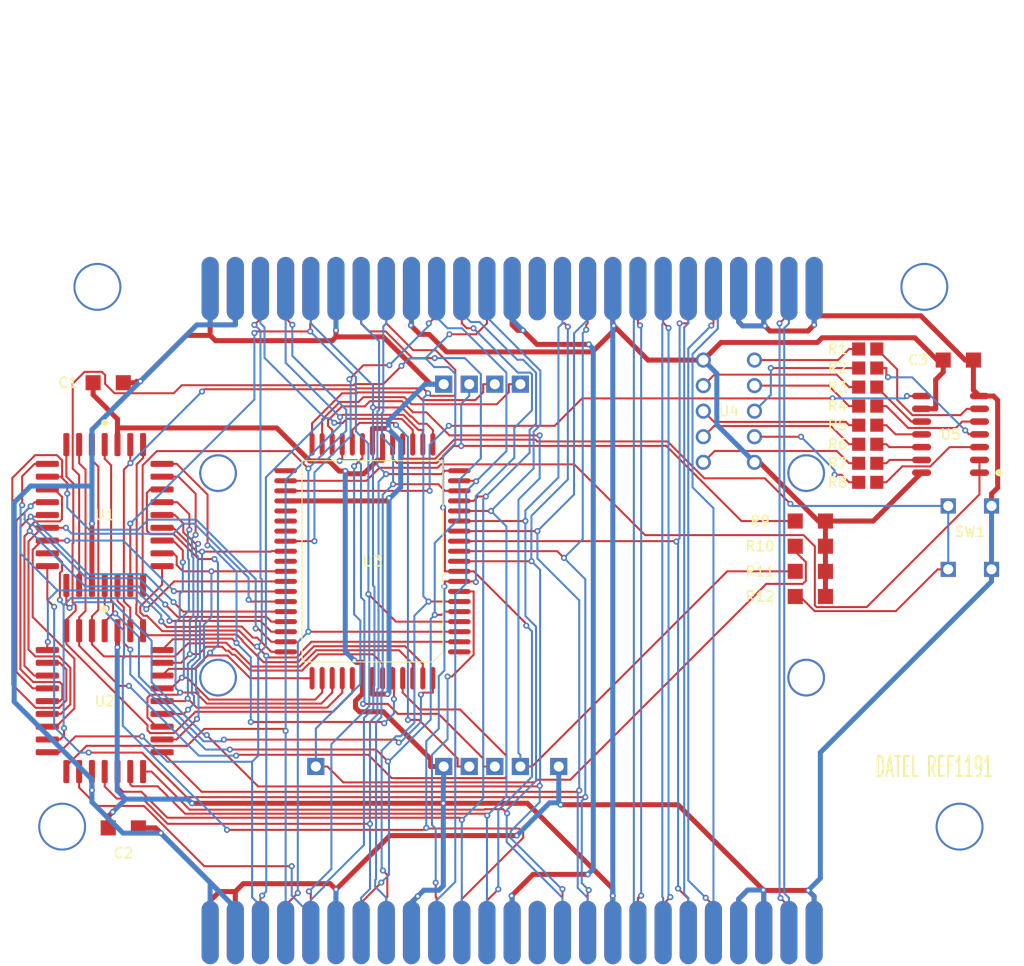
<source format=kicad_pcb>
(kicad_pcb (version 20240108) (generator "pcbnew") (generator_version "8.0")
  (layers (0 "F.Cu" signal) (31 "B.Cu" signal) (34 "B.Paste" user) (35 "F.Paste" user) (36 "B.SilkS" user "B.Silkscreen") (37 "F.SilkS" user "F.Silkscreen") (38 "B.Mask" user) (39 "F.Mask" user) (44 "Edge.Cuts" user))
  (net 0 "")
  (net 1 "/CD2")
  (net 2 "/SC_VPP")
  (net 3 "/SC_CLK")
  (net 4 "/SC_I{slash}O")
  (net 5 "/SC_N{slash}C2")
  (net 6 "/SC_RST")
  (net 7 "GND")
  (net 8 "/SC_N{slash}C")
  (net 9 "+3V3")
  (net 10 "/AD4")
  (net 11 "/AD10")
  (net 13 "/~{Cold.Reset}")
  (net 15 "/AD12")
  (net 16 "/A0")
  (net 17 "/ALE_H")
  (net 18 "/AD9")
  (net 20 "/~{Read.Sys}")
  (net 21 "/AD13")
  (net 22 "/A17")
  (net 23 "/74HC164_DSA_DSB")
  (net 24 "/A5")
  (net 25 "/AD6")
  (net 26 "/AD15")
  (net 27 "/A18")
  (net 28 "/A10")
  (net 29 "/A4")
  (net 30 "/A11")
  (net 31 "/A13")
  (net 32 "/A2")
  (net 34 "/AD1")
  (net 35 "/A3")
  (net 36 "/ALE_L")
  (net 37 "/A1")
  (net 38 "/AD14")
  (net 39 "/AD7")
  (net 40 "/AD3")
  (net 41 "/A7")
  (net 42 "/Button")
  (net 43 "/A15")
  (net 44 "/AD8")
  (net 45 "/~{SST.CE}")
  (net 46 "/AD0")
  (net 48 "/A16")
  (net 49 "/A14")
  (net 50 "/~{Read.Cart}")
  (net 52 "/~{Write}")
  (net 53 "/AD5")
  (net 54 "/~{SST.OE}")
  (net 55 "/AD2")
  (net 56 "/A9")
  (net 57 "/A8")
  (net 58 "/AD11")
  (net 59 "/A12")
  (net 60 "/A6")
  (net 61 "/74HC164_CP")
  (net 62 "/E")
  (net 63 "/F")
  (net 64 "/B")
  (net 65 "/D")
  (net 66 "/DP")
  (net 67 "/A")
  (net 68 "/G")
  (net 69 "/C")
  (net 70 "/RAUDIO")
  (net 71 "/S_DAT")
  (net 72 "/~{INT1}")
  (net 73 "/LAUDIO")
  (net 74 "/Video.Sync")
  (net 75 "/CIC.11")
  (net 76 "/~{NMI}")
  (net 77 "/CIC.14")
  (net 79 "+12V")
  (net 80 "/CIC.15")
  (net 84 "/Q6")
  (net 85 "/Q2")
  (net 86 "/Q0")
  (net 87 "/Q4")
  (net 88 "/Q5")
  (net 89 "/Q3")
  (net 90 "/Q7")
  (net 91 "/Q1")
  (footprint "REF1191:EEPROM" (layer "F.Cu") (at 110.4 74.15 180)
    (property "Reference" "U1")
    (property "Value" "SST29LE010")
  )
  (footprint "REF1191:Edge Connector" (layer "F.Cu") (at 150.875 51.65)
    (property "Reference" "J1" (hide yes))
    (property "Value" "Top Connector")
  )
  (footprint "REF1191:1206 Cap Res" (layer "F.Cu") (at 180.5 79.75)
    (property "Reference" "R11")
    (property "Value" "10K Ohm")
  )
  (footprint "REF1191:1206 Cap Res" (layer "F.Cu") (at 180.5 82.25)
    (property "Reference" "R12")
    (property "Value" "10K Ohm")
  )
  (footprint "REF1191:LZ9FC17" (layer "F.Cu") (at 137 78.75 180)
    (property "Reference" "U3")
    (property "Value" "LZ9FC17")
  )
  (footprint "REF1191:Smart Card Port" (layer "F.Cu") (at 147.885 80.15)
    (property "Reference" "J3" (hide yes))
    (property "Value" "Smart_Card_Reader")
  )
  (footprint "REF1191:0805 Res" (layer "F.Cu") (at 186.2 57.65)
    (property "Reference" "R1")
    (property "Value" "220 Ohm")
  )
  (footprint "REF1191:Button" (layer "F.Cu") (at 196.35 76.4)
    (property "Reference" "SW1")
    (property "Value" "SW_Push")
  )
  (footprint "REF1191:1206 Cap Res" (layer "F.Cu") (at 195.2 58.75)
    (property "Reference" "C3")
    (property "Value" "100 nF")
  )
  (footprint "REF1191:0805 Res" (layer "F.Cu") (at 186.2 70.9)
    (property "Reference" "R8")
    (property "Value" "220 Ohm")
  )
  (footprint "REF1191:1206 Cap Res" (layer "F.Cu") (at 110.75 61)
    (property "Reference" "C1")
    (property "Value" "100 nF")
  )
  (footprint "REF1191:0805 Res" (layer "F.Cu") (at 186.2 61.4357)
    (property "Reference" "R3")
    (property "Value" "220 Ohm")
  )
  (footprint "REF1191:0805 Res" (layer "F.Cu") (at 186.2 67.1143)
    (property "Reference" "R6")
    (property "Value" "220 Ohm")
  )
  (footprint "REF1191:1206 Cap Res" (layer "F.Cu") (at 112.25 105.25)
    (property "Reference" "C2")
    (property "Value" "100 nF")
  )
  (footprint "REF1191:0805 Res" (layer "F.Cu") (at 186.2 65.2214)
    (property "Reference" "R5")
    (property "Value" "220 Ohm")
  )
  (footprint "REF1198:Drill Holes" (layer "F.Cu") (at 150.75 78.3)
    (property "Reference" "Holes" (hide yes))
    (property "Value" "Drill Holes")
  )
  (footprint "REF1191:0805 Res" (layer "F.Cu") (at 186.2 69.0071)
    (property "Reference" "R7")
    (property "Value" "220 Ohm")
  )
  (footprint "REF1191:1206 Cap Res" (layer "F.Cu") (at 180.5 74.75)
    (property "Reference" "R9")
    (property "Value" "10K Ohm")
  )
  (footprint "REF1191:Edge Connector" (layer "F.Cu") (at 150.875 115.65)
    (property "Reference" "J2" (hide yes))
    (property "Value" "System Edge")
  )
  (footprint "REF1191:HDSP-7501" (layer "F.Cu") (at 172.41 63.83)
    (property "Reference" "U4")
    (property "Value" "HDSP-7501")
  )
  (footprint "REF1191:74HC164" (layer "F.Cu") (at 194.425 66.135)
    (property "Reference" "U5")
    (property "Value" "74HC164")
  )
  (footprint "REF1191:0805 Res" (layer "F.Cu") (at 186.2 63.3286)
    (property "Reference" "R4")
    (property "Value" "220 Ohm")
  )
  (footprint "REF1191:1206 Cap Res" (layer "F.Cu") (at 180.5 77.25)
    (property "Reference" "R10")
    (property "Value" "10K Ohm")
  )
  (footprint "REF1191:EEPROM" (layer "F.Cu") (at 110.4 92.65 180)
    (property "Reference" "U2")
    (property "Value" "SST29LE010")
  )
  (footprint "REF1191:0805 Res" (layer "F.Cu") (at 186.2 59.5429)
    (property "Reference" "R2")
    (property "Value" "220 Ohm")
  )
  (gr_line (start 201.75 50) (end 201.75 108.9) (stroke (width 0.002)) (layer "Edge.Cuts"))
  (gr_line (start 183.325 108.9) (end 201.75 108.9) (stroke (width 0.002)) (layer "Edge.Cuts"))
  (gr_line (start 110 48) (end 191.75 48) (stroke (width 0.002)) (layer "Edge.Cuts"))
  (gr_line (start 100 108.9) (end 118.425 108.9) (stroke (width 0.002)) (layer "Edge.Cuts"))
  (gr_line (start 191.75 48) (end 201.75 50) (stroke (width 0.002)) (layer "Edge.Cuts"))
  (gr_line (start 100 50) (end 110 48) (stroke (width 0.002)) (layer "Edge.Cuts"))
  (gr_line (start 100 50) (end 100 108.9) (stroke (width 0.002)) (layer "Edge.Cuts"))
  (gr_line (start 118.425 108.9) (end 118.425 118.293) (stroke (width 0.002)) (layer "Edge.Cuts"))
  (gr_line (start 118.425 118.293) (end 119.132 119) (stroke (width 0.002)) (layer "Edge.Cuts"))
  (gr_line (start 183.325 108.9) (end 183.325 118.293) (stroke (width 0.002)) (layer "Edge.Cuts"))
  (gr_line (start 182.618 119) (end 183.325 118.293) (stroke (width 0.002)) (layer "Edge.Cuts"))
  (gr_line (start 119.132 119) (end 182.618 119) (stroke (width 0.002)) (layer "Edge.Cuts"))
  (gr_text "DATEL REF1191" (at 186.824 100.355 0) (layer "F.SilkS") (effects (font (size 2 1) (thickness 0.2) (bold yes)) (justify left bottom)))
  (segment (start 179.7441 81) (end 176.1167 81) (width 0.2) (layer "F.Cu") (net 1))
  (segment (start 176.1167 81) (end 156.6558 100.4609) (width 0.2) (layer "F.Cu") (net 1))
  (segment (start 136 67.125) (end 136 68.5517) (width 0.2) (layer "F.Cu") (net 1))
  (segment (start 179 77.7758) (end 180.0517 78.8275) (width 0.2) (layer "F.Cu") (net 1))
  (segment (start 136 68.5517) (end 135.9254 68.5517) (width 0.2) (layer "F.Cu") (net 1))
  (segment (start 134.1007 100.724) (end 132.5267 99.15) (width 0.2) (layer "F.Cu") (net 1))
  (segment (start 180.0517 78.8275) (end 180.0517 80.6924) (width 0.2) (layer "F.Cu") (net 1))
  (segment (start 180.0517 80.6924) (end 179.7441 81) (width 0.2) (layer "F.Cu") (net 1))
  (segment (start 132.5267 99.15) (end 131.375 99.15) (width 0.2) (layer "F.Cu") (net 1))
  (segment (start 153.1011 100.724) (end 134.1007 100.724) (width 0.2) (layer "F.Cu") (net 1))
  (segment (start 153.3642 100.4609) (end 153.1011 100.724) (width 0.2) (layer "F.Cu") (net 1))
  (segment (start 179 77.25) (end 179 77.7758) (width 0.2) (layer "F.Cu") (net 1))
  (segment (start 156.6558 100.4609) (end 153.3642 100.4609) (width 0.2) (layer "F.Cu") (net 1))
  (segment (start 135.9254 68.5517) (end 135.177 69.3001) (width 0.2) (layer "F.Cu") (net 1))
  (via (at 135.177 69.3001) (size 0.6) (drill 0.3) (layers "F.Cu" "B.Cu") (net 1))
  (segment (start 135.177 84.0246) (end 135.795 84.6426) (width 0.2) (layer "B.Cu") (net 1))
  (segment (start 131.375 95.3766) (end 131.375 97.9983) (width 0.2) (layer "B.Cu") (net 1))
  (segment (start 131.375 99.15) (end 131.375 97.9983) (width 0.2) (layer "B.Cu") (net 1))
  (segment (start 135.177 69.3001) (end 135.177 84.0246) (width 0.2) (layer "B.Cu") (net 1))
  (segment (start 135.795 84.6426) (end 135.795 90.9566) (width 0.2) (layer "B.Cu") (net 1))
  (segment (start 135.795 90.9566) (end 131.375 95.3766) (width 0.2) (layer "B.Cu") (net 1))
  (segment (start 145.8253 67.2849) (end 166.1896 67.2849) (width 0.2) (layer "F.Cu") (net 2))
  (segment (start 166.1896 67.2849) (end 173.6547 74.75) (width 0.2) (layer "F.Cu") (net 2))
  (segment (start 143.3815 68.9729) (end 145.0609 67.2935) (width 0.2) (layer "F.Cu") (net 2))
  (segment (start 145.0609 67.2935) (end 145.8167 67.2935) (width 0.2) (layer "F.Cu") (net 2))
  (segment (start 139 67.125) (end 139 68.5517) (width 0.2) (layer "F.Cu") (net 2))
  (segment (start 145.8167 67.2935) (end 145.8253 67.2849) (width 0.2) (layer "F.Cu") (net 2))
  (segment (start 173.6547 74.75) (end 179 74.75) (width 0.2) (layer "F.Cu") (net 2))
  (segment (start 139.4212 68.9729) (end 143.3815 68.9729) (width 0.2) (layer "F.Cu") (net 2))
  (segment (start 139 68.5517) (end 139.4212 68.9729) (width 0.2) (layer "F.Cu") (net 2))
  (via (at 145.8167 67.2935) (size 0.6) (drill 0.3) (layers "F.Cu" "B.Cu") (net 2))
  (segment (start 145.8167 63.1) (end 145.8167 67.2935) (width 0.2) (layer "B.Cu") (net 2))
  (segment (start 146.615 61.15) (end 146.615 62.3017) (width 0.2) (layer "B.Cu") (net 2))
  (segment (start 146.615 62.3017) (end 145.8167 63.1) (width 0.2) (layer "B.Cu") (net 2))
  (segment (start 149.155 99.15) (end 148.0033 99.15) (width 0.2) (layer "F.Cu") (net 3))
  (segment (start 138.5297 92.9277) (end 136.0654 92.9277) (width 0.2) (layer "F.Cu") (net 3))
  (segment (start 143.5608 93.9157) (end 139.5177 93.9157) (width 0.2) (layer "F.Cu") (net 3))
  (segment (start 139.5177 93.9157) (end 138.5297 92.9277) (width 0.2) (layer "F.Cu") (net 3))
  (segment (start 134 67.125) (end 134 68.5517) (width 0.2) (layer "F.Cu") (net 3))
  (segment (start 133.7455 68.7755) (end 133.9693 68.5517) (width 0.2) (layer "F.Cu") (net 3))
  (segment (start 133.9693 68.5517) (end 134 68.5517) (width 0.2) (layer "F.Cu") (net 3))
  (segment (start 148.0033 99.15) (end 148.0033 98.3582) (width 0.2) (layer "F.Cu") (net 3))
  (segment (start 148.0033 98.3582) (end 143.5608 93.9157) (width 0.2) (layer "F.Cu") (net 3))
  (via (at 133.7455 68.7755) (size 0.6) (drill 0.3) (layers "F.Cu" "B.Cu") (net 3))
  (via (at 136.0654 92.9277) (size 0.6) (drill 0.3) (layers "F.Cu" "B.Cu") (net 3))
  (segment (start 133.8227 68.6983) (end 135.4456 68.6983) (width 0.2) (layer "B.Cu") (net 3))
  (segment (start 135.4456 68.6983) (end 135.8599 69.1126) (width 0.2) (layer "B.Cu") (net 3))
  (segment (start 133.7455 68.7755) (end 133.8227 68.6983) (width 0.2) (layer "B.Cu") (net 3))
  (segment (start 136.1967 92.7964) (end 136.0654 92.9277) (width 0.2) (layer "B.Cu") (net 3))
  (segment (start 136.1967 82.6701) (end 136.1967 92.7964) (width 0.2) (layer "B.Cu") (net 3))
  (segment (start 135.8599 82.3333) (end 136.1967 82.6701) (width 0.2) (layer "B.Cu") (net 3))
  (segment (start 135.8599 69.1126) (end 135.8599 82.3333) (width 0.2) (layer "B.Cu") (net 3))
  (segment (start 133.9779 62.0557) (end 135.4595 62.0557) (width 0.2) (layer "F.Cu") (net 4))
  (segment (start 141.9714 62.7252) (end 147.2199 62.7252) (width 0.2) (layer "F.Cu") (net 4))
  (segment (start 141.2124 61.9662) (end 141.9714 62.7252) (width 0.2) (layer "F.Cu") (net 4))
  (segment (start 148.0033 61.9418) (end 148.0033 61.15) (width 0.2) (layer "F.Cu") (net 4))
  (segment (start 135.549 61.9662) (end 141.2124 61.9662) (width 0.2) (layer "F.Cu") (net 4))
  (segment (start 131 67.125) (end 131 65.6983) (width 0.2) (layer "F.Cu") (net 4))
  (segment (start 131 65.0336) (end 133.9779 62.0557) (width 0.2) (layer "F.Cu") (net 4))
  (segment (start 135.4595 62.0557) (end 135.549 61.9662) (width 0.2) (layer "F.Cu") (net 4))
  (segment (start 131 65.6983) (end 131 65.0336) (width 0.2) (layer "F.Cu") (net 4))
  (segment (start 149.155 61.15) (end 148.0033 61.15) (width 0.2) (layer "F.Cu") (net 4))
  (segment (start 147.2199 62.7252) (end 148.0033 61.9418) (width 0.2) (layer "F.Cu") (net 4))
  (segment (start 151.695 61.15) (end 150.5433 61.15) (width 0.2) (layer "F.Cu") (net 5))
  (segment (start 150.5433 61.9418) (end 149.3402 63.1449) (width 0.2) (layer "F.Cu") (net 5))
  (segment (start 135.6175 62.9132) (end 133.7569 62.9132) (width 0.2) (layer "F.Cu") (net 5))
  (segment (start 132 67.125) (end 132 65.6983) (width 0.2) (layer "F.Cu") (net 5))
  (segment (start 149.3402 63.1449) (end 140.8772 63.1449) (width 0.2) (layer "F.Cu") (net 5))
  (segment (start 132 64.6701) (end 132 65.6983) (width 0.2) (layer "F.Cu") (net 5))
  (segment (start 140.1695 62.4372) (end 136.0935 62.4372) (width 0.2) (layer "F.Cu") (net 5))
  (segment (start 140.8772 63.1449) (end 140.1695 62.4372) (width 0.2) (layer "F.Cu") (net 5))
  (segment (start 133.7569 62.9132) (end 132 64.6701) (width 0.2) (layer "F.Cu") (net 5))
  (segment (start 136.0935 62.4372) (end 135.6175 62.9132) (width 0.2) (layer "F.Cu") (net 5))
  (segment (start 150.5433 61.15) (end 150.5433 61.9418) (width 0.2) (layer "F.Cu") (net 5))
  (segment (start 135.7055 64.9928) (end 139.1204 64.9928) (width 0.2) (layer "F.Cu") (net 6))
  (segment (start 139.1204 64.9928) (end 139.334 65.2064) (width 0.2) (layer "F.Cu") (net 6))
  (segment (start 146.615 99.15) (end 145.4633 99.15) (width 0.2) (layer "F.Cu") (net 6))
  (segment (start 145.4633 99.15) (end 145.4633 98.3582) (width 0.2) (layer "F.Cu") (net 6))
  (segment (start 145.4633 98.3582) (end 141.6225 94.5174) (width 0.2) (layer "F.Cu") (net 6))
  (segment (start 141.6225 94.5174) (end 140.5219 94.5174) (width 0.2) (layer "F.Cu") (net 6))
  (segment (start 135 65.6983) (end 135.7055 64.9928) (width 0.2) (layer "F.Cu") (net 6))
  (segment (start 135 67.125) (end 135 65.6983) (width 0.2) (layer "F.Cu") (net 6))
  (via (at 140.5219 94.5174) (size 0.6) (drill 0.3) (layers "F.Cu" "B.Cu") (net 6))
  (via (at 139.334 65.2064) (size 0.6) (drill 0.3) (layers "F.Cu" "B.Cu") (net 6))
  (segment (start 139.334 65.2064) (end 140.5219 66.3943) (width 0.2) (layer "B.Cu") (net 6))
  (segment (start 140.5219 66.3943) (end 140.5219 94.5174) (width 0.2) (layer "B.Cu") (net 6))
  (segment (start 138.0731 56.4498) (end 142.7733 61.15) (width 0.5) (layer "F.Cu") (net 7))
  (segment (start 199.1067 71.4416) (end 199.1067 62.73) (width 0.5) (layer "F.Cu") (net 7))
  (segment (start 138.7318 106.0128) (end 133.375 111.3696) (width 0.5) (layer "F.Cu") (net 7))
  (segment (start 133.375 51.65) (end 133.375 55.2517) (width 0.5) (layer "F.Cu") (net 7))
  (segment (start 197.3 62.325) (end 196.7 61.725) (width 0.5) (layer "F.Cu") (net 7))
  (segment (start 180.2927 111.466) (end 180.875 112.0483) (width 0.5) (layer "F.Cu") (net 7))
  (segment (start 175.875 55.2517) (end 175.9759 55.3526) (width 0.5) (layer "F.Cu") (net 7))
  (segment (start 180.875 51.65) (end 180.875 53.0006) (width 0.5) (layer "F.Cu") (net 7))
  (segment (start 175.875 51.65) (end 175.875 55.2517) (width 0.5) (layer "F.Cu") (net 7))
  (segment (start 120.875 51.65) (end 120.875 55.2517) (width 0.5) (layer "F.Cu") (net 7))
  (segment (start 167.3521 102.9488) (end 155.6909 102.9488) (width 0.5) (layer "F.Cu") (net 7))
  (segment (start 176.4861 55.8628) (end 175.9759 55.3526) (width 0.5) (layer "F.Cu") (net 7))
  (segment (start 120.875 55.2517) (end 120.8767 55.25) (width 0.5) (layer "F.Cu") (net 7))
  (segment (start 109.13 75.0096) (end 109.135 75.0046) (width 0.5) (layer "F.Cu") (net 7))
  (segment (start 173.7726 55.3526) (end 173.375 54.955) (width 0.5) (layer "F.Cu") (net 7))
  (segment (start 112.25 61) (end 113.4517 61) (width 0.5) (layer "F.Cu") (net 7))
  (segment (start 180.875 54.3512) (end 180.875 55.2517) (width 0.5) (layer "F.Cu") (net 7))
  (segment (start 120.8767 55.25) (end 123.375 55.25) (width 0.5) (layer "F.Cu") (net 7))
  (segment (start 180.875 54.3512) (end 191.475 54.3512) (width 0.5) (layer "F.Cu") (net 7))
  (segment (start 123.375 111.5792) (end 123.375 112.0483) (width 0.5) (layer "F.Cu") (net 7))
  (segment (start 121.3985 56.8205) (end 120.875 56.297) (width 0.5) (layer "F.Cu") (net 7))
  (segment (start 123.375 55.25) (end 123.375 51.65) (width 0.5) (layer "F.Cu") (net 7))
  (segment (start 133.375 56.4498) (end 133.0043 56.8205) (width 0.5) (layer "F.Cu") (net 7))
  (segment (start 133.375 111.3696) (end 133.375 112.0483) (width 0.5) (layer "F.Cu") (net 7))
  (segment (start 175.82665 111.42335) (end 175.8693 111.466) (width 0.5) (layer "F.Cu") (net 7))
  (segment (start 138.5359 65.5483) (end 138.5822 65.5946) (width 0.5) (layer "F.Cu") (net 7))
  (segment (start 175.8693 111.466) (end 180.2927 111.466) (width 0.5) (layer "F.Cu") (net 7))
  (segment (start 137 65.5483) (end 138.5359 65.5483) (width 0.5) (layer "F.Cu") (net 7))
  (segment (start 196.7 61.725) (end 196.7 58.75) (width 0.5) (layer "F.Cu") (net 7))
  (segment (start 137 90.375) (end 137 91.9517) (width 0.5) (layer "F.Cu") (net 7))
  (segment (start 137 91.9517) (end 138.4926 91.9517) (width 0.5) (layer "F.Cu") (net 7))
  (segment (start 175.82665 111.42335) (end 167.3521 102.9488) (width 0.5) (layer "F.Cu") (net 7))
  (segment (start 133.375 115.65) (end 133.375 112.0483) (width 0.5) (layer "F.Cu") (net 7))
  (segment (start 115.4624 105.25) (end 113.75 105.25) (width 0.5) (layer "F.Cu") (net 7))
  (segment (start 175.82665 111.42335) (end 174.27665 111.42335) (width 0.5) (layer "F.Cu") (net 7))
  (segment (start 174.27665 111.42335) (end 173.375 112.325) (width 0.5) (layer "F.Cu") (net 7))
  (segment (start 115.9773 105.7649) (end 121.7916 111.5792) (width 0.5) (layer "F.Cu") (net 7))
  (segment (start 180.875 55.2517) (end 180.2639 55.8628) (width 0.5) (layer "F.Cu") (net 7))
  (segment (start 180.2639 55.8628) (end 176.4861 55.8628) (width 0.5) (layer "F.Cu") (net 7))
  (segment (start 199.1067 62.73) (end 198.7017 62.325) (width 0.5) (layer "F.Cu") (net 7))
  (segment (start 132.8018 110.7964) (end 133.375 111.3696) (width 0.5) (layer "F.Cu") (net 7))
  (segment (start 133.375 56.4498) (end 133.375 55.7996) (width 0.5) (layer "F.Cu") (net 7))
  (segment (start 118.5083 56.297) (end 113.9465 60.8588) (width 0.5) (layer "F.Cu") (net 7))
  (segment (start 180.875 53.0006) (end 180.875 55.2517) (width 0.5) (layer "F.Cu") (net 7))
  (segment (start 175.875 111.4717) (end 175.875 115.65) (width 0.5) (layer "F.Cu") (net 7))
  (segment (start 175.82665 111.42335) (end 175.875 111.4717) (width 0.5) (layer "F.Cu") (net 7))
  (segment (start 151.3387 106.0128) (end 138.7318 106.0128) (width 0.5) (layer "F.Cu") (net 7))
  (segment (start 197.3 62.325) (end 198.7017 62.325) (width 0.5) (layer "F.Cu") (net 7))
  (segment (start 120.875 112.4958) (end 120.875 115.65) (width 0.5) (layer "F.Cu") (net 7))
  (segment (start 123.375 115.65) (end 123.375 112.0483) (width 0.5) (layer "F.Cu") (net 7))
  (segment (start 109.13 81.15) (end 109.13 75.0096) (width 0.5) (layer "F.Cu") (net 7))
  (segment (start 198.5 73.25) (end 198.5 72.0483) (width 0.5) (layer "F.Cu") (net 7))
  (segment (start 124.1578 110.7964) (end 132.8018 110.7964) (width 0.5) (layer "F.Cu") (net 7))
  (segment (start 121.7916 111.5792) (end 123.375 111.5792) (width 0.5) (layer "F.Cu") (net 7))
  (segment (start 137 67.125) (end 137 65.5483) (width 0.5) (layer "F.Cu") (net 7))
  (segment (start 198.5 72.0483) (end 199.1067 71.4416) (width 0.5) (layer "F.Cu") (net 7))
  (segment (start 138.3629 72.75) (end 138.6473 72.4656) (width 0.5) (layer "F.Cu") (net 7))
  (segment (start 128.375 72.75) (end 138.3629 72.75) (width 0.5) (layer "F.Cu") (net 7))
  (segment (start 115.9773 105.7649) (end 115.4624 105.25) (width 0.5) (layer "F.Cu") (net 7))
  (segment (start 113.5929 60.8588) (end 113.4517 61) (width 0.5) (layer "F.Cu") (net 7))
  (segment (start 195.8738 58.75) (end 196.7 58.75) (width 0.5) (layer "F.Cu") (net 7))
  (segment (start 173.375 54.955) (end 173.375 51.65) (width 0.5) (layer "F.Cu") (net 7))
  (segment (start 133.375 55.7996) (end 133.375 55.2517) (width 0.5) (layer "F.Cu") (net 7))
  (segment (start 173.375 112.325) (end 173.375 115.65) (width 0.5) (layer "F.Cu") (net 7))
  (segment (start 121.7916 111.5792) (end 120.875 112.4958) (width 0.5) (layer "F.Cu") (net 7))
  (segment (start 120.875 56.297) (end 118.5083 56.297) (width 0.5) (layer "F.Cu") (net 7))
  (segment (start 123.375 111.5792) (end 124.1578 110.7964) (width 0.5) (layer "F.Cu") (net 7))
  (segment (start 109.13 101.51) (end 109.13 99.65) (width 0.5) (layer "F.Cu") (net 7))
  (segment (start 144.075 61.15) (end 142.7733 61.15) (width 0.5) (layer "F.Cu") (net 7))
  (segment (start 120.875 56.297) (end 120.875 55.2517) (width 0.5) (layer "F.Cu") (net 7))
  (segment (start 180.875 115.65) (end 180.875 112.0483) (width 0.5) (layer "F.Cu") (net 7))
  (segment (start 133.375 56.4498) (end 138.0731 56.4498) (width 0.5) (layer "F.Cu") (net 7))
  (segment (start 133.0043 56.8205) (end 121.3985 56.8205) (width 0.5) (layer "F.Cu") (net 7))
  (segment (start 175.9759 55.3526) (end 173.7726 55.3526) (width 0.5) (layer "F.Cu") (net 7))
  (segment (start 191.475 54.3512) (end 195.8738 58.75) (width 0.5) (layer "F.Cu") (net 7))
  (segment (start 180.875 53.0006) (end 180.875 54.3512) (width 0.5) (layer "F.Cu") (net 7))
  (segment (start 113.9465 60.8588) (end 113.5929 60.8588) (width 0.5) (layer "F.Cu") (net 7))
  (via (at 175.82665 111.42335) (size 0.6) (drill 0.3) (layers "F.Cu" "B.Cu") (net 7))
  (via (at 113.9465 60.8588) (size 0.6) (drill 0.3) (layers "F.Cu" "B.Cu") (net 7))
  (via (at 155.6909 102.9488) (size 0.6) (drill 0.3) (layers "F.Cu" "B.Cu") (net 7))
  (via (at 175.9759 55.3526) (size 0.6) (drill 0.3) (layers "F.Cu" "B.Cu") (net 7))
  (via (at 138.6473 72.4656) (size 0.6) (drill 0.3) (layers "F.Cu" "B.Cu") (net 7))
  (via (at 138.5822 65.5946) (size 0.6) (drill 0.3) (layers "F.Cu" "B.Cu") (net 7))
  (via (at 133.375 111.3696) (size 0.6) (drill 0.3) (layers "F.Cu" "B.Cu") (net 7))
  (via (at 180.875 55.2517) (size 0.6) (drill 0.3) (layers "F.Cu" "B.Cu") (net 7))
  (via (at 180.2927 111.466) (size 0.6) (drill 0.3) (layers "F.Cu" "B.Cu") (net 7))
  (via (at 151.3387 106.0128) (size 0.6) (drill 0.3) (layers "F.Cu" "B.Cu") (net 7))
  (via (at 109.135 75.0046) (size 0.6) (drill 0.3) (layers "F.Cu" "B.Cu") (net 7))
  (via (at 115.9773 105.7649) (size 0.6) (drill 0.3) (layers "F.Cu" "B.Cu") (net 7))
  (via (at 133.375 55.7996) (size 0.6) (drill 0.3) (layers "F.Cu" "B.Cu") (net 7))
  (via (at 138.4926 91.9517) (size 0.6) (drill 0.3) (layers "F.Cu" "B.Cu") (net 7))
  (via (at 109.13 101.51) (size 0.6) (drill 0.3) (layers "F.Cu" "B.Cu") (net 7))
  (segment (start 155.6909 102.9479) (end 155.6909 102.9488) (width 0.5) (layer "B.Cu") (net 7))
  (segment (start 155.505 102.762) (end 154.5895 102.762) (width 0.5) (layer "B.Cu") (net 7))
  (segment (start 139.8031 66.8155) (end 138.5822 65.5946) (width 0.5) (layer "B.Cu") (net 7))
  (segment (start 123.375 113.1865) (end 123.375 115.65) (width 0.5) (layer "B.Cu") (net 7))
  (segment (start 175.875 55.2517) (end 175.9759 55.3526) (width 0.5) (layer "B.Cu") (net 7))
  (segment (start 174.27665 111.42335) (end 173.375 112.325) (width 0.5) (layer "B.Cu") (net 7))
  (segment (start 155.505 102.762) (end 155.6909 102.9479) (width 0.5) (layer "B.Cu") (net 7))
  (segment (start 175.875 51.65) (end 175.875 55.2517) (width 0.5) (layer "B.Cu") (net 7))
  (segment (start 119.5536 55.2517) (end 120.875 55.2517) (width 0.5) (layer "B.Cu") (net 7))
  (segment (start 138.7409 72.4656) (end 139.8031 71.4034) (width 0.5) (layer "B.Cu") (net 7))
  (segment (start 198.5 80.7517) (end 198.5 79.55) (width 0.5) (layer "B.Cu") (net 7))
  (segment (start 133.375 115.65) (end 133.375 112.0483) (width 0.5) (layer "B.Cu") (net 7))
  (segment (start 109.13 101.51) (end 109.13 100.4353) (width 0.5) (layer "B.Cu") (net 7))
  (segment (start 144.075 61.15) (end 142.232 61.15) (width 0.5) (layer "B.Cu") (net 7))
  (segment (start 173.375 112.325) (end 173.375 115.65) (width 0.5) (layer "B.Cu") (net 7))
  (segment (start 109.135 71.2706) (end 109.135 75.0046) (width 0.5) (layer "B.Cu") (net 7))
  (segment (start 180.875 55.2517) (end 180.875 51.65) (width 0.5) (layer "B.Cu") (net 7))
  (segment (start 133.375 51.65) (end 133.375 55.2517) (width 0.5) (layer "B.Cu") (net 7))
  (segment (start 112.215 105.7649) (end 115.9773 105.7649) (width 0.5) (layer "B.Cu") (net 7))
  (segment (start 113.9465 60.8588) (end 119.5536 55.2517) (width 0.5) (layer "B.Cu") (net 7))
  (segment (start 120.875 115.65) (end 120.875 110.6865) (width 0.5) (layer "B.Cu") (net 7))
  (segment (start 133.375 112.0483) (end 133.375 111.3696) (width 0.5) (layer "B.Cu") (net 7))
  (segment (start 103.0474 71.2706) (end 109.135 71.2706) (width 0.5) (layer "B.Cu") (net 7))
  (segment (start 101.4062 72.9118) (end 103.0474 71.2706) (width 0.5) (layer "B.Cu") (net 7))
  (segment (start 101.4062 92.7115) (end 101.4062 72.9118) (width 0.5) (layer "B.Cu") (net 7))
  (segment (start 109.13 101.51) (end 109.13 102.6799) (width 0.5) (layer "B.Cu") (net 7))
  (segment (start 181.4963 97.7554) (end 198.5 80.7517) (width 0.5) (layer "B.Cu") (net 7))
  (segment (start 138.5822 64.7998) (end 138.5822 65.5946) (width 0.5) (layer "B.Cu") (net 7))
  (segment (start 109.13 100.4353) (end 101.4062 92.7115) (width 0.5) (layer "B.Cu") (net 7))
  (segment (start 173.375 54.955) (end 173.375 51.65) (width 0.5) (layer "B.Cu") (net 7))
  (segment (start 115.9773 105.7888) (end 120.875 110.6865) (width 0.5) (layer "B.Cu") (net 7))
  (segment (start 175.875 111.4717) (end 175.875 115.65) (width 0.5) (layer "B.Cu") (net 7))
  (segment (start 154.5895 102.762) (end 151.3387 106.0128) (width 0.5) (layer "B.Cu") (net 7))
  (segment (start 133.375 55.2517) (end 133.375 55.7996) (width 0.5) (layer "B.Cu") (net 7))
  (segment (start 180.875 112.0483) (end 180.875 115.65) (width 0.5) (layer "B.Cu") (net 7))
  (segment (start 120.875 110.6865) (end 123.375 113.1865) (width 0.5) (layer "B.Cu") (net 7))
  (segment (start 175.82665 111.42335) (end 175.875 111.4717) (width 0.5) (layer "B.Cu") (net 7))
  (segment (start 180.2927 111.466) (end 180.875 112.0483) (width 0.5) (layer "B.Cu") (net 7))
  (segment (start 120.875 51.65) (end 120.875 55.2517) (width 0.5) (layer "B.Cu") (net 7))
  (segment (start 175.82665 111.42335) (end 174.27665 111.42335) (width 0.5) (layer "B.Cu") (net 7))
  (segment (start 115.9773 105.7649) (end 115.9773 105.7888) (width 0.5) (layer "B.Cu") (net 7))
  (segment (start 155.505 99.15) (end 155.505 102.762) (width 0.5) (layer "B.Cu") (net 7))
  (segment (start 173.7726 55.3526) (end 173.375 54.955) (width 0.5) (layer "B.Cu") (net 7))
  (segment (start 175.9759 55.3526) (end 173.7726 55.3526) (width 0.5) (layer "B.Cu") (net 7))
  (segment (start 138.6473 72.4656) (end 138.7409 72.4656) (width 0.5) (layer "B.Cu") (net 7))
  (segment (start 109.135 71.2706) (end 109.135 65.6703) (width 0.5) (layer "B.Cu") (net 7))
  (segment (start 142.232 61.15) (end 138.5822 64.7998) (width 0.5) (layer "B.Cu") (net 7))
  (segment (start 109.135 65.6703) (end 113.9465 60.8588) (width 0.5) (layer "B.Cu") (net 7))
  (segment (start 138.6473 91.797) (end 138.4926 91.9517) (width 0.5) (layer "B.Cu") (net 7))
  (segment (start 138.6473 72.4656) (end 138.6473 91.797) (width 0.5) (layer "B.Cu") (net 7))
  (segment (start 139.8031 71.4034) (end 139.8031 66.8155) (width 0.5) (layer "B.Cu") (net 7))
  (segment (start 181.4963 110.2624) (end 181.4963 97.7554) (width 0.5) (layer "B.Cu") (net 7))
  (segment (start 120.875 55.2517) (end 123.375 55.2517) (width 0.5) (layer "B.Cu") (net 7))
  (segment (start 123.375 55.2517) (end 123.375 51.65) (width 0.5) (layer "B.Cu") (net 7))
  (segment (start 198.5 79.55) (end 198.5 73.25) (width 0.5) (layer "B.Cu") (net 7))
  (segment (start 180.2927 111.466) (end 181.4963 110.2624) (width 0.5) (layer "B.Cu") (net 7))
  (segment (start 109.13 102.6799) (end 112.215 105.7649) (width 0.5) (layer "B.Cu") (net 7))
  (segment (start 132.5849 64.7345) (end 132.5849 65.2832) (width 0.2) (layer "F.Cu") (net 8))
  (segment (start 141.0327 63.9463) (end 139.9253 62.8389) (width 0.2) (layer "F.Cu") (net 8))
  (segment (start 136.223 63.3562) (end 133.9632 63.3562) (width 0.2) (layer "F.Cu") (net 8))
  (segment (start 133.9632 63.3562) (end 132.5849 64.7345) (width 0.2) (layer "F.Cu") (net 8))
  (segment (start 153.6129 66.2371) (end 144.6458 66.2371) (width 0.2) (layer "F.Cu") (net 8))
  (segment (start 172.2467 79.75) (end 179 79.75) (width 0.2) (layer "F.Cu") (net 8))
  (segment (start 136.7403 62.8389) (end 136.223 63.3562) (width 0.2) (layer "F.Cu") (net 8))
  (segment (start 151.695 99.15) (end 152.8467 99.15) (width 0.2) (layer "F.Cu") (net 8))
  (segment (start 132.5849 65.2832) (end 133 65.6983) (width 0.2) (layer "F.Cu") (net 8))
  (segment (start 144.6458 66.2371) (end 142.355 63.9463) (width 0.2) (layer "F.Cu") (net 8))
  (segment (start 152.8467 99.15) (end 172.2467 79.75) (width 0.2) (layer "F.Cu") (net 8))
  (segment (start 139.9253 62.8389) (end 136.7403 62.8389) (width 0.2) (layer "F.Cu") (net 8))
  (segment (start 133 67.125) (end 133 65.6983) (width 0.2) (layer "F.Cu") (net 8))
  (segment (start 142.355 63.9463) (end 141.0327 63.9463) (width 0.2) (layer "F.Cu") (net 8))
  (via (at 153.6129 66.2371) (size 0.6) (drill 0.3) (layers "F.Cu" "B.Cu") (net 8))
  (segment (start 151.5013 72.62) (end 151.5013 97.8046) (width 0.2) (layer "B.Cu") (net 8))
  (segment (start 151.695 99.15) (end 151.695 97.9983) (width 0.2) (layer "B.Cu") (net 8))
  (segment (start 153.6129 66.2371) (end 153.6129 70.5084) (width 0.2) (layer "B.Cu") (net 8))
  (segment (start 153.6129 70.5084) (end 151.5013 72.62) (width 0.2) (layer "B.Cu") (net 8))
  (segment (start 151.5013 97.8046) (end 151.695 97.9983) (width 0.2) (layer "B.Cu") (net 8))
  (segment (start 193.7 59.3508) (end 190.8872 56.538) (width 0.5) (layer "F.Cu") (net 9))
  (segment (start 171.6169 57.0031) (end 169.87 58.75) (width 0.5) (layer "F.Cu") (net 9))
  (segment (start 111.67 65.4967) (end 111.67 67.15) (width 0.5) (layer "F.Cu") (net 9))
  (segment (start 110.75 105.25) (end 110.75 104.0483) (width 0.5) (layer "F.Cu") (net 9))
  (segment (start 111.67 65.4967) (end 127.4915 65.4967) (width 0.5) (layer "F.Cu") (net 9))
  (segment (start 144.373 57.9416) (end 158.8443 57.9416) (width 0.5) (layer "F.Cu") (net 9))
  (segment (start 152.3886 102.8037) (end 144.0377 102.8037) (width 0.5) (layer "F.Cu") (net 9))
  (segment (start 191.55 69.945) (end 186.745 74.75) (width 0.5) (layer "F.Cu") (net 9))
  (segment (start 140.8204 55.3063) (end 141.7075 56.1934) (width 0.5) (layer "F.Cu") (net 9))
  (segment (start 135.7155 93.71) (end 135.3136 93.3081) (width 0.5) (layer "F.Cu") (net 9))
  (segment (start 193.7 59.3508) (end 193.7 59.9517) (width 0.5) (layer "F.Cu") (net 9))
  (segment (start 142.6248 56.1934) (end 144.373 57.9416) (width 0.5) (layer "F.Cu") (net 9))
  (segment (start 140.875 112.6686) (end 141.4953 112.0483) (width 0.5) (layer "F.Cu") (net 9))
  (segment (start 136 90.375) (end 136 88.7983) (width 0.5) (layer "F.Cu") (net 9))
  (segment (start 160.875 51.65) (end 160.875 55.2517) (width 0.5) (layer "F.Cu") (net 9))
  (segment (start 160.875 111.2901) (end 152.3886 102.8037) (width 0.5) (layer "F.Cu") (net 9))
  (segment (start 109.25 61) (end 109.25 62.2017) (width 0.5) (layer "F.Cu") (net 9))
  (segment (start 192.9517 60.7) (end 193.7 59.9517) (width 0.5) (layer "F.Cu") (net 9))
  (segment (start 140.875 51.65) (end 140.875 55.2517) (width 0.5) (layer "F.Cu") (net 9))
  (segment (start 182 79.75) (end 182 82.25) (width 0.5) (layer "F.Cu") (net 9))
  (segment (start 182 74.75) (end 181.2871 74.75) (width 0.5) (layer "F.Cu") (net 9))
  (segment (start 111.67 64.6217) (end 111.67 65.4967) (width 0.5) (layer "F.Cu") (net 9))
  (segment (start 135.3136 92.6165) (end 135.9784 91.9517) (width 0.5) (layer "F.Cu") (net 9))
  (segment (start 110.822 104.0483) (end 110.75 104.0483) (width 0.5) (layer "F.Cu") (net 9))
  (segment (start 193.7 58.75) (end 193.7 59.3508) (width 0.5) (layer "F.Cu") (net 9))
  (segment (start 130.7761 68.7813) (end 132.6883 68.7813) (width 0.5) (layer "F.Cu") (net 9))
  (segment (start 132.6883 68.7813) (end 133.6866 69.7796) (width 0.5) (layer "F.Cu") (net 9))
  (segment (start 160.875 111.9946) (end 160.875 115.65) (width 0.5) (layer "F.Cu") (net 9))
  (segment (start 136 88.7983) (end 135.3916 88.7983) (width 0.5) (layer "F.Cu") (net 9))
  (segment (start 141.7075 56.1934) (end 142.6248 56.1934) (width 0.5) (layer "F.Cu") (net 9))
  (segment (start 134.569 70.0518) (end 136.1332 70.0518) (width 0.5) (layer "F.Cu") (net 9))
  (segment (start 160.9559 55.3326) (end 161.2046 55.5813) (width 0.5) (layer "F.Cu") (net 9))
  (segment (start 175.4471 68.91) (end 174.95 68.91) (width 0.5) (layer "F.Cu") (net 9))
  (segment (start 181.2871 74.75) (end 175.4471 68.91) (width 0.5) (layer "F.Cu") (net 9))
  (segment (start 181.6601 56.538) (end 181.195 57.0031) (width 0.5) (layer "F.Cu") (net 9))
  (segment (start 144.075 99.15) (end 142.7733 99.15) (width 0.5) (layer "F.Cu") (net 9))
  (segment (start 134.2969 69.7797) (end 134.569 70.0518) (width 0.5) (layer "F.Cu") (net 9))
  (segment (start 181.195 57.0031) (end 171.6169 57.0031) (width 0.5) (layer "F.Cu") (net 9))
  (segment (start 127.4915 65.4967) (end 130.7761 68.7813) (width 0.5) (layer "F.Cu") (net 9))
  (segment (start 164.3733 58.75) (end 169.87 58.75) (width 0.5) (layer "F.Cu") (net 9))
  (segment (start 161.2046 55.5813) (end 164.3733 58.75) (width 0.5) (layer "F.Cu") (net 9))
  (segment (start 136.1332 70.0518) (end 137.4833 68.7017) (width 0.5) (layer "F.Cu") (net 9))
  (segment (start 191.55 63.595) (end 192.9517 63.595) (width 0.5) (layer "F.Cu") (net 9))
  (segment (start 186.745 74.75) (end 182 74.75) (width 0.5) (layer "F.Cu") (net 9))
  (segment (start 135.9784 91.9517) (end 136 91.9517) (width 0.5) (layer "F.Cu") (net 9))
  (segment (start 138.0857 93.71) (end 135.7155 93.71) (width 0.5) (layer "F.Cu") (net 9))
  (segment (start 158.8443 57.9416) (end 161.2046 55.5813) (width 0.5) (layer "F.Cu") (net 9))
  (segment (start 182 74.75) (end 182 77.25) (width 0.5) (layer "F.Cu") (net 9))
  (segment (start 135.3136 93.3081) (end 135.3136 92.6165) (width 0.5) (layer "F.Cu") (net 9))
  (segment (start 111.2002 103.6701) (end 110.822 104.0483) (width 0.5) (layer "F.Cu") (net 9))
  (segment (start 144.0377 102.8037) (end 119.0733 102.8037) (width 0.5) (layer "F.Cu") (net 9))
  (segment (start 142.7733 99.15) (end 142.7733 98.3976) (width 0.5) (layer "F.Cu") (net 9))
  (segment (start 140.875 115.65) (end 140.875 112.6686) (width 0.5) (layer "F.Cu") (net 9))
  (segment (start 140.875 55.2517) (end 140.8204 55.3063) (width 0.5) (layer "F.Cu") (net 9))
  (segment (start 137.4833 68.7017) (end 138 68.7017) (width 0.5) (layer "F.Cu") (net 9))
  (segment (start 138 67.125) (end 138 68.7017) (width 0.5) (layer "F.Cu") (net 9))
  (segment (start 109.25 62.2017) (end 111.67 64.6217) (width 0.5) (layer "F.Cu") (net 9))
  (segment (start 136 90.375) (end 136 91.9517) (width 0.5) (layer "F.Cu") (net 9))
  (segment (start 192.9517 63.595) (end 192.9517 60.7) (width 0.5) (layer "F.Cu") (net 9))
  (segment (start 160.9559 55.3326) (end 160.875 55.2517) (width 0.5) (layer "F.Cu") (net 9))
  (segment (start 160.875 111.9946) (end 160.875 111.2901) (width 0.5) (layer "F.Cu") (net 9))
  (segment (start 135.3916 88.7983) (end 135.1932 88.5999) (width 0.5) (layer "F.Cu") (net 9))
  (segment (start 142.7733 98.3976) (end 138.0857 93.71) (width 0.5) (layer "F.Cu") (net 9))
  (segment (start 111.67 85.65) (end 111.67 87.3049) (width 0.5) (layer "F.Cu") (net 9))
  (segment (start 182 77.25) (end 182 79.75) (width 0.5) (layer "F.Cu") (net 9))
  (segment (start 133.6866 69.7796) (end 134.2969 69.7796) (width 0.5) (layer "F.Cu") (net 9))
  (segment (start 190.8872 56.538) (end 181.6601 56.538) (width 0.5) (layer "F.Cu") (net 9))
  (segment (start 134.2969 69.7796) (end 134.2969 69.7797) (width 0.5) (layer "F.Cu") (net 9))
  (via (at 141.4953 112.0483) (size 0.6) (drill 0.3) (layers "F.Cu" "B.Cu") (net 9))
  (via (at 111.2002 103.6701) (size 0.6) (drill 0.3) (layers "F.Cu" "B.Cu") (net 9))
  (via (at 134.2969 69.7797) (size 0.6) (drill 0.3) (layers "F.Cu" "B.Cu") (net 9))
  (via (at 160.9559 55.3326) (size 0.6) (drill 0.3) (layers "F.Cu" "B.Cu") (net 9))
  (via (at 135.1932 88.5999) (size 0.6) (drill 0.3) (layers "F.Cu" "B.Cu") (net 9))
  (via (at 111.67 87.3049) (size 0.6) (drill 0.3) (layers "F.Cu" "B.Cu") (net 9))
  (via (at 160.875 111.9946) (size 0.6) (drill 0.3) (layers "F.Cu" "B.Cu") (net 9))
  (via (at 140.8204 55.3063) (size 0.6) (drill 0.3) (layers "F.Cu" "B.Cu") (net 9))
  (via (at 144.0377 102.8037) (size 0.6) (drill 0.3) (layers "F.Cu" "B.Cu") (net 9))
  (via (at 119.0733 102.8037) (size 0.6) (drill 0.3) (layers "F.Cu" "B.Cu") (net 9))
  (segment (start 171.2098 65.1698) (end 171.2098 60.0898) (width 0.5) (layer "B.Cu") (net 9))
  (segment (start 112.4869 102.3834) (end 111.2002 103.6701) (width 0.5) (layer "B.Cu") (net 9))
  (segment (start 160.875 111.9946) (end 160.875 55.4135) (width 0.5) (layer "B.Cu") (net 9))
  (segment (start 118.6604 102.3908) (end 119.0733 102.8037) (width 0.5) (layer "B.Cu") (net 9))
  (segment (start 111.6443 87.3306) (end 111.6443 101.5408) (width 0.5) (layer "B.Cu") (net 9))
  (segment (start 140.875 115.65) (end 140.875 112.6686) (width 0.5) (layer "B.Cu") (net 9))
  (segment (start 171.2098 60.0898) (end 169.87 58.75) (width 0.5) (layer "B.Cu") (net 9))
  (segment (start 140.875 112.6686) (end 141.4953 112.0483) (width 0.5) (layer "B.Cu") (net 9))
  (segment (start 140.875 55.2517) (end 140.8204 55.3063) (width 0.5) (layer "B.Cu") (net 9))
  (segment (start 144.0377 111.0049) (end 143.5974 111.4452) (width 0.5) (layer "B.Cu") (net 9))
  (segment (start 111.67 87.3049) (end 111.6443 87.3306) (width 0.5) (layer "B.Cu") (net 9))
  (segment (start 112.0716 101.9681) (end 112.0716 101.9682) (width 0.5) (layer "B.Cu") (net 9))
  (segment (start 142.0984 111.4452) (end 141.4953 112.0483) (width 0.5) (layer "B.Cu") (net 9))
  (segment (start 160.875 112.0483) (end 160.875 111.9946) (width 0.5) (layer "B.Cu") (net 9))
  (segment (start 160.875 55.4135) (end 160.9559 55.3326) (width 0.5) (layer "B.Cu") (net 9))
  (segment (start 140.875 51.65) (end 140.875 55.2517) (width 0.5) (layer "B.Cu") (net 9))
  (segment (start 160.875 55.2517) (end 160.9559 55.3326) (width 0.5) (layer "B.Cu") (net 9))
  (segment (start 112.0716 101.9682) (end 112.4869 102.3834) (width 0.5) (layer "B.Cu") (net 9))
  (segment (start 112.4869 102.3834) (end 112.4942 102.3908) (width 0.5) (layer "B.Cu") (net 9))
  (segment (start 144.0377 102.8037) (end 144.0377 111.0049) (width 0.5) (layer "B.Cu") (net 9))
  (segment (start 160.875 115.65) (end 160.875 112.0483) (width 0.5) (layer "B.Cu") (net 9))
  (segment (start 174.95 68.91) (end 171.2098 65.1698) (width 0.5) (layer "B.Cu") (net 9))
  (segment (start 144.0377 100.489) (end 144.075 100.4517) (width 0.5) (layer "B.Cu") (net 9))
  (segment (start 134.2969 69.7797) (end 134.2969 87.7036) (width 0.5) (layer "B.Cu") (net 9))
  (segment (start 160.875 51.65) (end 160.875 55.2517) (width 0.5) (layer "B.Cu") (net 9))
  (segment (start 134.2969 87.7036) (end 135.1932 88.5999) (width 0.5) (layer "B.Cu") (net 9))
  (segment (start 144.0377 102.8037) (end 144.0377 100.489) (width 0.5) (layer "B.Cu") (net 9))
  (segment (start 144.075 99.15) (end 144.075 100.4517) (width 0.5) (layer "B.Cu") (net 9))
  (segment (start 111.6443 101.5408) (end 112.0716 101.9681) (width 0.5) (layer "B.Cu") (net 9))
  (segment (start 112.4942 102.3908) (end 118.6604 102.3908) (width 0.5) (layer "B.Cu") (net 9))
  (segment (start 143.5974 111.4452) (end 142.0984 111.4452) (width 0.5) (layer "B.Cu") (net 9))
  (segment (start 145.625 72.75) (end 147.0517 72.75) (width 0.2) (layer "F.Cu") (net 10))
  (segment (start 112.2286 101.6586) (end 114.0445 101.6586) (width 0.2) (layer "F.Cu") (net 10))
  (segment (start 114.0445 101.6586) (end 116.626 104.2401) (width 0.2) (layer "F.Cu") (net 10))
  (segment (start 145.6569 104.2401) (end 145.875 104.4582) (width 0.2) (layer "F.Cu") (net 10))
  (segment (start 111.67 99.65) (end 111.67 101.1) (width 0.2) (layer "F.Cu") (net 10))
  (segment (start 147.4916 72.3101) (end 148.2624 72.3101) (width 0.2) (layer "F.Cu") (net 10))
  (segment (start 147.0517 72.75) (end 147.4916 72.3101) (width 0.2) (layer "F.Cu") (net 10))
  (segment (start 111.67 101.1) (end 112.2286 101.6586) (width 0.2) (layer "F.Cu") (net 10))
  (segment (start 116.626 104.2401) (end 145.6569 104.2401) (width 0.2) (layer "F.Cu") (net 10))
  (via (at 145.875 104.4582) (size 0.6) (drill 0.3) (layers "F.Cu" "B.Cu") (net 10))
  (via (at 148.2624 72.3101) (size 0.6) (drill 0.3) (layers "F.Cu" "B.Cu") (net 10))
  (segment (start 148.0033 102.3299) (end 145.875 104.4582) (width 0.2) (layer "B.Cu") (net 10))
  (segment (start 153.249 60.0071) (end 153.249 65.0642) (width 0.2) (layer "B.Cu") (net 10))
  (segment (start 145.875 54.0856) (end 146.7594 54.97) (width 0.2) (layer "B.Cu") (net 10))
  (segment (start 151.3887 58.7148) (end 151.9567 58.7148) (width 0.2) (layer "B.Cu") (net 10))
  (segment (start 146.7594 54.97) (end 147.6439 54.97) (width 0.2) (layer "B.Cu") (net 10))
  (segment (start 145.875 51.65) (end 145.875 54.0856) (width 0.2) (layer "B.Cu") (net 10))
  (segment (start 148.0033 72.5692) (end 148.0033 102.3299) (width 0.2) (layer "B.Cu") (net 10))
  (segment (start 148.2624 72.3101) (end 148.0033 72.5692) (width 0.2) (layer "B.Cu") (net 10))
  (segment (start 151.9567 58.7148) (end 153.249 60.0071) (width 0.2) (layer "B.Cu") (net 10))
  (segment (start 153.249 65.0642) (end 152.6095 65.7037) (width 0.2) (layer "B.Cu") (net 10))
  (segment (start 145.875 104.4582) (end 145.875 115.65) (width 0.2) (layer "B.Cu") (net 10))
  (segment (start 152.6095 65.7037) (end 152.6095 67.963) (width 0.2) (layer "B.Cu") (net 10))
  (segment (start 152.6095 67.963) (end 148.2624 72.3101) (width 0.2) (layer "B.Cu") (net 10))
  (segment (start 147.6439 54.97) (end 151.3887 58.7148) (width 0.2) (layer "B.Cu") (net 10))
  (segment (start 107.86 81.15) (end 107.86 70.1825) (width 0.2) (layer "F.Cu") (net 11))
  (segment (start 144.6465 56.1888) (end 147.2879 56.1888) (width 0.2) (layer "F.Cu") (net 11))
  (segment (start 148.375 112.4749) (end 148.375 115.65) (width 0.2) (layer "F.Cu") (net 11))
  (segment (start 110.1148 59.9169) (end 110.4436 60.2457) (width 0.2) (layer "F.Cu") (net 11))
  (segment (start 107.225 61.0938) (end 108.4019 59.9169) (width 0.2) (layer "F.Cu") (net 11))
  (segment (start 144.1983 79.75) (end 144.1983 73.5815) (width 0.2) (layer "F.Cu") (net 11))
  (segment (start 110.4436 60.2457) (end 110.4436 61.1203) (width 0.2) (layer "F.Cu") (net 11))
  (segment (start 144.9117 79.75) (end 144.1983 79.75) (width 0.2) (layer "F.Cu") (net 11))
  (segment (start 144.1983 73.5815) (end 144.0187 73.4019) (width 0.2) (layer "F.Cu") (net 11))
  (segment (start 147.2879 56.1888) (end 148.375 55.1017) (width 0.2) (layer "F.Cu") (net 11))
  (segment (start 145.625 79.75) (end 147.0623 79.75) (width 0.2) (layer "F.Cu") (net 11))
  (segment (start 135.1269 61.2523) (end 135.2436 61.1356) (width 0.2) (layer "F.Cu") (net 11))
  (segment (start 110.4436 61.1203) (end 111.375 62.0517) (width 0.2) (layer "F.Cu") (net 11))
  (segment (start 107.225 69.5475) (end 107.225 61.0938) (width 0.2) (layer "F.Cu") (net 11))
  (segment (start 148.375 51.65) (end 148.375 55.1017) (width 0.2) (layer "F.Cu") (net 11))
  (segment (start 152.2798 84.9675) (end 152.2798 85.1472) (width 0.2) (layer "F.Cu") (net 11))
  (segment (start 107.86 70.1825) (end 107.225 69.5475) (width 0.2) (layer "F.Cu") (net 11))
  (segment (start 108.4019 59.9169) (end 110.1148 59.9169) (width 0.2) (layer "F.Cu") (net 11))
  (segment (start 147.0623 79.75) (end 152.2798 84.9675) (width 0.2) (layer "F.Cu") (net 11))
  (segment (start 111.375 62.0517) (end 117.2499 62.0517) (width 0.2) (layer "F.Cu") (net 11))
  (segment (start 135.2436 61.1356) (end 138.0778 61.1356) (width 0.2) (layer "F.Cu") (net 11))
  (segment (start 117.2499 62.0517) (end 118.0493 61.2523) (width 0.2) (layer "F.Cu") (net 11))
  (segment (start 118.0493 61.2523) (end 135.1269 61.2523) (width 0.2) (layer "F.Cu") (net 11))
  (segment (start 138.0778 61.1356) (end 139.8833 59.3301) (width 0.2) (layer "F.Cu") (net 11))
  (segment (start 149.5 111.3499) (end 148.375 112.4749) (width 0.2) (layer "F.Cu") (net 11))
  (segment (start 144.9117 79.75) (end 145.625 79.75) (width 0.2) (layer "F.Cu") (net 11))
  (via (at 144.0187 73.4019) (size 0.6) (drill 0.3) (layers "F.Cu" "B.Cu") (net 11))
  (via (at 152.2798 85.1472) (size 0.6) (drill 0.3) (layers "F.Cu" "B.Cu") (net 11))
  (via (at 149.5 111.3499) (size 0.6) (drill 0.3) (layers "F.Cu" "B.Cu") (net 11))
  (via (at 139.8833 59.3301) (size 0.6) (drill 0.3) (layers "F.Cu" "B.Cu") (net 11))
  (via (at 144.6465 56.1888) (size 0.6) (drill 0.3) (layers "F.Cu" "B.Cu") (net 11))
  (segment (start 149.5 111.3499) (end 149.5 103.5152) (width 0.2) (layer "B.Cu") (net 11))
  (segment (start 143.1364 59.4442) (end 142.2907 58.5985) (width 0.2) (layer "B.Cu") (net 11))
  (segment (start 152.8467 85.7141) (end 152.2798 85.1472) (width 0.2) (layer "B.Cu") (net 11))
  (segment (start 144.0187 73.4019) (end 144.0187 68.2407) (width 0.2) (layer "B.Cu") (net 11))
  (segment (start 145.2267 67.0327) (end 145.2267 60.1274) (width 0.2) (layer "B.Cu") (net 11))
  (segment (start 142.2907 58.5985) (end 140.6149 58.5985) (width 0.2) (layer "B.Cu") (net 11))
  (segment (start 144.5435 59.4442) (end 143.1364 59.4442) (width 0.2) (layer "B.Cu") (net 11))
  (segment (start 145.2267 60.1274) (end 144.5435 59.4442) (width 0.2) (layer "B.Cu") (net 11))
  (segment (start 152.8467 100.1685) (end 152.8467 85.7141) (width 0.2) (layer "B.Cu") (net 11))
  (segment (start 140.6149 58.5985) (end 139.8833 59.3301) (width 0.2) (layer "B.Cu") (net 11))
  (segment (start 142.2907 58.5446) (end 144.6465 56.1888) (width 0.2) (layer "B.Cu") (net 11))
  (segment (start 149.5 103.5152) (end 152.8467 100.1685) (width 0.2) (layer "B.Cu") (net 11))
  (segment (start 144.0187 68.2407) (end 145.2267 67.0327) (width 0.2) (layer "B.Cu") (net 11))
  (segment (start 142.2907 58.5985) (end 142.2907 58.5446) (width 0.2) (layer "B.Cu") (net 11))
  (segment (start 168.375 115.65) (end 168.375 112.1983) (width 0.2) (layer "F.Cu") (net 13))
  (segment (start 145.625 76.75) (end 167.1433 76.75) (width 0.2) (layer "F.Cu") (net 13))
  (segment (start 167.1433 76.75) (end 167.1828 76.7895) (width 0.2) (layer "F.Cu") (net 13))
  (segment (start 168.375 55.1017) (end 167.5142 55.1017) (width 0.2) (layer "F.Cu") (net 13))
  (segment (start 167.3613 111.2805) (end 168.2791 112.1983) (width 0.2) (layer "F.Cu") (net 13))
  (segment (start 168.375 51.65) (end 168.375 55.1017) (width 0.2) (layer "F.Cu") (net 13))
  (segment (start 168.2791 112.1983) (end 168.375 112.1983) (width 0.2) (layer "F.Cu") (net 13))
  (via (at 167.1828 76.7895) (size 0.6) (drill 0.3) (layers "F.Cu" "B.Cu") (net 13))
  (via (at 167.3613 111.2805) (size 0.6) (drill 0.3) (layers "F.Cu" "B.Cu") (net 13))
  (via (at 167.5142 55.1017) (size 0.6) (drill 0.3) (layers "F.Cu" "B.Cu") (net 13))
  (segment (start 167.3613 111.2805) (end 167.3613 76.968) (width 0.2) (layer "B.Cu") (net 13))
  (segment (start 167.5142 76.4581) (end 167.1828 76.7895) (width 0.2) (layer "B.Cu") (net 13))
  (segment (start 167.5142 55.1017) (end 167.5142 76.4581) (width 0.2) (layer "B.Cu") (net 13))
  (segment (start 167.3613 76.968) (end 167.1828 76.7895) (width 0.2) (layer "B.Cu") (net 13))
  (segment (start 145.625 83.75) (end 144.1983 83.75) (width 0.2) (layer "F.Cu") (net 15))
  (segment (start 143.8735 84.0748) (end 143.187 84.0748) (width 0.2) (layer "F.Cu") (net 15))
  (segment (start 136.6598 55.8998) (end 138.300918 55.8998) (width 0.2) (layer "F.Cu") (net 15))
  (segment (start 112.9431 87.5262) (end 112.299 86.8821) (width 0.2) (layer "F.Cu") (net 15))
  (segment (start 135.875 112.6823) (end 137.8754 110.6819) (width 0.2) (layer "F.Cu") (net 15))
  (segment (start 138.300918 55.8998) (end 140.955818 58.5547) (width 0.2) (layer "F.Cu") (net 15))
  (segment (start 135.875 51.65) (end 135.875 55.115) (width 0.2) (layer "F.Cu") (net 15))
  (segment (start 112.299 83.3232) (end 111.67 82.6942) (width 0.2) (layer "F.Cu") (net 15))
  (segment (start 135.875 55.115) (end 136.6598 55.8998) (width 0.2) (layer "F.Cu") (net 15))
  (segment (start 112.299 86.8821) (end 112.299 83.3232) (width 0.2) (layer "F.Cu") (net 15))
  (segment (start 111.67 82.6942) (end 111.67 81.15) (width 0.2) (layer "F.Cu") (net 15))
  (segment (start 135.875 115.65) (end 135.875 112.6823) (width 0.2) (layer "F.Cu") (net 15))
  (segment (start 137.3511 97.4605) (end 138.5305 98.6399) (width 0.2) (layer "F.Cu") (net 15))
  (segment (start 140.955818 58.5547) (end 143.1828 58.5547) (width 0.2) (layer "F.Cu") (net 15))
  (segment (start 122.8388 97.4605) (end 137.3511 97.4605) (width 0.2) (layer "F.Cu") (net 15))
  (segment (start 144.1983 83.75) (end 143.8735 84.0748) (width 0.2) (layer "F.Cu") (net 15))
  (via (at 137.8754 110.6819) (size 0.6) (drill 0.3) (layers "F.Cu" "B.Cu") (net 15))
  (via (at 112.9431 87.5262) (size 0.6) (drill 0.3) (layers "F.Cu" "B.Cu") (net 15))
  (via (at 138.5305 98.6399) (size 0.6) (drill 0.3) (layers "F.Cu" "B.Cu") (net 15))
  (via (at 122.8388 97.4605) (size 0.6) (drill 0.3) (layers "F.Cu" "B.Cu") (net 15))
  (via (at 143.1828 58.5547) (size 0.6) (drill 0.3) (layers "F.Cu" "B.Cu") (net 15))
  (via (at 143.187 84.0748) (size 0.6) (drill 0.3) (layers "F.Cu" "B.Cu") (net 15))
  (segment (start 138.5321 98.6415) (end 138.5305 98.6399) (width 0.2) (layer "B.Cu") (net 15))
  (segment (start 145.6389 70.6475) (end 147.7667 68.5197) (width 0.2) (layer "B.Cu") (net 15))
  (segment (start 143.187 76.9274) (end 145.6389 74.4755) (width 0.2) (layer "B.Cu") (net 15))
  (segment (start 137.8754 110.6819) (end 138.6419 109.9154) (width 0.2) (layer "B.Cu") (net 15))
  (segment (start 145.6389 74.4755) (end 145.6389 70.6475) (width 0.2) (layer "B.Cu") (net 15))
  (segment (start 147.7667 60.145) (end 146.1764 58.5547) (width 0.2) (layer "B.Cu") (net 15))
  (segment (start 142.7853 94.4776) (end 138.6214 98.6415) (width 0.2) (layer "B.Cu") (net 15))
  (segment (start 120.4081 97.4605) (end 122.8388 97.4605) (width 0.2) (layer "B.Cu") (net 15))
  (segment (start 143.187 84.0748) (end 143.187 76.9274) (width 0.2) (layer "B.Cu") (net 15))
  (segment (start 146.1764 58.5547) (end 143.1828 58.5547) (width 0.2) (layer "B.Cu") (net 15))
  (segment (start 138.6419 98.662) (end 138.6214 98.6415) (width 0.2) (layer "B.Cu") (net 15))
  (segment (start 112.9431 87.5262) (end 112.9431 89.9955) (width 0.2) (layer "B.Cu") (net 15))
  (segment (start 143.187 84.0748) (end 142.7853 84.4765) (width 0.2) (layer "B.Cu") (net 15))
  (segment (start 142.7853 84.4765) (end 142.7853 94.4776) (width 0.2) (layer "B.Cu") (net 15))
  (segment (start 112.9431 89.9955) (end 120.4081 97.4605) (width 0.2) (layer "B.Cu") (net 15))
  (segment (start 138.6214 98.6415) (end 138.5321 98.6415) (width 0.2) (layer "B.Cu") (net 15))
  (segment (start 147.7667 68.5197) (end 147.7667 60.145) (width 0.2) (layer "B.Cu") (net 15))
  (segment (start 138.6419 109.9154) (end 138.6419 98.662) (width 0.2) (layer "B.Cu") (net 15))
  (segment (start 117.2944 80.75) (end 114.5362 83.5082) (width 0.2) (layer "F.Cu") (net 16))
  (segment (start 128.375 80.75) (end 126.9483 80.75) (width 0.2) (layer "F.Cu") (net 16))
  (segment (start 126.9483 80.75) (end 117.2944 80.75) (width 0.2) (layer "F.Cu") (net 16))
  (segment (start 104.7 96.46) (end 105.97 96.46) (width 0.2) (layer "F.Cu") (net 16))
  (segment (start 105.2923 77.96) (end 104.7 77.96) (width 0.2) (layer "F.Cu") (net 16))
  (segment (start 105.9484 82.5841) (end 105.9484 79.9016) (width 0.2) (layer "F.Cu") (net 16))
  (segment (start 105.9484 79.9016) (end 106.1613 79.6887) (width 0.2) (layer "F.Cu") (net 16))
  (segment (start 106.1613 79.6887) (end 106.1613 78.829) (width 0.2) (layer "F.Cu") (net 16))
  (segment (start 105.97 96.46) (end 106.3623 96.0677) (width 0.2) (layer "F.Cu") (net 16))
  (segment (start 106.1613 78.829) (end 105.2923 77.96) (width 0.2) (layer "F.Cu") (net 16))
  (segment (start 106.3623 96.0677) (end 106.3623 95.3371) (width 0.2) (layer "F.Cu") (net 16))
  (via (at 105.9484 82.5841) (size 0.6) (drill 0.3) (layers "F.Cu" "B.Cu") (net 16))
  (via (at 106.3623 95.3371) (size 0.6) (drill 0.3) (layers "F.Cu" "B.Cu") (net 16))
  (via (at 114.5362 83.5082) (size 0.6) (drill 0.3) (layers "F.Cu" "B.Cu") (net 16))
  (segment (start 106.3177 83.1355) (end 106.3177 95.2925) (width 0.2) (layer "B.Cu") (net 16))
  (segment (start 106.3469 83.1063) (end 105.9484 82.7078) (width 0.2) (layer "B.Cu") (net 16))
  (segment (start 113.4454 82.4174) (end 114.5362 83.5082) (width 0.2) (layer "B.Cu") (net 16))
  (segment (start 105.9484 82.7078) (end 105.9484 82.5841) (width 0.2) (layer "B.Cu") (net 16))
  (segment (start 106.3469 83.1063) (end 106.3177 83.1355) (width 0.2) (layer "B.Cu") (net 16))
  (segment (start 106.3469 83.1063) (end 107.0358 82.4174) (width 0.2) (layer "B.Cu") (net 16))
  (segment (start 107.0358 82.4174) (end 113.4454 82.4174) (width 0.2) (layer "B.Cu") (net 16))
  (segment (start 106.3177 95.2925) (end 106.3623 95.3371) (width 0.2) (layer "B.Cu") (net 16))
  (segment (start 147.2475 70.75) (end 147.3002 70.8027) (width 0.2) (layer "F.Cu") (net 17))
  (segment (start 145.625 70.75) (end 147.2475 70.75) (width 0.2) (layer "F.Cu") (net 17))
  (via (at 147.3002 70.8027) (size 0.6) (drill 0.3) (layers "F.Cu" "B.Cu") (net 17))
  (segment (start 146.315 71.7879) (end 147.3002 70.8027) (width 0.2) (layer "B.Cu") (net 17))
  (segment (start 143.375 115.65) (end 143.375 112.4551) (width 0.2) (layer "B.Cu") (net 17))
  (segment (start 145.2267 110.6034) (end 145.2267 82.045) (width 0.2) (layer "B.Cu") (net 17))
  (segment (start 143.375 112.4551) (end 145.2267 110.6034) (width 0.2) (layer "B.Cu") (net 17))
  (segment (start 146.315 80.9567) (end 146.315 71.7879) (width 0.2) (layer "B.Cu") (net 17))
  (segment (start 145.8938 55.5888) (end 150.3067 60.0017) (width 0.2) (layer "B.Cu") (net 17))
  (segment (start 143.375 54.505) (end 144.4588 55.5888) (width 0.2) (layer "B.Cu") (net 17))
  (segment (start 150.3067 67.7962) (end 147.3002 70.8027) (width 0.2) (layer "B.Cu") (net 17))
  (segment (start 143.375 51.65) (end 143.375 54.505) (width 0.2) (layer "B.Cu") (net 17))
  (segment (start 145.2267 82.045) (end 146.315 80.9567) (width 0.2) (layer "B.Cu") (net 17))
  (segment (start 150.3067 60.0017) (end 150.3067 67.7962) (width 0.2) (layer "B.Cu") (net 17))
  (segment (start 144.4588 55.5888) (end 145.8938 55.5888) (width 0.2) (layer "B.Cu") (net 17))
  (segment (start 106.9194 83.3846) (end 106.59 83.0552) (width 0.2) (layer "F.Cu") (net 18))
  (segment (start 156.0732 55.1017) (end 156.4081 55.4366) (width 0.2) (layer "F.Cu") (net 18))
  (segment (start 106.59 83.0552) (end 106.59 81.15) (width 0.2) (layer "F.Cu") (net 18))
  (segment (start 125.6394 101.1272) (end 120.5371 96.0249) (width 0.2) (layer "F.Cu") (net 18))
  (segment (start 145.625 78.75) (end 152.8073 78.75) (width 0.2) (layer "F.Cu") (net 18))
  (segment (start 155.875 111.3375) (end 155.875 115.65) (width 0.2) (layer "F.Cu") (net 18))
  (segment (start 155.875 51.65) (end 155.875 55.1017) (width 0.2) (layer "F.Cu") (net 18))
  (segment (start 155.875 55.1017) (end 156.0732 55.1017) (width 0.2) (layer "F.Cu") (net 18))
  (segment (start 153.6133 101.0626) (end 153.5487 101.1272) (width 0.2) (layer "F.Cu") (net 18))
  (segment (start 153.5487 101.1272) (end 125.6394 101.1272) (width 0.2) (layer "F.Cu") (net 18))
  (via (at 153.6133 101.0626) (size 0.6) (drill 0.3) (layers "F.Cu" "B.Cu") (net 18))
  (via (at 120.5371 96.0249) (size 0.6) (drill 0.3) (layers "F.Cu" "B.Cu") (net 18))
  (via (at 156.4081 55.4366) (size 0.6) (drill 0.3) (layers "F.Cu" "B.Cu") (net 18))
  (via (at 152.8073 78.75) (size 0.6) (drill 0.3) (layers "F.Cu" "B.Cu") (net 18))
  (via (at 106.9194 83.3846) (size 0.6) (drill 0.3) (layers "F.Cu" "B.Cu") (net 18))
  (via (at 155.875 111.3375) (size 0.6) (drill 0.3) (layers "F.Cu" "B.Cu") (net 18))
  (segment (start 153.6133 101.0626) (end 153.655 101.0209) (width 0.2) (layer "B.Cu") (net 18))
  (segment (start 153.655 79.5977) (end 152.8073 78.75) (width 0.2) (layer "B.Cu") (net 18))
  (segment (start 111.2332 82.8191) (end 115.0622 86.6481) (width 0.2) (layer "B.Cu") (net 18))
  (segment (start 152.784 78.7267) (end 152.784 75.5009) (width 0.2) (layer "B.Cu") (net 18))
  (segment (start 115.0622 90.7824) (end 120.3047 96.0249) (width 0.2) (layer "B.Cu") (net 18))
  (segment (start 155.8126 111.3375) (end 155.875 111.3375) (width 0.2) (layer "B.Cu") (net 18))
  (segment (start 150.737 106.2619) (end 155.8126 111.3375) (width 0.2) (layer "B.Cu") (net 18))
  (segment (start 150.737 105.5687) (end 150.737 106.2619) (width 0.2) (layer "B.Cu") (net 18))
  (segment (start 152.7965 75.4884) (end 152.7965 74.228) (width 0.2) (layer "B.Cu") (net 18))
  (segment (start 152.7965 74.228) (end 156.4081 70.6164) (width 0.2) (layer "B.Cu") (net 18))
  (segment (start 152.784 75.5009) (end 152.7965 75.4884) (width 0.2) (layer "B.Cu") (net 18))
  (segment (start 120.3047 96.0249) (end 120.5371 96.0249) (width 0.2) (layer "B.Cu") (net 18))
  (segment (start 115.0622 86.6481) (end 115.0622 90.7824) (width 0.2) (layer "B.Cu") (net 18))
  (segment (start 107.4849 82.8191) (end 111.2332 82.8191) (width 0.2) (layer "B.Cu") (net 18))
  (segment (start 156.4081 70.6164) (end 156.4081 55.4366) (width 0.2) (layer "B.Cu") (net 18))
  (segment (start 153.655 101.0209) (end 153.655 79.5977) (width 0.2) (layer "B.Cu") (net 18))
  (segment (start 153.6133 101.0626) (end 153.6133 102.6924) (width 0.2) (layer "B.Cu") (net 18))
  (segment (start 106.9194 83.3846) (end 107.4849 82.8191) (width 0.2) (layer "B.Cu") (net 18))
  (segment (start 152.8073 78.75) (end 152.784 78.7267) (width 0.2) (layer "B.Cu") (net 18))
  (segment (start 153.6133 102.6924) (end 150.737 105.5687) (width 0.2) (layer "B.Cu") (net 18))
  (segment (start 145.625 81.75) (end 147.0517 81.75) (width 0.2) (layer "F.Cu") (net 20))
  (segment (start 143.375 112.1983) (end 143.2844 112.1077) (width 0.2) (layer "F.Cu") (net 20))
  (segment (start 143.2844 112.1077) (end 143.2844 110.6935) (width 0.2) (layer "F.Cu") (net 20))
  (segment (start 147.0517 88.0411) (end 144.8897 90.2031) (width 0.2) (layer "F.Cu") (net 20))
  (segment (start 147.0517 81.75) (end 147.0517 88.0411) (width 0.2) (layer "F.Cu") (net 20))
  (segment (start 143.375 115.65) (end 143.375 112.1983) (width 0.2) (layer "F.Cu") (net 20))
  (segment (start 144.8897 90.2031) (end 144.4608 90.2031) (width 0.2) (layer "F.Cu") (net 20))
  (via (at 143.2844 110.6935) (size 0.6) (drill 0.3) (layers "F.Cu" "B.Cu") (net 20))
  (via (at 144.4608 90.2031) (size 0.6) (drill 0.3) (layers "F.Cu" "B.Cu") (net 20))
  (segment (start 142.9127 97.9805) (end 144.4608 96.4324) (width 0.2) (layer "B.Cu") (net 20))
  (segment (start 143.2844 110.6935) (end 143.2844 105.3308) (width 0.2) (layer "B.Cu") (net 20))
  (segment (start 143.2844 105.3308) (end 142.9127 104.9591) (width 0.2) (layer "B.Cu") (net 20))
  (segment (start 142.9127 104.9591) (end 142.9127 97.9805) (width 0.2) (layer "B.Cu") (net 20))
  (segment (start 144.4608 96.4324) (end 144.4608 90.2031) (width 0.2) (layer "B.Cu") (net 20))
  (segment (start 112.94 81.15) (end 112.94 75.0046) (width 0.2) (layer "F.Cu") (net 21))
  (segment (start 130.875 111.7492) (end 130.6876 111.5618) (width 0.2) (layer "F.Cu") (net 21))
  (segment (start 130.875 51.65) (end 130.875 55.1017) (width 0.2) (layer "F.Cu") (net 21))
  (segment (start 130.875 55.1017) (end 130.8177 55.159) (width 0.2) (layer "F.Cu") (net 21))
  (segment (start 145.625 84.75) (end 139.329 84.75) (width 0.2) (layer "F.Cu") (net 21))
  (segment (start 130.8177 55.906) (end 125.432 55.906) (width 0.2) (layer "F.Cu") (net 21))
  (segment (start 130.875 115.65) (end 130.875 111.7492) (width 0.2) (layer "F.Cu") (net 21))
  (segment (start 139.329 84.75) (end 136.5952 82.0162) (width 0.2) (layer "F.Cu") (net 21))
  (segment (start 125.432 55.906) (end 125.2719 56.0661) (width 0.2) (layer "F.Cu") (net 21))
  (segment (start 130.8177 55.159) (end 130.8177 55.906) (width 0.2) (layer "F.Cu") (net 21))
  (via (at 112.94 75.0046) (size 0.6) (drill 0.3) (layers "F.Cu" "B.Cu") (net 21))
  (via (at 130.6876 111.5618) (size 0.6) (drill 0.3) (layers "F.Cu" "B.Cu") (net 21))
  (via (at 136.5952 82.0162) (size 0.6) (drill 0.3) (layers "F.Cu" "B.Cu") (net 21))
  (via (at 125.2719 56.0661) (size 0.6) (drill 0.3) (layers "F.Cu" "B.Cu") (net 21))
  (via (at 130.8177 55.906) (size 0.6) (drill 0.3) (layers "F.Cu" "B.Cu") (net 21))
  (segment (start 136.5952 82.0162) (end 136.6858 82.1068) (width 0.2) (layer "B.Cu") (net 21))
  (segment (start 136.5952 82.0162) (end 136.5952 67.0701) (width 0.2) (layer "B.Cu") (net 21))
  (segment (start 125.2719 62.6727) (end 112.94 75.0046) (width 0.2) (layer "B.Cu") (net 21))
  (segment (start 136.5952 67.0701) (end 135.3533 65.8282) (width 0.2) (layer "B.Cu") (net 21))
  (segment (start 136.6858 82.1068) (end 136.6858 93.1584) (width 0.2) (layer "B.Cu") (net 21))
  (segment (start 135.3533 65.8282) (end 135.3533 60.4416) (width 0.2) (layer "B.Cu") (net 21))
  (segment (start 125.2719 56.0661) (end 125.2719 62.6727) (width 0.2) (layer "B.Cu") (net 21))
  (segment (start 132.9186 96.9256) (end 132.9186 109.3308) (width 0.2) (layer "B.Cu") (net 21))
  (segment (start 135.3533 60.4416) (end 130.8177 55.906) (width 0.2) (layer "B.Cu") (net 21))
  (segment (start 132.9186 109.3308) (end 130.6876 111.5618) (width 0.2) (layer "B.Cu") (net 21))
  (segment (start 136.6858 93.1584) (end 132.9186 96.9256) (width 0.2) (layer "B.Cu") (net 21))
  (segment (start 124.0972 86.6237) (end 123.5102 86.0367) (width 0.2) (layer "F.Cu") (net 22))
  (segment (start 131.1822 87.1948) (end 129.6039 88.7731) (width 0.2) (layer "F.Cu") (net 22))
  (segment (start 129.6039 88.7731) (end 126.166 88.7731) (width 0.2) (layer "F.Cu") (net 22))
  (segment (start 113.575 83.0295) (end 113.5362 83.0683) (width 0.2) (layer "F.Cu") (net 22))
  (segment (start 124.0972 86.7043) (end 124.0972 86.6237) (width 0.2) (layer "F.Cu") (net 22))
  (segment (start 114.6611 86.1011) (end 114.21 85.65) (width 0.2) (layer "F.Cu") (net 22))
  (segment (start 114.21 84.6749) (end 114.21 85.65) (width 0.2) (layer "F.Cu") (net 22))
  (segment (start 142 90.375) (end 142 88.9483) (width 0.2) (layer "F.Cu") (net 22))
  (segment (start 113.5362 83.0683) (end 113.5362 84.0011) (width 0.2) (layer "F.Cu") (net 22))
  (segment (start 114.21 68.48) (end 113.575 69.115) (width 0.2) (layer "F.Cu") (net 22))
  (segment (start 142 88.9483) (end 140.2465 87.1948) (width 0.2) (layer "F.Cu") (net 22))
  (segment (start 113.575 69.115) (end 113.575 83.0295) (width 0.2) (layer "F.Cu") (net 22))
  (segment (start 123.5102 86.0367) (end 119.9859 86.0367) (width 0.2) (layer "F.Cu") (net 22))
  (segment (start 113.5362 84.0011) (end 114.21 84.6749) (width 0.2) (layer "F.Cu") (net 22))
  (segment (start 119.9859 86.0367) (end 119.9215 86.1011) (width 0.2) (layer "F.Cu") (net 22))
  (segment (start 119.9215 86.1011) (end 114.6611 86.1011) (width 0.2) (layer "F.Cu") (net 22))
  (segment (start 126.166 88.7731) (end 124.0972 86.7043) (width 0.2) (layer "F.Cu") (net 22))
  (segment (start 140.2465 87.1948) (end 131.1822 87.1948) (width 0.2) (layer "F.Cu") (net 22))
  (segment (start 114.21 67.15) (end 114.21 68.48) (width 0.2) (layer "F.Cu") (net 22))
  (segment (start 197.3 69.8701) (end 197.3749 69.945) (width 0.2) (layer "F.Cu") (net 23))
  (segment (start 197.3 70.0199) (end 197.3 72.1018) (width 0.2) (layer "F.Cu") (net 23))
  (segment (start 186.1001 83.3017) (end 181.125 83.3017) (width 0.2) (layer "F.Cu") (net 23))
  (segment (start 197.3 72.1018) (end 186.1001 83.3017) (width 0.2) (layer "F.Cu") (net 23))
  (segment (start 180.9483 83.125) (end 180.9483 77.2716) (width 0.2) (layer "F.Cu") (net 23))
  (segment (start 137.6962 69.4556) (end 136.4018 70.75) (width 0.2) (layer "F.Cu") (net 23))
  (segment (start 197.3 69.945) (end 197.3749 69.945) (width 0.2) (layer "F.Cu") (net 23))
  (segment (start 143.8052 69.1193) (end 143.4689 69.4556) (width 0.2) (layer "F.Cu") (net 23))
  (segment (start 136.4018 70.75) (end 128.375 70.75) (width 0.2) (layer "F.Cu") (net 23))
  (segment (start 181.125 83.3017) (end 180.9483 83.125) (width 0.2) (layer "F.Cu") (net 23))
  (segment (start 164.0832 76.1498) (end 157.0527 69.1193) (width 0.2) (layer "F.Cu") (net 23))
  (segment (start 197.3 68.675) (end 197.3 69.8701) (width 0.2) (layer "F.Cu") (net 23))
  (segment (start 179.8265 76.1498) (end 164.0832 76.1498) (width 0.2) (layer "F.Cu") (net 23))
  (segment (start 180.9483 77.2716) (end 179.8265 76.1498) (width 0.2) (layer "F.Cu") (net 23))
  (segment (start 157.0527 69.1193) (end 143.8052 69.1193) (width 0.2) (layer "F.Cu") (net 23))
  (segment (start 143.4689 69.4556) (end 137.6962 69.4556) (width 0.2) (layer "F.Cu") (net 23))
  (segment (start 197.3749 69.945) (end 197.3 70.0199) (width 0.2) (layer "F.Cu") (net 23))
  (segment (start 102.4266 89.1366) (end 103.4 90.11) (width 0.2) (layer "F.Cu") (net 24))
  (segment (start 102.9559 75.7438) (end 102.4266 76.2731) (width 0.2) (layer "F.Cu") (net 24))
  (segment (start 105.9271 74.785) (end 103.4836 74.785) (width 0.2) (layer "F.Cu") (net 24))
  (segment (start 106.1551 74.557) (end 105.9271 74.785) (width 0.2) (layer "F.Cu") (net 24))
  (segment (start 104.7 71.61) (end 105.420171 71.61) (width 0.2) (layer "F.Cu") (net 24))
  (segment (start 102.9559 75.3127) (end 102.9559 75.7438) (width 0.2) (layer "F.Cu") (net 24))
  (segment (start 116.8359 84.6767) (end 116.8374 84.6782) (width 0.2) (layer "F.Cu") (net 24))
  (segment (start 125.8765 84.6782) (end 126.9483 85.75) (width 0.2) (layer "F.Cu") (net 24))
  (segment (start 128.375 85.75) (end 126.9483 85.75) (width 0.2) (layer "F.Cu") (net 24))
  (segment (start 106.1551 72.344929) (end 106.1551 74.557) (width 0.2) (layer "F.Cu") (net 24))
  (segment (start 103.4836 74.785) (end 102.9559 75.3127) (width 0.2) (layer "F.Cu") (net 24))
  (segment (start 116.8374 84.6782) (end 125.8765 84.6782) (width 0.2) (layer "F.Cu") (net 24))
  (segment (start 105.420171 71.61) (end 106.1551 72.344929) (width 0.2) (layer "F.Cu") (net 24))
  (segment (start 103.4 90.11) (end 104.7 90.11) (width 0.2) (layer "F.Cu") (net 24))
  (segment (start 102.4266 76.2731) (end 102.4266 89.1366) (width 0.2) (layer "F.Cu") (net 24))
  (via (at 102.9559 75.7438) (size 0.6) (drill 0.3) (layers "F.Cu" "B.Cu") (net 24))
  (via (at 116.8359 84.6767) (size 0.6) (drill 0.3) (layers "F.Cu" "B.Cu") (net 24))
  (segment (start 116.8359 84.3182) (end 113.7625 81.2448) (width 0.2) (layer "B.Cu") (net 24))
  (segment (start 113.7625 81.2448) (end 113.7625 81.2447) (width 0.2) (layer "B.Cu") (net 24))
  (segment (start 116.8359 84.6767) (end 116.8359 84.3182) (width 0.2) (layer "B.Cu") (net 24))
  (segment (start 108.4568 81.2447) (end 102.9559 75.7438) (width 0.2) (layer "B.Cu") (net 24))
  (segment (start 113.7625 81.2447) (end 108.4568 81.2447) (width 0.2) (layer "B.Cu") (net 24))
  (segment (start 149.9703 103.3923) (end 148.1748 103.3923) (width 0.2) (layer "F.Cu") (net 25))
  (segment (start 118.8293 103.4359) (end 115.0434 99.65) (width 0.2) (layer "F.Cu") (net 25))
  (segment (start 148.1748 103.3923) (end 148.1312 103.4359) (width 0.2) (layer "F.Cu") (net 25))
  (segment (start 150.3823 103.8043) (end 149.9703 103.3923) (width 0.2) (layer "F.Cu") (net 25))
  (segment (start 145.625 74.75) (end 152.1919 74.75) (width 0.2) (layer "F.Cu") (net 25))
  (segment (start 148.1312 103.4359) (end 118.8293 103.4359) (width 0.2) (layer "F.Cu") (net 25))
  (segment (start 115.0434 99.65) (end 114.21 99.65) (width 0.2) (layer "F.Cu") (net 25))
  (via (at 150.3823 103.8043) (size 0.6) (drill 0.3) (layers "F.Cu" "B.Cu") (net 25))
  (via (at 152.1919 74.75) (size 0.6) (drill 0.3) (layers "F.Cu" "B.Cu") (net 25))
  (segment (start 152.1919 84.1896) (end 153.2518 85.2495) (width 0.2) (layer "B.Cu") (net 25))
  (segment (start 152.1919 73.6966) (end 152.1919 74.75) (width 0.2) (layer "B.Cu") (net 25))
  (segment (start 150.3823 103.8043) (end 150.3353 103.8513) (width 0.2) (layer "B.Cu") (net 25))
  (segment (start 155.875 55.1017) (end 155.4733 55.5034) (width 0.2) (layer "B.Cu") (net 25))
  (segment (start 155.875 115.65) (end 155.875 112.1983) (width 0.2) (layer "B.Cu") (net 25))
  (segment (start 153.2518 100.5733) (end 150.3823 103.4428) (width 0.2) (layer "B.Cu") (net 25))
  (segment (start 155.4733 55.5034) (end 155.4733 70.4152) (width 0.2) (layer "B.Cu") (net 25))
  (segment (start 150.3353 103.8513) (end 150.3353 106.6586) (width 0.2) (layer "B.Cu") (net 25))
  (segment (start 150.3353 106.6586) (end 155.875 112.1983) (width 0.2) (layer "B.Cu") (net 25))
  (segment (start 155.875 51.65) (end 155.875 55.1017) (width 0.2) (layer "B.Cu") (net 25))
  (segment (start 150.3823 103.4428) (end 150.3823 103.8043) (width 0.2) (layer "B.Cu") (net 25))
  (segment (start 153.2518 85.2495) (end 153.2518 100.5733) (width 0.2) (layer "B.Cu") (net 25))
  (segment (start 155.4733 70.4152) (end 152.1919 73.6966) (width 0.2) (layer "B.Cu") (net 25))
  (segment (start 152.1919 74.75) (end 152.1919 84.1896) (width 0.2) (layer "B.Cu") (net 25))
  (segment (start 130.931 86.75) (end 129.8999 87.7811) (width 0.2) (layer "F.Cu") (net 26))
  (segment (start 125.875 115.65) (end 125.875 112.1983) (width 0.2) (layer "F.Cu") (net 26))
  (segment (start 125.875 54.6542) (end 125.2689 55.2603) (width 0.2) (layer "F.Cu") (net 26))
  (segment (start 116.1 79.23) (end 116.1 81.0725) (width 0.2) (layer "F.Cu") (net 26))
  (segment (start 114.592 84.1618) (end 116.1296 85.6994) (width 0.2) (layer "F.Cu") (net 26))
  (segment (start 125.875 51.65) (end 125.875 54.6542) (width 0.2) (layer "F.Cu") (net 26))
  (segment (start 116.1 81.0725) (end 113.9362 83.2363) (width 0.2) (layer "F.Cu") (net 26))
  (segment (start 113.9362 83.2363) (end 113.9362 83.8331) (width 0.2) (layer "F.Cu") (net 26))
  (segment (start 114.2649 84.1618) (end 114.592 84.1618) (width 0.2) (layer "F.Cu") (net 26))
  (segment (start 119.7552 85.6994) (end 119.8196 85.635) (width 0.2) (layer "F.Cu") (net 26))
  (segment (start 129.8999 87.9091) (end 129.5 88.309) (width 0.2) (layer "F.Cu") (net 26))
  (segment (start 113.9362 83.8331) (end 114.2649 84.1618) (width 0.2) (layer "F.Cu") (net 26))
  (segment (start 145.625 86.75) (end 144.1983 86.75) (width 0.2) (layer "F.Cu") (net 26))
  (segment (start 116.1296 85.6994) (end 119.7552 85.6994) (width 0.2) (layer "F.Cu") (net 26))
  (segment (start 126.6129 88.309) (end 126.4513 88.1474) (width 0.2) (layer "F.Cu") (net 26))
  (segment (start 126.4513 88.1474) (end 125.5303 87.2264) (width 0.2) (layer "F.Cu") (net 26))
  (segment (start 126.0378 112.0355) (end 126.0378 111.9792) (width 0.2) (layer "F.Cu") (net 26))
  (segment (start 129.5 88.309) (end 126.6129 88.309) (width 0.2) (layer "F.Cu") (net 26))
  (segment (start 123.732 85.635) (end 125.3234 87.2264) (width 0.2) (layer "F.Cu") (net 26))
  (segment (start 129.8999 87.7811) (end 129.8999 87.9091) (width 0.2) (layer "F.Cu") (net 26))
  (segment (start 125.3234 87.2264) (end 125.5303 87.2264) (width 0.2) (layer "F.Cu") (net 26))
  (segment (start 144.1983 86.75) (end 130.931 86.75) (width 0.2) (layer "F.Cu") (net 26))
  (segment (start 125.875 112.1983) (end 126.0378 112.0355) (width 0.2) (layer "F.Cu") (net 26))
  (segment (start 119.8196 85.635) (end 123.732 85.635) (width 0.2) (layer "F.Cu") (net 26))
  (via (at 126.0378 111.9792) (size 0.6) (drill 0.3) (layers "F.Cu" "B.Cu") (net 26))
  (via (at 125.5303 87.2264) (size 0.6) (drill 0.3) (layers "F.Cu" "B.Cu") (net 26))
  (via (at 125.2689 55.2603) (size 0.6) (drill 0.3) (layers "F.Cu" "B.Cu") (net 26))
  (via (at 126.4513 88.1474) (size 0.6) (drill 0.3) (layers "F.Cu" "B.Cu") (net 26))
  (segment (start 126.0023 80.5466) (end 125.8736 80.4179) (width 0.2) (layer "B.Cu") (net 26))
  (segment (start 125.8736 55.8169) (end 125.317 55.2603) (width 0.2) (layer "B.Cu") (net 26))
  (segment (start 125.5303 87.2264) (end 126.0023 86.7544) (width 0.2) (layer "B.Cu") (net 26))
  (segment (start 126.0023 86.7544) (end 126.0023 80.5466) (width 0.2) (layer "B.Cu") (net 26))
  (segment (start 125.317 55.2603) (end 125.2689 55.2603) (width 0.2) (layer "B.Cu") (net 26))
  (segment (start 126.0378 111.9792) (end 126.4513 111.5657) (width 0.2) (layer "B.Cu") (net 26))
  (segment (start 126.4513 111.5657) (end 126.4513 88.1474) (width 0.2) (layer "B.Cu") (net 26))
  (segment (start 125.8736 80.4179) (end 125.8736 55.8169) (width 0.2) (layer "B.Cu") (net 26))
  (segment (start 111.2302 83.936) (end 111.2302 82.8203) (width 0.2) (layer "F.Cu") (net 27))
  (segment (start 111.4508 83.936) (end 111.2302 83.936) (width 0.2) (layer "F.Cu") (net 27))
  (segment (start 122.2453 96.4756) (end 139.3223 96.4756) (width 0.2) (layer "F.Cu") (net 27))
  (segment (start 143 90.375) (end 143 91.8017) (width 0.2) (layer "F.Cu") (net 27))
  (segment (start 111.2302 82.8203) (end 111.035 82.6251) (width 0.2) (layer "F.Cu") (net 27))
  (segment (start 110.4 68.57) (end 110.4 67.15) (width 0.2) (layer "F.Cu") (net 27))
  (segment (start 142.0202 91.8017) (end 141.8154 92.0065) (width 0.2) (layer "F.Cu") (net 27))
  (segment (start 111.035 82.6251) (end 111.035 69.205) (width 0.2) (layer "F.Cu") (net 27))
  (segment (start 139.3223 96.4756) (end 139.6099 96.7632) (width 0.2) (layer "F.Cu") (net 27))
  (segment (start 110.4 84.7662) (end 110.4 85.65) (width 0.2) (layer "F.Cu") (net 27))
  (segment (start 111.2302 83.936) (end 110.4 84.7662) (width 0.2) (layer "F.Cu") (net 27))
  (segment (start 111.035 69.205) (end 110.4 68.57) (width 0.2) (layer "F.Cu") (net 27))
  (segment (start 143 91.8017) (end 142.0202 91.8017) (width 0.2) (layer "F.Cu") (net 27))
  (via (at 111.4508 83.936) (size 0.6) (drill 0.3) (layers "F.Cu" "B.Cu") (net 27))
  (via (at 139.6099 96.7632) (size 0.6) (drill 0.3) (layers "F.Cu" "B.Cu") (net 27))
  (via (at 122.2453 96.4756) (size 0.6) (drill 0.3) (layers "F.Cu" "B.Cu") (net 27))
  (via (at 141.8154 92.0065) (size 0.6) (drill 0.3) (layers "F.Cu" "B.Cu") (net 27))
  (segment (start 113.8011 90.2123) (end 120.2288 96.64) (width 0.2) (layer "B.Cu") (net 27))
  (segment (start 141.8154 94.717) (end 141.8154 92.0065) (width 0.2) (layer "B.Cu") (net 27))
  (segment (start 111.4508 83.936) (end 113.8011 86.2863) (width 0.2) (layer "B.Cu") (net 27))
  (segment (start 122.0809 96.64) (end 122.2453 96.4756) (width 0.2) (layer "B.Cu") (net 27))
  (segment (start 139.6099 96.7632) (end 139.7692 96.7632) (width 0.2) (layer "B.Cu") (net 27))
  (segment (start 113.8011 86.2863) (end 113.8011 90.2123) (width 0.2) (layer "B.Cu") (net 27))
  (segment (start 139.7692 96.7632) (end 141.8154 94.717) (width 0.2) (layer "B.Cu") (net 27))
  (segment (start 120.2288 96.64) (end 122.0809 96.64) (width 0.2) (layer "B.Cu") (net 27))
  (segment (start 116.1 76.69) (end 117.19 76.69) (width 0.2) (layer "F.Cu") (net 28))
  (segment (start 114.643 92.3109) (end 114.9389 92.015) (width 0.2) (layer "F.Cu") (net 28))
  (segment (start 116.1 95.19) (end 115.5534 95.19) (width 0.2) (layer "F.Cu") (net 28))
  (segment (start 119.4409 91.7964) (end 120.5371 92.8926) (width 0.2) (layer "F.Cu") (net 28))
  (segment (start 120.5371 92.8926) (end 131.9091 92.8926) (width 0.2) (layer "F.Cu") (net 28))
  (segment (start 133 90.375) (end 133 91.8017) (width 0.2) (layer "F.Cu") (net 28))
  (segment (start 114.643 94.2796) (end 114.643 92.3109) (width 0.2) (layer "F.Cu") (net 28))
  (segment (start 117.19 76.69) (end 118.1587 77.6587) (width 0.2) (layer "F.Cu") (net 28))
  (segment (start 115.5534 95.19) (end 114.643 94.2796) (width 0.2) (layer "F.Cu") (net 28))
  (segment (start 117.892 91.7964) (end 119.4409 91.7964) (width 0.2) (layer "F.Cu") (net 28))
  (segment (start 131.9091 92.8926) (end 133 91.8017) (width 0.2) (layer "F.Cu") (net 28))
  (segment (start 118.1587 77.6587) (end 118.1587 78.845) (width 0.2) (layer "F.Cu") (net 28))
  (segment (start 117.6734 92.015) (end 117.892 91.7964) (width 0.2) (layer "F.Cu") (net 28))
  (segment (start 114.9389 92.015) (end 117.6734 92.015) (width 0.2) (layer "F.Cu") (net 28))
  (via (at 117.892 91.7964) (size 0.6) (drill 0.3) (layers "F.Cu" "B.Cu") (net 28))
  (via (at 118.1587 78.845) (size 0.6) (drill 0.3) (layers "F.Cu" "B.Cu") (net 28))
  (segment (start 118.1587 81.6774) (end 118.1587 78.845) (width 0.2) (layer "B.Cu") (net 28))
  (segment (start 117.892 91.7964) (end 117.4377 91.3421) (width 0.2) (layer "B.Cu") (net 28))
  (segment (start 117.8517 81.9844) (end 118.1587 81.6774) (width 0.2) (layer "B.Cu") (net 28))
  (segment (start 117.4377 84.83) (end 117.8517 84.416) (width 0.2) (layer "B.Cu") (net 28))
  (segment (start 117.4377 91.3421) (end 117.4377 84.83) (width 0.2) (layer "B.Cu") (net 28))
  (segment (start 117.8517 84.416) (end 117.8517 81.9844) (width 0.2) (layer "B.Cu") (net 28))
  (segment (start 117.645 84.2765) (end 116.4172 83.0487) (width 0.2) (layer "F.Cu") (net 29))
  (segment (start 101.6232 74.7035) (end 101.6232 89.7532) (width 0.2) (layer "F.Cu") (net 29))
  (segment (start 101.6232 89.7532) (end 103.25 91.38) (width 0.2) (layer "F.Cu") (net 29))
  (segment (start 103.4467 72.88) (end 103.0468 73.2799) (width 0.2) (layer "F.Cu") (net 29))
  (segment (start 128.375 84.75) (end 126.9483 84.75) (width 0.2) (layer "F.Cu") (net 29))
  (segment (start 126.4748 84.2765) (end 117.645 84.2765) (width 0.2) (layer "F.Cu") (net 29))
  (segment (start 126.9483 84.75) (end 126.4748 84.2765) (width 0.2) (layer "F.Cu") (net 29))
  (segment (start 103.25 91.38) (end 104.7 91.38) (width 0.2) (layer "F.Cu") (net 29))
  (segment (start 103.0468 73.2799) (end 101.6232 74.7035) (width 0.2) (layer "F.Cu") (net 29))
  (segment (start 104.7 72.88) (end 103.4467 72.88) (width 0.2) (layer "F.Cu") (net 29))
  (via (at 103.0468 73.2799) (size 0.6) (drill 0.3) (layers "F.Cu" "B.Cu") (net 29))
  (via (at 116.4172 83.0487) (size 0.6) (drill 0.3) (layers "F.Cu" "B.Cu") (net 29))
  (segment (start 103.3047 75.1421) (end 102.98 75.1421) (width 0.2) (layer "B.Cu") (net 29))
  (segment (start 116.4172 83.0487) (end 113.8083 80.4398) (width 0.2) (layer "B.Cu") (net 29))
  (segment (start 113.8083 80.4398) (end 108.6024 80.4398) (width 0.2) (layer "B.Cu") (net 29))
  (segment (start 102.98 75.1421) (end 102.445 74.6071) (width 0.2) (layer "B.Cu") (net 29))
  (segment (start 102.445 73.8817) (end 103.0468 73.2799) (width 0.2) (layer "B.Cu") (net 29))
  (segment (start 102.445 74.6071) (end 102.445 73.8817) (width 0.2) (layer "B.Cu") (net 29))
  (segment (start 108.6024 80.4398) (end 103.3047 75.1421) (width 0.2) (layer "B.Cu") (net 29))
  (segment (start 118.5595 76.2163) (end 118.6294 76.2163) (width 0.2) (layer "F.Cu") (net 30))
  (segment (start 119.425 77.0119) (end 119.6777 77.0119) (width 0.2) (layer "F.Cu") (net 30))
  (segment (start 118.6448 92.3981) (end 118.3929 92.65) (width 0.2) (layer "F.Cu") (net 30))
  (segment (start 117.368514 74.15) (end 118.2069 74.988386) (width 0.2) (layer "F.Cu") (net 30))
  (segment (start 118.3929 92.65) (end 116.1 92.65) (width 0.2) (layer "F.Cu") (net 30))
  (segment (start 119.541 93.2943) (end 118.6448 92.3981) (width 0.2) (layer "F.Cu") (net 30))
  (segment (start 132.5074 93.2943) (end 119.541 93.2943) (width 0.2) (layer "F.Cu") (net 30))
  (segment (start 118.2069 74.988386) (end 118.2069 75.8637) (width 0.2) (layer "F.Cu") (net 30))
  (segment (start 116.1 74.15) (end 117.368514 74.15) (width 0.2) (layer "F.Cu") (net 30))
  (segment (start 118.6294 76.2163) (end 119.425 77.0119) (width 0.2) (layer "F.Cu") (net 30))
  (segment (start 118.2069 75.8637) (end 118.5595 76.2163) (width 0.2) (layer "F.Cu") (net 30))
  (segment (start 134 90.375) (end 134 91.8017) (width 0.2) (layer "F.Cu") (net 30))
  (segment (start 134 91.8017) (end 132.5074 93.2943) (width 0.2) (layer "F.Cu") (net 30))
  (via (at 118.6448 92.3981) (size 0.6) (drill 0.3) (layers "F.Cu" "B.Cu") (net 30))
  (via (at 119.6777 77.0119) (size 0.6) (drill 0.3) (layers "F.Cu" "B.Cu") (net 30))
  (segment (start 119.109 88.5781) (end 119.4615 88.2256) (width 0.2) (layer "B.Cu") (net 30))
  (segment (start 119.4615 84.5081) (end 119.6493 84.3203) (width 0.2) (layer "B.Cu") (net 30))
  (segment (start 119.4615 88.2256) (end 119.4615 84.5081) (width 0.2) (layer "B.Cu") (net 30))
  (segment (start 119.4685 77.2211) (end 119.6777 77.0119) (width 0.2) (layer "B.Cu") (net 30))
  (segment (start 118.6631 92.3798) (end 118.6631 88.9323) (width 0.2) (layer "B.Cu") (net 30))
  (segment (start 118.6448 92.3981) (end 118.6631 92.3798) (width 0.2) (layer "B.Cu") (net 30))
  (segment (start 119.0173 88.5781) (end 119.109 88.5781) (width 0.2) (layer "B.Cu") (net 30))
  (segment (start 119.6493 84.3203) (end 119.6493 78.2571) (width 0.2) (layer "B.Cu") (net 30))
  (segment (start 119.4685 78.0763) (end 119.4685 77.2211) (width 0.2) (layer "B.Cu") (net 30))
  (segment (start 118.6631 88.9323) (end 119.0173 88.5781) (width 0.2) (layer "B.Cu") (net 30))
  (segment (start 119.6493 78.2571) (end 119.4685 78.0763) (width 0.2) (layer "B.Cu") (net 30))
  (segment (start 120.4848 87.2418) (end 119.7502 87.9764) (width 0.2) (layer "F.Cu") (net 31))
  (segment (start 119.7502 87.9764) (end 118.8598 87.9764) (width 0.2) (layer "F.Cu") (net 31))
  (segment (start 138 88.9483) (end 137.0499 87.9982) (width 0.2) (layer "F.Cu") (net 31))
  (segment (start 130.0118 89.6132) (end 124.8865 89.6132) (width 0.2) (layer "F.Cu") (net 31))
  (segment (start 123.0801 88.0273) (end 122.6888 87.636) (width 0.2) (layer "F.Cu") (net 31))
  (segment (start 137.0499 87.9982) (end 131.6268 87.9982) (width 0.2) (layer "F.Cu") (net 31))
  (segment (start 122.4534 87.636) (end 122.0592 87.2418) (width 0.2) (layer "F.Cu") (net 31))
  (segment (start 118.8598 87.9764) (end 117.9962 88.84) (width 0.2) (layer "F.Cu") (net 31))
  (segment (start 131.6268 87.9982) (end 130.0118 89.6132) (width 0.2) (layer "F.Cu") (net 31))
  (segment (start 117.9962 88.84) (end 116.1 88.84) (width 0.2) (layer "F.Cu") (net 31))
  (segment (start 119.4336 72.0436) (end 119.4336 76.1236) (width 0.2) (layer "F.Cu") (net 31))
  (segment (start 138 90.375) (end 138 88.9483) (width 0.2) (layer "F.Cu") (net 31))
  (segment (start 124.8865 89.6132) (end 123.3006 88.0273) (width 0.2) (layer "F.Cu") (net 31))
  (segment (start 116.1 70.34) (end 117.73 70.34) (width 0.2) (layer "F.Cu") (net 31))
  (segment (start 122.6888 87.636) (end 122.4534 87.636) (width 0.2) (layer "F.Cu") (net 31))
  (segment (start 123.3006 88.0273) (end 123.0801 88.0273) (width 0.2) (layer "F.Cu") (net 31))
  (segment (start 117.73 70.34) (end 119.4336 72.0436) (width 0.2) (layer "F.Cu") (net 31))
  (segment (start 122.0592 87.2418) (end 120.4848 87.2418) (width 0.2) (layer "F.Cu") (net 31))
  (via (at 118.8598 87.9764) (size 0.6) (drill 0.3) (layers "F.Cu" "B.Cu") (net 31))
  (via (at 119.4336 76.1236) (size 0.6) (drill 0.3) (layers "F.Cu" "B.Cu") (net 31))
  (segment (start 118.8598 87.9764) (end 118.8598 84.5397) (width 0.2) (layer "B.Cu") (net 31))
  (segment (start 119.0668 76.4904) (end 119.4336 76.1236) (width 0.2) (layer "B.Cu") (net 31))
  (segment (start 118.8598 84.5397) (end 119.2048 84.1947) (width 0.2) (layer "B.Cu") (net 31))
  (segment (start 119.2048 78.3827) (end 119.0668 78.2447) (width 0.2) (layer "B.Cu") (net 31))
  (segment (start 119.2048 84.1947) (end 119.2048 78.3827) (width 0.2) (layer "B.Cu") (net 31))
  (segment (start 119.0668 78.2447) (end 119.0668 76.4904) (width 0.2) (layer "B.Cu") (net 31))
  (segment (start 106.9876 92.9624) (end 106.03 93.92) (width 0.2) (layer "F.Cu") (net 32))
  (segment (start 104.7 75.42) (end 104.1732 75.42) (width 0.2) (layer "F.Cu") (net 32))
  (segment (start 104.1732 75.42) (end 102.8283 76.7649) (width 0.2) (layer "F.Cu") (net 32))
  (segment (start 102.8283 87.5284) (end 103.5049 88.205) (width 0.2) (layer "F.Cu") (net 32))
  (segment (start 106.5411 75.42) (end 104.7 75.42) (width 0.2) (layer "F.Cu") (net 32))
  (segment (start 106.03 93.92) (end 104.7 93.92) (width 0.2) (layer "F.Cu") (net 32))
  (segment (start 105.8558 88.205) (end 106.9876 89.3368) (width 0.2) (layer "F.Cu") (net 32))
  (segment (start 102.8283 76.7649) (end 102.8283 87.5284) (width 0.2) (layer "F.Cu") (net 32))
  (segment (start 106.9876 89.3368) (end 106.9876 92.9624) (width 0.2) (layer "F.Cu") (net 32))
  (segment (start 128.375 82.75) (end 124.8654 82.75) (width 0.2) (layer "F.Cu") (net 32))
  (segment (start 103.5049 88.205) (end 105.8558 88.205) (width 0.2) (layer "F.Cu") (net 32))
  (segment (start 124.8654 82.75) (end 124.6962 82.5808) (width 0.2) (layer "F.Cu") (net 32))
  (via (at 106.5411 75.42) (size 0.6) (drill 0.3) (layers "F.Cu" "B.Cu") (net 32))
  (via (at 124.6962 82.5808) (size 0.6) (drill 0.3) (layers "F.Cu" "B.Cu") (net 32))
  (segment (start 106.5411 75.42) (end 107.1319 76.0108) (width 0.2) (layer "B.Cu") (net 32))
  (segment (start 124.6962 80.3947) (end 124.6962 82.5808) (width 0.2) (layer "B.Cu") (net 32))
  (segment (start 118.2084 75.0128) (end 119.3143 75.0128) (width 0.2) (layer "B.Cu") (net 32))
  (segment (start 117.2104 76.0108) (end 118.2084 75.0128) (width 0.2) (layer "B.Cu") (net 32))
  (segment (start 119.3143 75.0128) (end 124.6962 80.3947) (width 0.2) (layer "B.Cu") (net 32))
  (segment (start 107.1319 76.0108) (end 117.2104 76.0108) (width 0.2) (layer "B.Cu") (net 32))
  (segment (start 120.2753 95.4101) (end 118.5904 97.095) (width 0.2) (layer "F.Cu") (net 34))
  (segment (start 134.0076 64.1878) (end 140.0604 64.1878) (width 0.2) (layer "F.Cu") (net 34))
  (segment (start 108.5908 97.095) (end 106.59 99.0958) (width 0.2) (layer "F.Cu") (net 34))
  (segment (start 141.5709 65.6983) (end 142 65.6983) (width 0.2) (layer "F.Cu") (net 34))
  (segment (start 140.0604 64.1878) (end 141.5709 65.6983) (width 0.2) (layer "F.Cu") (net 34))
  (segment (start 106.59 99.0958) (end 106.59 99.65) (width 0.2) (layer "F.Cu") (net 34))
  (segment (start 133.7787 64.4167) (end 134.0076 64.1878) (width 0.2) (layer "F.Cu") (net 34))
  (segment (start 118.5904 97.095) (end 108.5908 97.095) (width 0.2) (layer "F.Cu") (net 34))
  (segment (start 128.375 95.6094) (end 128.1757 95.4101) (width 0.2) (layer "F.Cu") (net 34))
  (segment (start 128.1757 95.4101) (end 120.2753 95.4101) (width 0.2) (layer "F.Cu") (net 34))
  (segment (start 142 67.125) (end 142 65.6983) (width 0.2) (layer "F.Cu") (net 34))
  (via (at 133.7787 64.4167) (size 0.6) (drill 0.3) (layers "F.Cu" "B.Cu") (net 34))
  (via (at 128.375 95.6094) (size 0.6) (drill 0.3) (layers "F.Cu" "B.Cu") (net 34))
  (segment (start 133.8134 65.2329) (end 133.8134 64.4514) (width 0.2) (layer "B.Cu") (net 34))
  (segment (start 128.375 95.6094) (end 128.375 115.65) (width 0.2) (layer "B.Cu") (net 34))
  (segment (start 128.375 59.013) (end 133.7787 64.4167) (width 0.2) (layer "B.Cu") (net 34))
  (segment (start 128.375 51.65) (end 128.375 59.013) (width 0.2) (layer "B.Cu") (net 34))
  (segment (start 133.8134 64.4514) (end 133.7787 64.4167) (width 0.2) (layer "B.Cu") (net 34))
  (segment (start 128.375 70.6713) (end 133.8134 65.2329) (width 0.2) (layer "B.Cu") (net 34))
  (segment (start 128.375 95.6094) (end 128.375 70.6713) (width 0.2) (layer "B.Cu") (net 34))
  (segment (start 102.0249 75.3341) (end 102.0249 89.4849) (width 0.2) (layer "F.Cu") (net 35))
  (segment (start 104.5378 74.3122) (end 103.0468 74.3122) (width 0.2) (layer "F.Cu") (net 35))
  (segment (start 102.0249 89.4849) (end 103.29 90.75) (width 0.2) (layer "F.Cu") (net 35))
  (segment (start 103.29 90.75) (end 105.93 90.75) (width 0.2) (layer "F.Cu") (net 35))
  (segment (start 105.95 92.65) (end 104.7 92.65) (width 0.2) (layer "F.Cu") (net 35))
  (segment (start 103.0468 74.3122) (end 102.0249 75.3341) (width 0.2) (layer "F.Cu") (net 35))
  (segment (start 104.7 74.15) (end 104.5378 74.3122) (width 0.2) (layer "F.Cu") (net 35))
  (segment (start 106.1876 92.4124) (end 105.95 92.65) (width 0.2) (layer "F.Cu") (net 35))
  (segment (start 126.9483 83.75) (end 118.1779 83.75) (width 0.2) (layer "F.Cu") (net 35))
  (segment (start 118.1779 83.75) (end 117.2413 82.8134) (width 0.2) (layer "F.Cu") (net 35))
  (segment (start 105.93 90.75) (end 106.1876 91.0076) (width 0.2) (layer "F.Cu") (net 35))
  (segment (start 106.1876 91.0076) (end 106.1876 92.4124) (width 0.2) (layer "F.Cu") (net 35))
  (segment (start 128.375 83.75) (end 126.9483 83.75) (width 0.2) (layer "F.Cu") (net 35))
  (via (at 103.0468 74.3122) (size 0.6) (drill 0.3) (layers "F.Cu" "B.Cu") (net 35))
  (via (at 117.2413 82.8134) (size 0.6) (drill 0.3) (layers "F.Cu" "B.Cu") (net 35))
  (segment (start 114.466 80.0381) (end 108.7727 80.0381) (width 0.2) (layer "B.Cu") (net 35))
  (segment (start 108.7727 80.0381) (end 103.0468 74.3122) (width 0.2) (layer "B.Cu") (net 35))
  (segment (start 117.2413 82.8134) (end 114.466 80.0381) (width 0.2) (layer "B.Cu") (net 35))
  (segment (start 145.625 71.75) (end 144.1983 71.75) (width 0.2) (layer "F.Cu") (net 36))
  (segment (start 143.5408 71.0925) (end 139.0494 71.0925) (width 0.2) (layer "F.Cu") (net 36))
  (segment (start 144.1983 71.75) (end 143.5408 71.0925) (width 0.2) (layer "F.Cu") (net 36))
  (via (at 139.0494 71.0925) (size 0.6) (drill 0.3) (layers "F.Cu" "B.Cu") (net 36))
  (segment (start 137.3569 110.348) (end 137.2737 110.4312) (width 0.2) (layer "B.Cu") (net 36))
  (segment (start 137.3569 94.7594) (end 137.3569 110.348) (width 0.2) (layer "B.Cu") (net 36))
  (segment (start 138.0206 91.571) (end 137.8909 91.7007) (width 0.2) (layer "B.Cu") (net 36))
  (segment (start 137.8909 91.7007) (end 137.8909 94.2254) (width 0.2) (layer "B.Cu") (net 36))
  (segment (start 138.0767 55.4) (end 138.0767 63.8824) (width 0.2) (layer "B.Cu") (net 36))
  (segment (start 138.375 55.1017) (end 138.0767 55.4) (width 0.2) (layer "B.Cu") (net 36))
  (segment (start 138.375 51.65) (end 138.375 55.1017) (width 0.2) (layer "B.Cu") (net 36))
  (segment (start 139.0494 67.4787) (end 139.0494 71.0925) (width 0.2) (layer "B.Cu") (net 36))
  (segment (start 138.0206 72.1213) (end 138.0206 91.571) (width 0.2) (layer "B.Cu") (net 36))
  (segment (start 137.8909 94.2254) (end 137.3569 94.7594) (width 0.2) (layer "B.Cu") (net 36))
  (segment (start 138.375 115.65) (end 138.375 112.1983) (width 0.2) (layer "B.Cu") (net 36))
  (segment (start 137.9424 64.0167) (end 137.9424 66.3717) (width 0.2) (layer "B.Cu") (net 36))
  (segment (start 139.0494 71.0925) (end 138.0206 72.1213) (width 0.2) (layer "B.Cu") (net 36))
  (segment (start 138.0767 63.8824) (end 137.9424 64.0167) (width 0.2) (layer "B.Cu") (net 36))
  (segment (start 137.2737 110.4312) (end 137.2737 111.097) (width 0.2) (layer "B.Cu") (net 36))
  (segment (start 137.9424 66.3717) (end 139.0494 67.4787) (width 0.2) (layer "B.Cu") (net 36))
  (segment (start 137.2737 111.097) (end 138.375 112.1983) (width 0.2) (layer "B.Cu") (net 36))
  (segment (start 128.375 81.75) (end 117.309 81.75) (width 0.2) (layer "F.Cu") (net 37))
  (segment (start 105.57 95.19) (end 107.3893 93.3707) (width 0.2) (layer "F.Cu") (net 37))
  (segment (start 103.2477 84.2875) (end 103.2477 77.6035) (width 0.2) (layer "F.Cu") (net 37))
  (segment (start 104.1612 76.69) (end 104.7 76.69) (width 0.2) (layer "F.Cu") (net 37))
  (segment (start 117.309 81.75) (end 117.2721 81.7131) (width 0.2) (layer "F.Cu") (net 37))
  (segment (start 107.3893 88.4291) (end 103.2477 84.2875) (width 0.2) (layer "F.Cu") (net 37))
  (segment (start 107.3893 93.3707) (end 107.3893 88.4291) (width 0.2) (layer "F.Cu") (net 37))
  (segment (start 104.7 76.69) (end 106.6647 76.69) (width 0.2) (layer "F.Cu") (net 37))
  (segment (start 104.7 95.19) (end 105.57 95.19) (width 0.2) (layer "F.Cu") (net 37))
  (segment (start 103.2477 77.6035) (end 104.1612 76.69) (width 0.2) (layer "F.Cu") (net 37))
  (via (at 106.6647 76.69) (size 0.6) (drill 0.3) (layers "F.Cu" "B.Cu") (net 37))
  (via (at 117.2721 81.7131) (size 0.6) (drill 0.3) (layers "F.Cu" "B.Cu") (net 37))
  (segment (start 112.249 76.69) (end 106.6647 76.69) (width 0.2) (layer "B.Cu") (net 37))
  (segment (start 117.2721 81.7131) (end 112.249 76.69) (width 0.2) (layer "B.Cu") (net 37))
  (segment (start 130.6325 69.533) (end 128.8984 67.7989) (width 0.2) (layer "F.Cu") (net 38))
  (segment (start 128.375 54.5748) (end 129.0412 55.241) (width 0.2) (layer "F.Cu") (net 38))
  (segment (start 128.375 51.65) (end 128.375 54.5748) (width 0.2) (layer "F.Cu") (net 38))
  (segment (start 114.1695 69.2102) (end 114.1695 81.1095) (width 0.2) (layer "F.Cu") (net 38))
  (segment (start 128.8984 67.7989) (end 115.5808 67.7989) (width 0.2) (layer "F.Cu") (net 38))
  (segment (start 114.1695 81.1095) (end 114.21 81.15) (width 0.2) (layer "F.Cu") (net 38))
  (segment (start 128.375 115.65) (end 128.375 112.9307) (width 0.2) (layer "F.Cu") (net 38))
  (segment (start 145.625 85.75) (end 144.1983 85.75) (width 0.2) (layer "F.Cu") (net 38))
  (segment (start 128.375 112.9307) (end 129.5838 111.7219) (width 0.2) (layer "F.Cu") (net 38))
  (segment (start 115.5808 67.7989) (end 114.1695 69.2102) (width 0.2) (layer "F.Cu") (net 38))
  (segment (start 130.6318 85.75) (end 144.1983 85.75) (width 0.2) (layer "F.Cu") (net 38))
  (via (at 129.0412 55.241) (size 0.6) (drill 0.3) (layers "F.Cu" "B.Cu") (net 38))
  (via (at 129.5838 111.7219) (size 0.6) (drill 0.3) (layers "F.Cu" "B.Cu") (net 38))
  (via (at 130.6325 69.533) (size 0.6) (drill 0.3) (layers "F.Cu" "B.Cu") (net 38))
  (via (at 130.6318 85.75) (size 0.6) (drill 0.3) (layers "F.Cu" "B.Cu") (net 38))
  (segment (start 130.6318 85.75) (end 129.5838 86.798) (width 0.2) (layer "B.Cu") (net 38))
  (segment (start 130.6318 69.5337) (end 130.6325 69.533) (width 0.2) (layer "B.Cu") (net 38))
  (segment (start 129.0412 58.3317) (end 129.0412 55.241) (width 0.2) (layer "B.Cu") (net 38))
  (segment (start 129.5838 86.798) (end 129.5838 111.7219) (width 0.2) (layer "B.Cu") (net 38))
  (segment (start 134.393 65.7725) (end 134.393 63.6835) (width 0.2) (layer "B.Cu") (net 38))
  (segment (start 134.393 63.6835) (end 129.0412 58.3317) (width 0.2) (layer "B.Cu") (net 38))
  (segment (start 130.6318 85.75) (end 130.6318 69.5337) (width 0.2) (layer "B.Cu") (net 38))
  (segment (start 130.6325 69.533) (end 134.393 65.7725) (width 0.2) (layer "B.Cu") (net 38))
  (segment (start 120.0343 101.6643) (end 116.1 97.73) (width 0.2) (layer "F.Cu") (net 39))
  (segment (start 157.4071 101.6643) (end 120.0343 101.6643) (width 0.2) (layer "F.Cu") (net 39))
  (segment (start 157.5424 101.529) (end 157.4071 101.6643) (width 0.2) (layer "F.Cu") (net 39))
  (segment (start 145.625 75.75) (end 153.3857 75.75) (width 0.2) (layer "F.Cu") (net 39))
  (via (at 153.3857 75.75) (size 0.6) (drill 0.3) (layers "F.Cu" "B.Cu") (net 39))
  (via (at 157.5424 101.529) (size 0.6) (drill 0.3) (layers "F.Cu" "B.Cu") (net 39))
  (segment (start 157.0252 56.0927) (end 157.0252 72.1105) (width 0.2) (layer "B.Cu") (net 39))
  (segment (start 158.375 115.65) (end 158.375 112.1983) (width 0.2) (layer "B.Cu") (net 39))
  (segment (start 153.3857 78.4772) (end 153.3857 75.75) (width 0.2) (layer "B.Cu") (net 39))
  (segment (start 157.0252 72.1105) (end 153.3857 75.75) (width 0.2) (layer "B.Cu") (net 39))
  (segment (start 158.375 54.7429) (end 157.0252 56.0927) (width 0.2) (layer "B.Cu") (net 39))
  (segment (start 157.5424 101.529) (end 157.5424 82.6339) (width 0.2) (layer "B.Cu") (net 39))
  (segment (start 158.375 51.65) (end 158.375 54.7429) (width 0.2) (layer "B.Cu") (net 39))
  (segment (start 157.5424 82.6339) (end 153.3857 78.4772) (width 0.2) (layer "B.Cu") (net 39))
  (segment (start 157.3898 111.2131) (end 158.375 112.1983) (width 0.2) (layer "B.Cu") (net 39))
  (segment (start 157.5424 101.529) (end 157.3898 101.6816) (width 0.2) (layer "B.Cu") (net 39))
  (segment (start 157.3898 101.6816) (end 157.3898 111.2131) (width 0.2) (layer "B.Cu") (net 39))
  (segment (start 144.1983 69.75) (end 143.8656 70.0827) (width 0.2) (layer "F.Cu") (net 40))
  (segment (start 143.8656 70.0827) (end 138.3519 70.0827) (width 0.2) (layer "F.Cu") (net 40))
  (segment (start 114.1443 102.3336) (end 116.655 104.8443) (width 0.2) (layer "F.Cu") (net 40))
  (segment (start 110.4 101.14) (end 111.5936 102.3336) (width 0.2) (layer "F.Cu") (net 40))
  (segment (start 110.4 99.65) (end 110.4 101.14) (width 0.2) (layer "F.Cu") (net 40))
  (segment (start 111.5936 102.3336) (end 114.1443 102.3336) (width 0.2) (layer "F.Cu") (net 40))
  (segment (start 116.655 104.8443) (end 136.7552 104.8443) (width 0.2) (layer "F.Cu") (net 40))
  (segment (start 145.625 69.75) (end 144.1983 69.75) (width 0.2) (layer "F.Cu") (net 40))
  (via (at 136.7552 104.8443) (size 0.6) (drill 0.3) (layers "F.Cu" "B.Cu") (net 40))
  (via (at 138.3519 70.0827) (size 0.6) (drill 0.3) (layers "F.Cu" "B.Cu") (net 40))
  (segment (start 136.7552 111.3181) (end 135.875 112.1983) (width 0.2) (layer "B.Cu") (net 40))
  (segment (start 136.7552 104.8443) (end 136.7552 111.3181) (width 0.2) (layer "B.Cu") (net 40))
  (segment (start 137.4892 93.9765) (end 136.7552 94.7105) (width 0.2) (layer "B.Cu") (net 40))
  (segment (start 137.6034 70.8312) (end 137.6034 91.345) (width 0.2) (layer "B.Cu") (net 40))
  (segment (start 137.6551 56.8818) (end 135.875 55.1017) (width 0.2) (layer "B.Cu") (net 40))
  (segment (start 137.6551 63.7137) (end 137.6551 56.8818) (width 0.2) (layer "B.Cu") (net 40))
  (segment (start 136.7552 94.7105) (end 136.7552 104.8443) (width 0.2) (layer "B.Cu") (net 40))
  (segment (start 135.875 115.65) (end 135.875 112.1983) (width 0.2) (layer "B.Cu") (net 40))
  (segment (start 138.3519 70.0827) (end 137.4892 69.22) (width 0.2) (layer "B.Cu") (net 40))
  (segment (start 137.4892 69.22) (end 137.4892 63.8796) (width 0.2) (layer "B.Cu") (net 40))
  (segment (start 138.3519 70.0827) (end 137.6034 70.8312) (width 0.2) (layer "B.Cu") (net 40))
  (segment (start 135.875 51.65) (end 135.875 55.1017) (width 0.2) (layer "B.Cu") (net 40))
  (segment (start 137.4892 63.8796) (end 137.6551 63.7137) (width 0.2) (layer "B.Cu") (net 40))
  (segment (start 137.4892 91.4592) (end 137.4892 93.9765) (width 0.2) (layer "B.Cu") (net 40))
  (segment (start 137.6034 91.345) (end 137.4892 91.4592) (width 0.2) (layer "B.Cu") (net 40))
  (segment (start 126.9483 87.75) (end 125.5417 86.3434) (width 0.2) (layer "F.Cu") (net 41))
  (segment (start 102.2015 70.2985) (end 103.43 69.07) (width 0.2) (layer "F.Cu") (net 41))
  (segment (start 125.5417 86.3434) (end 125.1241 86.3434) (width 0.2) (layer "F.Cu") (net 41))
  (segment (start 119.6533 85.2333) (end 119.6081 85.2785) (width 0.2) (layer "F.Cu") (net 41))
  (segment (start 116.5722 85.2785) (end 116.02 84.7263) (width 0.2) (layer "F.Cu") (net 41))
  (segment (start 125.1241 86.3434) (end 124.014 85.2333) (width 0.2) (layer "F.Cu") (net 41))
  (segment (start 102.2015 73.1795) (end 102.2015 70.2985) (width 0.2) (layer "F.Cu") (net 41))
  (segment (start 104.7 86.8149) (end 104.7518 86.7631) (width 0.2) (layer "F.Cu") (net 41))
  (segment (start 124.014 85.2333) (end 119.6533 85.2333) (width 0.2) (layer "F.Cu") (net 41))
  (segment (start 128.375 87.75) (end 126.9483 87.75) (width 0.2) (layer "F.Cu") (net 41))
  (segment (start 104.7 87.57) (end 104.7 86.8149) (width 0.2) (layer "F.Cu") (net 41))
  (segment (start 103.43 69.07) (end 104.7 69.07) (width 0.2) (layer "F.Cu") (net 41))
  (segment (start 119.6081 85.2785) (end 116.5722 85.2785) (width 0.2) (layer "F.Cu") (net 41))
  (via (at 116.02 84.7263) (size 0.6) (drill 0.3) (layers "F.Cu" "B.Cu") (net 41))
  (via (at 104.7518 86.7631) (size 0.6) (drill 0.3) (layers "F.Cu" "B.Cu") (net 41))
  (via (at 102.2015 73.1795) (size 0.6) (drill 0.3) (layers "F.Cu" "B.Cu") (net 41))
  (segment (start 104.7518 86.7631) (end 104.7518 82.6044) (width 0.2) (layer "B.Cu") (net 41))
  (segment (start 104.7518 82.6044) (end 105.7098 81.6464) (width 0.2) (layer "B.Cu") (net 41))
  (segment (start 113.5469 81.6464) (end 116.02 84.1195) (width 0.2) (layer "B.Cu") (net 41))
  (segment (start 105.7098 81.6464) (end 102.0433 77.9799) (width 0.2) (layer "B.Cu") (net 41))
  (segment (start 116.02 84.1195) (end 116.02 84.7263) (width 0.2) (layer "B.Cu") (net 41))
  (segment (start 102.0433 77.9799) (end 102.0433 73.3377) (width 0.2) (layer "B.Cu") (net 41))
  (segment (start 102.0433 73.3377) (end 102.2015 73.1795) (width 0.2) (layer "B.Cu") (net 41))
  (segment (start 105.7098 81.6464) (end 113.5469 81.6464) (width 0.2) (layer "B.Cu") (net 41))
  (segment (start 169.9763 70.5036) (end 175.9776 70.5036) (width 0.2) (layer "F.Cu") (net 42))
  (segment (start 179.4766 82.25) (end 179 82.25) (width 0.2) (layer "F.Cu") (net 42))
  (segment (start 194.2 79.55) (end 193.1483 79.55) (width 0.2) (layer "F.Cu") (net 42))
  (segment (start 145.1235 66.6598) (end 153.1848 66.6598) (width 0.2) (layer "F.Cu") (net 42))
  (segment (start 140 68.5517) (end 143.2316 68.5517) (width 0.2) (layer "F.Cu") (net 42))
  (segment (start 166.3115 66.8388) (end 169.9763 70.5036) (width 0.2) (layer "F.Cu") (net 42))
  (segment (start 188.994 83.7043) (end 180.9309 83.7043) (width 0.2) (layer "F.Cu") (net 42))
  (segment (start 180.9309 83.7043) (end 179.4766 82.25) (width 0.2) (layer "F.Cu") (net 42))
  (segment (start 193.1483 79.55) (end 188.994 83.7043) (width 0.2) (layer "F.Cu") (net 42))
  (segment (start 153.3638 66.8388) (end 166.3115 66.8388) (width 0.2) (layer "F.Cu") (net 42))
  (segment (start 143.2316 68.5517) (end 145.1235 66.6598) (width 0.2) (layer "F.Cu") (net 42))
  (segment (start 140 67.125) (end 140 68.5517) (width 0.2) (layer "F.Cu") (net 42))
  (segment (start 153.1848 66.6598) (end 153.3638 66.8388) (width 0.2) (layer "F.Cu") (net 42))
  (segment (start 175.9776 70.5036) (end 178.5173 73.0433) (width 0.2) (layer "F.Cu") (net 42))
  (via (at 178.5173 73.0433) (size 0.6) (drill 0.3) (layers "F.Cu" "B.Cu") (net 42))
  (segment (start 194.2 79.55) (end 194.2 73.25) (width 0.2) (layer "B.Cu") (net 42))
  (segment (start 178.724 73.25) (end 178.5173 73.0433) (width 0.2) (layer "B.Cu") (net 42))
  (segment (start 194.2 73.25) (end 178.724 73.25) (width 0.2) (layer "B.Cu") (net 42))
  (segment (start 111.8452 91.1352) (end 112.8067 91.1352) (width 0.2) (layer "F.Cu") (net 43))
  (segment (start 108.495 69.645) (end 108.495 83.685) (width 0.2) (layer "F.Cu") (net 43))
  (segment (start 150.1615 100.3017) (end 138.9066 100.3017) (width 0.2) (layer "F.Cu") (net 43))
  (segment (start 145.6965 93.4771) (end 150.3067 98.0873) (width 0.2) (layer "F.Cu") (net 43))
  (segment (start 107.86 84.32) (end 107.86 85.65) (width 0.2) (layer "F.Cu") (net 43))
  (segment (start 150.3067 100.1565) (end 150.1615 100.3017) (width 0.2) (layer "F.Cu") (net 43))
  (segment (start 108.495 83.685) (end 107.86 84.32) (width 0.2) (layer "F.Cu") (net 43))
  (segment (start 107.86 69.01) (end 108.495 69.645) (width 0.2) (layer "F.Cu") (net 43))
  (segment (start 150.3067 98.0873) (end 150.3067 100.1565) (width 0.2) (layer "F.Cu") (net 43))
  (segment (start 123.5445 97.9821) (end 123.4543 98.0723) (width 0.2) (layer "F.Cu") (net 43))
  (segment (start 107.86 85.65) (end 107.86 87.15) (width 0.2) (layer "F.Cu") (net 43))
  (segment (start 140 90.375) (end 140 91.8017) (width 0.2) (layer "F.Cu") (net 43))
  (segment (start 140 91.8017) (end 141.6754 93.4771) (width 0.2) (layer "F.Cu") (net 43))
  (segment (start 141.6754 93.4771) (end 145.6965 93.4771) (width 0.2) (layer "F.Cu") (net 43))
  (segment (start 138.9066 100.3017) (end 136.587 97.9821) (width 0.2) (layer "F.Cu") (net 43))
  (segment (start 136.587 97.9821) (end 123.5445 97.9821) (width 0.2) (layer "F.Cu") (net 43))
  (segment (start 107.86 87.15) (end 111.8452 91.1352) (width 0.2) (layer "F.Cu") (net 43))
  (segment (start 107.86 67.15) (end 107.86 69.01) (width 0.2) (layer "F.Cu") (net 43))
  (via (at 123.4543 98.0723) (size 0.6) (drill 0.3) (layers "F.Cu" "B.Cu") (net 43))
  (via (at 112.8067 91.1352) (size 0.6) (drill 0.3) (layers "F.Cu" "B.Cu") (net 43))
  (segment (start 123.4543 98.0723) (end 119.7438 98.0723) (width 0.2) (layer "B.Cu") (net 43))
  (segment (start 119.7438 98.0723) (end 112.8067 91.1352) (width 0.2) (layer "B.Cu") (net 43))
  (segment (start 158.2342 55.2425) (end 158.375 55.1017) (width 0.2) (layer "F.Cu") (net 44))
  (segment (start 145.625 77.75) (end 147.0517 77.75) (width 0.2) (layer "F.Cu") (net 44))
  (segment (start 158.375 51.65) (end 158.375 55.1017) (width 0.2) (layer "F.Cu") (net 44))
  (segment (start 158.375 111.5409) (end 158.375 115.65) (width 0.2) (layer "F.Cu") (net 44))
  (segment (start 155.3568 77.75) (end 156.0232 78.4164) (width 0.2) (layer "F.Cu") (net 44))
  (segment (start 114.1137 97.764) (end 108.8063 97.764) (width 0.2) (layer "F.Cu") (net 44))
  (segment (start 158.4826 111.4333) (end 158.375 111.5409) (width 0.2) (layer "F.Cu") (net 44))
  (segment (start 158.1447 102.1971) (end 118.5468 102.1971) (width 0.2) (layer "F.Cu") (net 44))
  (segment (start 104.7 82.5969) (end 105.3783 83.2752) (width 0.2) (layer "F.Cu") (net 44))
  (segment (start 104.7 79.23) (end 104.7 82.5969) (width 0.2) (layer "F.Cu") (net 44))
  (segment (start 118.5468 102.1971) (end 114.1137 97.764) (width 0.2) (layer "F.Cu") (net 44))
  (segment (start 147.0517 77.75) (end 155.3568 77.75) (width 0.2) (layer "F.Cu") (net 44))
  (segment (start 158.2342 55.7345) (end 158.2342 55.2425) (width 0.2) (layer "F.Cu") (net 44))
  (via (at 108.8063 97.764) (size 0.6) (drill 0.3) (layers "F.Cu" "B.Cu") (net 44))
  (via (at 105.3783 83.2752) (size 0.6) (drill 0.3) (layers "F.Cu" "B.Cu") (net 44))
  (via (at 158.1447 102.1971) (size 0.6) (drill 0.3) (layers "F.Cu" "B.Cu") (net 44))
  (via (at 158.2342 55.7345) (size 0.6) (drill 0.3) (layers "F.Cu" "B.Cu") (net 44))
  (via (at 156.0232 78.4164) (size 0.6) (drill 0.3) (layers "F.Cu" "B.Cu") (net 44))
  (via (at 158.4826 111.4333) (size 0.6) (drill 0.3) (layers "F.Cu" "B.Cu") (net 44))
  (segment (start 158.1447 102.1971) (end 157.7915 102.5503) (width 0.2) (layer "B.Cu") (net 44))
  (segment (start 105.3783 95.2042) (end 105.3783 83.2752) (width 0.2) (layer "B.Cu") (net 44))
  (segment (start 107.9381 97.764) (end 105.3783 95.2042) (width 0.2) (layer "B.Cu") (net 44))
  (segment (start 157.7915 110.7422) (end 158.4826 111.4333) (width 0.2) (layer "B.Cu") (net 44))
  (segment (start 158.2342 55.7345) (end 157.8887 56.08) (width 0.2) (layer "B.Cu") (net 44))
  (segment (start 158.1447 80.5379) (end 158.1447 102.1971) (width 0.2) (layer "B.Cu") (net 44))
  (segment (start 157.8887 76.5509) (end 156.0232 78.4164) (width 0.2) (layer "B.Cu") (net 44))
  (segment (start 157.7915 102.5503) (end 157.7915 110.7422) (width 0.2) (layer "B.Cu") (net 44))
  (segment (start 156.0232 78.4164) (end 158.1447 80.5379) (width 0.2) (layer "B.Cu") (net 44))
  (segment (start 108.8063 97.764) (end 107.9381 97.764) (width 0.2) (layer "B.Cu") (net 44))
  (segment (start 157.8887 56.08) (end 157.8887 76.5509) (width 0.2) (layer "B.Cu") (net 44))
  (segment (start 116.1 77.96) (end 117.23 77.96) (width 0.2) (layer "F.Cu") (net 45))
  (segment (start 117.5237 96.46) (end 119.5668 94.4169) (width 0.2) (layer "F.Cu") (net 45))
  (segment (start 126.9483 79.75) (end 121.0004 79.75) (width 0.2) (layer "F.Cu") (net 45))
  (segment (start 128.375 79.75) (end 126.9483 79.75) (width 0.2) (layer "F.Cu") (net 45))
  (segment (start 117.55 78.28) (end 117.55 79.1293) (width 0.2) (layer "F.Cu") (net 45))
  (segment (start 118.1707 79.75) (end 121.0004 79.75) (width 0.2) (layer "F.Cu") (net 45))
  (segment (start 116.1 96.46) (end 117.5237 96.46) (width 0.2) (layer "F.Cu") (net 45))
  (segment (start 117.55 79.1293) (end 118.1707 79.75) (width 0.2) (layer "F.Cu") (net 45))
  (segment (start 117.23 77.96) (end 117.55 78.28) (width 0.2) (layer "F.Cu") (net 45))
  (via (at 119.5668 94.4169) (size 0.6) (drill 0.3) (layers "F.Cu" "B.Cu") (net 45))
  (via (at 121.0004 79.75) (size 0.6) (drill 0.3) (layers "F.Cu" "B.Cu") (net 45))
  (segment (start 119.7207 94.263) (end 119.7207 91.8061) (width 0.2) (layer "B.Cu") (net 45))
  (segment (start 119.4665 89.3942) (end 120.2649 88.5958) (width 0.2) (layer "B.Cu") (net 45))
  (segment (start 119.4665 91.5519) (end 119.4665 89.3942) (width 0.2) (layer "B.Cu") (net 45))
  (segment (start 120.2649 85.0385) (end 121.0004 84.303) (width 0.2) (layer "B.Cu") (net 45))
  (segment (start 119.7207 91.8061) (end 119.4665 91.5519) (width 0.2) (layer "B.Cu") (net 45))
  (segment (start 119.5668 94.4169) (end 119.7207 94.263) (width 0.2) (layer "B.Cu") (net 45))
  (segment (start 120.2649 88.5958) (end 120.2649 85.0385) (width 0.2) (layer "B.Cu") (net 45))
  (segment (start 121.0004 84.303) (end 121.0004 79.75) (width 0.2) (layer "B.Cu") (net 45))
  (segment (start 105.9144 97.73) (end 104.7 97.73) (width 0.2) (layer "F.Cu") (net 46))
  (segment (start 134.4567 64.5896) (end 139.8913 64.5896) (width 0.2) (layer "F.Cu") (net 46))
  (segment (start 114.1058 96.155) (end 107.4894 96.155) (width 0.2) (layer "F.Cu") (net 46))
  (segment (start 133.2464 65.0184) (end 134.0279 65.0184) (width 0.2) (layer "F.Cu") (net 46))
  (segment (start 139.8913 64.5896) (end 141 65.6983) (width 0.2) (layer "F.Cu") (net 46))
  (segment (start 141 67.125) (end 141 65.6983) (width 0.2) (layer "F.Cu") (net 46))
  (segment (start 107.4894 96.155) (end 105.9144 97.73) (width 0.2) (layer "F.Cu") (net 46))
  (segment (start 133.2117 64.9837) (end 133.2464 65.0184) (width 0.2) (layer "F.Cu") (net 46))
  (segment (start 134.0279 65.0184) (end 134.4567 64.5896) (width 0.2) (layer "F.Cu") (net 46))
  (via (at 114.1058 96.155) (size 0.6) (drill 0.3) (layers "F.Cu" "B.Cu") (net 46))
  (via (at 133.2117 64.9837) (size 0.6) (drill 0.3) (layers "F.Cu" "B.Cu") (net 46))
  (segment (start 116.6248 98.674) (end 125.0438 98.674) (width 0.2) (layer "B.Cu") (net 46))
  (segment (start 126.2753 55.502) (end 125.875 55.1017) (width 0.2) (layer "B.Cu") (net 46))
  (segment (start 132.2852 64.5339) (end 126.2753 58.524) (width 0.2) (layer "B.Cu") (net 46))
  (segment (start 125.6481 87.9595) (end 126.4133 87.1943) (width 0.2) (layer "B.Cu") (net 46))
  (segment (start 126.4133 87.1943) (end 126.4133 70.4058) (width 0.2) (layer "B.Cu") (net 46))
  (segment (start 125.0438 98.674) (end 125.6481 98.0697) (width 0.2) (layer "B.Cu") (net 46))
  (segment (start 125.875 51.65) (end 125.875 55.1017) (width 0.2) (layer "B.Cu") (net 46))
  (segment (start 125.6481 98.0697) (end 125.6481 87.9595) (width 0.2) (layer "B.Cu") (net 46))
  (segment (start 126.4133 70.4058) (end 132.2852 64.5339) (width 0.2) (layer "B.Cu") (net 46))
  (segment (start 125.875 115.65) (end 125.875 112.975) (width 0.2) (layer "B.Cu") (net 46))
  (segment (start 132.7619 64.5339) (end 133.2117 64.9837) (width 0.2) (layer "B.Cu") (net 46))
  (segment (start 125.0438 112.1438) (end 125.0438 98.674) (width 0.2) (layer "B.Cu") (net 46))
  (segment (start 125.875 112.975) (end 125.0438 112.1438) (width 0.2) (layer "B.Cu") (net 46))
  (segment (start 114.1058 96.155) (end 116.6248 98.674) (width 0.2) (layer "B.Cu") (net 46))
  (segment (start 132.2852 64.5339) (end 132.7619 64.5339) (width 0.2) (layer "B.Cu") (net 46))
  (segment (start 126.2753 58.524) (end 126.2753 55.502) (width 0.2) (layer "B.Cu") (net 46))
  (segment (start 109.13 84.22) (end 109.765 83.585) (width 0.2) (layer "F.Cu") (net 48))
  (segment (start 139.6482 87.5965) (end 131.4035 87.5965) (width 0.2) (layer "F.Cu") (net 48))
  (segment (start 120.2511 86.9075) (end 118.6761 86.9075) (width 0.2) (layer "F.Cu") (net 48))
  (segment (start 125.0528 89.2115) (end 123.316 87.4747) (width 0.2) (layer "F.Cu") (net 48))
  (segment (start 120.3185 86.8401) (end 120.2511 86.9075) (width 0.2) (layer "F.Cu") (net 48))
  (segment (start 122.4609 86.8401) (end 120.3185 86.8401) (width 0.2) (layer "F.Cu") (net 48))
  (segment (start 131.4035 87.5965) (end 129.7885 89.2115) (width 0.2) (layer "F.Cu") (net 48))
  (segment (start 109.13 68.7) (end 109.13 67.15) (width 0.2) (layer "F.Cu") (net 48))
  (segment (start 123.0955 87.4747) (end 122.4609 86.8401) (width 0.2) (layer "F.Cu") (net 48))
  (segment (start 109.13 87.01) (end 109.13 85.65) (width 0.2) (layer "F.Cu") (net 48))
  (segment (start 141 90.375) (end 141 88.9483) (width 0.2) (layer "F.Cu") (net 48))
  (segment (start 141 88.9483) (end 139.6482 87.5965) (width 0.2) (layer "F.Cu") (net 48))
  (segment (start 118.6761 86.9075) (end 117.3786 88.205) (width 0.2) (layer "F.Cu") (net 48))
  (segment (start 117.3786 88.205) (end 110.325 88.205) (width 0.2) (layer "F.Cu") (net 48))
  (segment (start 109.765 69.335) (end 109.13 68.7) (width 0.2) (layer "F.Cu") (net 48))
  (segment (start 109.765 83.585) (end 109.765 69.335) (width 0.2) (layer "F.Cu") (net 48))
  (segment (start 129.7885 89.2115) (end 125.0528 89.2115) (width 0.2) (layer "F.Cu") (net 48))
  (segment (start 110.325 88.205) (end 109.13 87.01) (width 0.2) (layer "F.Cu") (net 48))
  (segment (start 123.316 87.4747) (end 123.0955 87.4747) (width 0.2) (layer "F.Cu") (net 48))
  (segment (start 109.13 85.65) (end 109.13 84.22) (width 0.2) (layer "F.Cu") (net 48))
  (segment (start 123.061 86.4384) (end 120.1522 86.4384) (width 0.2) (layer "F.Cu") (net 49))
  (segment (start 139.1298 90.5048) (end 139.1298 92.4514) (width 0.2) (layer "F.Cu") (net 49))
  (segment (start 116.1 69.07) (end 117.56 69.07) (width 0.2) (layer "F.Cu") (net 49))
  (segment (start 124.9131 94.7219) (end 138.0345 94.7219) (width 0.2) (layer "F.Cu") (net 49))
  (segment (start 123.4955 86.8729) (end 123.061 86.4384) (width 0.2) (layer "F.Cu") (net 49))
  (segment (start 138.0345 94.7219) (end 138.1634 94.8508) (width 0.2) (layer "F.Cu") (net 49))
  (segment (start 139 90.375) (end 139.1298 90.5048) (width 0.2) (layer "F.Cu") (net 49))
  (segment (start 117.56 69.07) (end 120.6169 72.1269) (width 0.2) (layer "F.Cu") (net 49))
  (segment (start 120.6169 72.1269) (end 120.6169 77.1685) (width 0.2) (layer "F.Cu") (net 49))
  (segment (start 120.1522 86.4384) (end 120.0863 86.5043) (width 0.2) (layer "F.Cu") (net 49))
  (segment (start 117.1657 86.5043) (end 116.1 87.57) (width 0.2) (layer "F.Cu") (net 49))
  (segment (start 120.0863 86.5043) (end 117.1657 86.5043) (width 0.2) (layer "F.Cu") (net 49))
  (via (at 139.1298 92.4514) (size 0.6) (drill 0.3) (layers "F.Cu" "B.Cu") (net 49))
  (via (at 123.4955 86.8729) (size 0.6) (drill 0.3) (layers "F.Cu" "B.Cu") (net 49))
  (via (at 120.6169 77.1685) (size 0.6) (drill 0.3) (layers "F.Cu" "B.Cu") (net 49))
  (via (at 138.1634 94.8508) (size 0.6) (drill 0.3) (layers "F.Cu" "B.Cu") (net 49))
  (via (at 124.9131 94.7219) (size 0.6) (drill 0.3) (layers "F.Cu" "B.Cu") (net 49))
  (segment (start 139.1298 93.8844) (end 138.1634 94.8508) (width 0.2) (layer "B.Cu") (net 49))
  (segment (start 120.866 77.1685) (end 120.6169 77.1685) (width 0.2) (layer "B.Cu") (net 49))
  (segment (start 124.9131 88.2905) (end 124.9131 94.7219) (width 0.2) (layer "B.Cu") (net 49))
  (segment (start 123.4955 86.8729) (end 123.4955 79.798) (width 0.2) (layer "B.Cu") (net 49))
  (segment (start 139.1298 92.4514) (end 139.1298 93.8844) (width 0.2) (layer "B.Cu") (net 49))
  (segment (start 123.4955 86.8729) (end 124.9131 88.2905) (width 0.2) (layer "B.Cu") (net 49))
  (segment (start 123.4955 79.798) (end 120.866 77.1685) (width 0.2) (layer "B.Cu") (net 49))
  (segment (start 143.375 54.3207) (end 142.594 55.1017) (width 0.2) (layer "F.Cu") (net 50))
  (segment (start 138.6784 59.2648) (end 136.0969 59.2648) (width 0.2) (layer "F.Cu") (net 50))
  (segment (start 128.375 76.75) (end 131.2348 76.75) (width 0.2) (layer "F.Cu") (net 50))
  (segment (start 143.375 51.65) (end 143.375 54.3207) (width 0.2) (layer "F.Cu") (net 50))
  (segment (start 136.0969 59.2648) (end 134.7112 60.6505) (width 0.2) (layer "F.Cu") (net 50))
  (via (at 142.594 55.1017) (size 0.6) (drill 0.3) (layers "F.Cu" "B.Cu") (net 50))
  (via (at 134.7112 60.6505) (size 0.6) (drill 0.3) (layers "F.Cu" "B.Cu") (net 50))
  (via (at 138.6784 59.2648) (size 0.6) (drill 0.3) (layers "F.Cu" "B.Cu") (net 50))
  (via (at 131.2348 76.75) (size 0.6) (drill 0.3) (layers "F.Cu" "B.Cu") (net 50))
  (segment (start 134.8311 60.7704) (end 134.7112 60.6505) (width 0.2) (layer "B.Cu") (net 50))
  (segment (start 142.594 55.3492) (end 142.594 55.1017) (width 0.2) (layer "B.Cu") (net 50))
  (segment (start 131.2348 69.9172) (end 134.8311 66.3209) (width 0.2) (layer "B.Cu") (net 50))
  (segment (start 138.6784 59.2648) (end 142.594 55.3492) (width 0.2) (layer "B.Cu") (net 50))
  (segment (start 134.8311 66.3209) (end 134.8311 60.7704) (width 0.2) (layer "B.Cu") (net 50))
  (segment (start 131.2348 76.75) (end 131.2348 69.9172) (width 0.2) (layer "B.Cu") (net 50))
  (segment (start 142.5253 62.0529) (end 142.7741 62.3017) (width 0.2) (layer "F.Cu") (net 52))
  (segment (start 145.0928 62.3017) (end 145.2302 62.1643) (width 0.2) (layer "F.Cu") (net 52))
  (segment (start 145.2302 62.1643) (end 145.2302 59.7299) (width 0.2) (layer "F.Cu") (net 52))
  (segment (start 135.2932 61.654) (end 120.289 61.654) (width 0.2) (layer "F.Cu") (net 52))
  (segment (start 138.375 51.65) (end 138.375 55.1017) (width 0.2) (layer "F.Cu") (net 52))
  (segment (start 138.375 115.65) (end 138.375 112.1983) (width 0.2) (layer "F.Cu") (net 52))
  (segment (start 112.94 85.65) (end 112.94 83.3681) (width 0.2) (layer "F.Cu") (net 52))
  (segment (start 138.375 112.1983) (end 138.4772 112.0961) (width 0.2) (layer "F.Cu") (net 52))
  (segment (start 138.4772 109.9259) (end 138.0402 109.4889) (width 0.2) (layer "F.Cu") (net 52))
  (segment (start 112.9549 68.9881) (end 112.94 68.9732) (width 0.2) (layer "F.Cu") (net 52))
  (segment (start 112.94 83.3681) (end 112.305 82.7331) (width 0.2) (layer "F.Cu") (net 52))
  (segment (start 112.305 69.638) (end 112.9549 68.9881) (width 0.2) (layer "F.Cu") (net 52))
  (segment (start 142.0369 61.5645) (end 135.3827 61.5645) (width 0.2) (layer "F.Cu") (net 52))
  (segment (start 143.2688 57.7685) (end 141.0418 57.7685) (width 0.2) (layer "F.Cu") (net 52))
  (segment (start 142.5253 62.0529) (end 142.0369 61.5645) (width 0.2) (layer "F.Cu") (net 52))
  (segment (start 145.625 82.75) (end 142.5721 82.75) (width 0.2) (layer "F.Cu") (net 52))
  (segment (start 120.289 61.654) (end 120.0671 61.8759) (width 0.2) (layer "F.Cu") (net 52))
  (segment (start 112.305 82.7331) (end 112.305 69.638) (width 0.2) (layer "F.Cu") (net 52))
  (segment (start 135.3827 61.5645) (end 135.2932 61.654) (width 0.2) (layer "F.Cu") (net 52))
  (segment (start 142.7741 62.3017) (end 145.0928 62.3017) (width 0.2) (layer "F.Cu") (net 52))
  (segment (start 145.2302 59.7299) (end 143.2688 57.7685) (width 0.2) (layer "F.Cu") (net 52))
  (segment (start 138.4772 112.0961) (end 138.4772 109.9259) (width 0.2) (layer "F.Cu") (net 52))
  (segment (start 112.94 68.9732) (end 112.94 67.15) (width 0.2) (layer "F.Cu") (net 52))
  (segment (start 141.0418 57.7685) (end 138.375 55.1017) (width 0.2) (layer "F.Cu") (net 52))
  (via (at 120.0671 61.8759) (size 0.6) (drill 0.3) (layers "F.Cu" "B.Cu") (net 52))
  (via (at 142.5721 82.75) (size 0.6) (drill 0.3) (layers "F.Cu" "B.Cu") (net 52))
  (via (at 142.5253 62.0529) (size 0.6) (drill 0.3) (layers "F.Cu" "B.Cu") (net 52))
  (via (at 112.9549 68.9881) (size 0.6) (drill 0.3) (layers "F.Cu" "B.Cu") (net 52))
  (via (at 138.0402 109.4889) (size 0.6) (drill 0.3) (layers "F.Cu" "B.Cu") (net 52))
  (segment (start 112.9549 68.9881) (end 120.0671 61.8759) (width 0.2) (layer "B.Cu") (net 52))
  (segment (start 142.5253 62.0529) (end 142.0537 62.5245) (width 0.2) (layer "B.Cu") (net 52))
  (segment (start 142.0537 62.5245) (end 142.0537 82.2316) (width 0.2) (layer "B.Cu") (net 52))
  (segment (start 141.1647 94.7794) (end 139.8072 96.1369) (width 0.2) (layer "B.Cu") (net 52))
  (segment (start 141.1647 84.1574) (end 141.1647 94.7794) (width 0.2) (layer "B.Cu") (net 52))
  (segment (start 142.0537 82.2316) (end 142.5721 82.75) (width 0.2) (layer "B.Cu") (net 52))
  (segment (start 137.912 97.5686) (end 137.912 109.3607) (width 0.2) (layer "B.Cu") (net 52))
  (segment (start 139.3437 96.1369) (end 137.912 97.5686) (width 0.2) (layer "B.Cu") (net 52))
  (segment (start 142.5721 82.75) (end 141.1647 84.1574) (width 0.2) (layer "B.Cu") (net 52))
  (segment (start 139.8072 96.1369) (end 139.3437 96.1369) (width 0.2) (layer "B.Cu") (net 52))
  (segment (start 137.912 109.3607) (end 138.0402 109.4889) (width 0.2) (layer "B.Cu") (net 52))
  (segment (start 148.3996 104.0187) (end 148.2185 103.8376) (width 0.2) (layer "F.Cu") (net 53))
  (segment (start 148.2185 103.8376) (end 118.3814 103.8376) (width 0.2) (layer "F.Cu") (net 53))
  (segment (start 115.6584 101.1146) (end 113.1246 101.1146) (width 0.2) (layer "F.Cu") (net 53))
  (segment (start 113.1246 101.1146) (end 112.94 100.93) (width 0.2) (layer "F.Cu") (net 53))
  (segment (start 145.625 73.75) (end 148.773 73.75) (width 0.2) (layer "F.Cu") (net 53))
  (segment (start 112.94 100.93) (end 112.94 99.65) (width 0.2) (layer "F.Cu") (net 53))
  (segment (start 118.3814 103.8376) (end 115.6584 101.1146) (width 0.2) (layer "F.Cu") (net 53))
  (via (at 148.3996 104.0187) (size 0.6) (drill 0.3) (layers "F.Cu" "B.Cu") (net 53))
  (via (at 148.773 73.75) (size 0.6) (drill 0.3) (layers "F.Cu" "B.Cu") (net 53))
  (segment (start 153.6802 59.8028) (end 153.6802 65.2012) (width 0.2) (layer "B.Cu") (net 53))
  (segment (start 153.0112 69.5118) (end 148.773 73.75) (width 0.2) (layer "B.Cu") (net 53))
  (segment (start 148.375 51.65) (end 148.375 54.4976) (width 0.2) (layer "B.Cu") (net 53))
  (segment (start 148.375 104.0433) (end 148.3996 104.0187) (width 0.2) (layer "B.Cu") (net 53))
  (segment (start 150.3067 75.2837) (end 150.3067 102.1116) (width 0.2) (layer "B.Cu") (net 53))
  (segment (start 148.375 115.65) (end 148.375 104.0433) (width 0.2) (layer "B.Cu") (net 53))
  (segment (start 153.0112 65.8702) (end 153.0112 69.5118) (width 0.2) (layer "B.Cu") (net 53))
  (segment (start 153.6802 65.2012) (end 153.0112 65.8702) (width 0.2) (layer "B.Cu") (net 53))
  (segment (start 148.773 73.75) (end 150.3067 75.2837) (width 0.2) (layer "B.Cu") (net 53))
  (segment (start 148.375 54.4976) (end 153.6802 59.8028) (width 0.2) (layer "B.Cu") (net 53))
  (segment (start 150.3067 102.1116) (end 148.3996 104.0187) (width 0.2) (layer "B.Cu") (net 53))
  (segment (start 116.1 75.42) (end 117.1952 75.42) (width 0.2) (layer "F.Cu") (net 54))
  (segment (start 119.5649 77.7897) (end 120.0702 77.7897) (width 0.2) (layer "F.Cu") (net 54))
  (segment (start 118.2569 93.92) (end 118.6743 93.5026) (width 0.2) (layer "F.Cu") (net 54))
  (segment (start 126.9086 77.7897) (end 126.9483 77.75) (width 0.2) (layer "F.Cu") (net 54))
  (segment (start 120.0702 77.7897) (end 126.9086 77.7897) (width 0.2) (layer "F.Cu") (net 54))
  (segment (start 117.1952 75.42) (end 119.5649 77.7897) (width 0.2) (layer "F.Cu") (net 54))
  (segment (start 128.375 77.75) (end 126.9483 77.75) (width 0.2) (layer "F.Cu") (net 54))
  (segment (start 116.1 93.92) (end 118.2569 93.92) (width 0.2) (layer "F.Cu") (net 54))
  (via (at 120.0702 77.7897) (size 0.6) (drill 0.3) (layers "F.Cu" "B.Cu") (net 54))
  (via (at 118.6743 93.5026) (size 0.6) (drill 0.3) (layers "F.Cu" "B.Cu") (net 54))
  (segment (start 119.0648 91.9184) (end 119.2676 92.1212) (width 0.2) (layer "B.Cu") (net 54))
  (segment (start 119.2676 92.9093) (end 118.6743 93.5026) (width 0.2) (layer "B.Cu") (net 54))
  (segment (start 119.2676 92.1212) (end 119.2676 92.9093) (width 0.2) (layer "B.Cu") (net 54))
  (segment (start 119.8632 88.3919) (end 119.0648 89.1903) (width 0.2) (layer "B.Cu") (net 54))
  (segment (start 119.0648 89.1903) (end 119.0648 91.9184) (width 0.2) (layer "B.Cu") (net 54))
  (segment (start 120.0702 77.7897) (end 120.0702 84.5382) (width 0.2) (layer "B.Cu") (net 54))
  (segment (start 120.0702 84.5382) (end 119.8632 84.7452) (width 0.2) (layer "B.Cu") (net 54))
  (segment (start 119.8632 84.7452) (end 119.8632 88.3919) (width 0.2) (layer "B.Cu") (net 54))
  (segment (start 143 67.125) (end 143 65.6983) (width 0.2) (layer "F.Cu") (net 55))
  (segment (start 140.8649 64.3465) (end 141.5964 65.078) (width 0.2) (layer "F.Cu") (net 55))
  (segment (start 139.9051 63.4645) (end 140.7871 64.3465) (width 0.2) (layer "F.Cu") (net 55))
  (segment (start 120.2857 109.0572) (end 114.2969 103.0684) (width 0.2) (layer "F.Cu") (net 55))
  (segment (start 114.2969 103.0684) (end 109.6784 103.0684) (width 0.2) (layer "F.Cu") (net 55))
  (segment (start 140.7871 64.3465) (end 140.8649 64.3465) (width 0.2) (layer "F.Cu") (net 55))
  (segment (start 137.0534 63.4645) (end 139.9051 63.4645) (width 0.2) (layer "F.Cu") (net 55))
  (segment (start 107.86 101.25) (end 107.86 99.65) (width 0.2) (layer "F.Cu") (net 55))
  (segment (start 109.6784 103.0684) (end 107.86 101.25) (width 0.2) (layer "F.Cu") (net 55))
  (segment (start 128.9794 109.0572) (end 120.2857 109.0572) (width 0.2) (layer "F.Cu") (net 55))
  (segment (start 142.3797 65.078) (end 143 65.6983) (width 0.2) (layer "F.Cu") (net 55))
  (segment (start 141.5964 65.078) (end 142.3797 65.078) (width 0.2) (layer "F.Cu") (net 55))
  (via (at 128.9794 109.0572) (size 0.6) (drill 0.3) (layers "F.Cu" "B.Cu") (net 55))
  (via (at 137.0534 63.4645) (size 0.6) (drill 0.3) (layers "F.Cu" "B.Cu") (net 55))
  (segment (start 132.18 110.9203) (end 136.1535 106.9468) (width 0.2) (layer "B.Cu") (net 55))
  (segment (start 130.2132 113.2103) (end 128.9794 111.9765) (width 0.2) (layer "B.Cu") (net 55))
  (segment (start 130.875 55.1017) (end 137.0534 61.2801) (width 0.2) (layer "B.Cu") (net 55))
  (segment (start 136.1535 94.3281) (end 137.0875 93.3941) (width 0.2) (layer "B.Cu") (net 55))
  (segment (start 130.875 112.415) (end 132.18 111.11) (width 0.2) (layer "B.Cu") (net 55))
  (segment (start 137.197 91.1207) (end 137.197 81.2949) (width 0.2) (layer "B.Cu") (net 55))
  (segment (start 137.0534 61.2801) (end 137.0534 63.4645) (width 0.2) (layer "B.Cu") (net 55))
  (segment (start 130.875 113.2103) (end 130.875 112.415) (width 0.2) (layer "B.Cu") (net 55))
  (segment (start 130.875 113.5801) (end 130.875 113.2103) (width 0.2) (layer "B.Cu") (net 55))
  (segment (start 128.9794 111.9765) (end 128.9794 109.0572) (width 0.2) (layer "B.Cu") (net 55))
  (segment (start 130.875 51.65) (end 130.875 55.1017) (width 0.2) (layer "B.Cu") (net 55))
  (segment (start 137.197 81.2949) (end 137.0534 81.1513) (width 0.2) (layer "B.Cu") (net 55))
  (segment (start 130.875 113.2103) (end 130.2132 113.2103) (width 0.2) (layer "B.Cu") (net 55))
  (segment (start 137.0875 93.3941) (end 137.0875 91.2302) (width 0.2) (layer "B.Cu") (net 55))
  (segment (start 130.875 115.65) (end 130.875 114.1518) (width 0.2) (layer "B.Cu") (net 55))
  (segment (start 137.0875 91.2302) (end 137.197 91.1207) (width 0.2) (layer "B.Cu") (net 55))
  (segment (start 130.875 114.1518) (end 130.875 113.5801) (width 0.2) (layer "B.Cu") (net 55))
  (segment (start 137.0534 81.1513) (end 137.0534 63.4645) (width 0.2) (layer "B.Cu") (net 55))
  (segment (start 136.1535 106.9468) (end 136.1535 94.3281) (width 0.2) (layer "B.Cu") (net 55))
  (segment (start 132.18 111.11) (end 132.18 110.9203) (width 0.2) (layer "B.Cu") (net 55))
  (segment (start 132 90.375) (end 132 91.8017) (width 0.2) (layer "F.Cu") (net 56))
  (segment (start 118.5824 90.3178) (end 118.0604 90.3178) (width 0.2) (layer "F.Cu") (net 56))
  (segment (start 118.8086 74.0786) (end 118.8086 75.6146) (width 0.2) (layer "F.Cu") (net 56))
  (segment (start 116.9982 91.38) (end 118.0604 90.3178) (width 0.2) (layer "F.Cu") (net 56))
  (segment (start 117.61 72.88) (end 118.8086 74.0786) (width 0.2) (layer "F.Cu") (net 56))
  (segment (start 116.1 91.38) (end 116.9982 91.38) (width 0.2) (layer "F.Cu") (net 56))
  (segment (start 120.7555 92.4909) (end 118.5824 90.3178) (width 0.2) (layer "F.Cu") (net 56))
  (segment (start 116.1 72.88) (end 117.61 72.88) (width 0.2) (layer "F.Cu") (net 56))
  (segment (start 132 91.8017) (end 131.3108 92.4909) (width 0.2) (layer "F.Cu") (net 56))
  (segment (start 131.3108 92.4909) (end 120.7555 92.4909) (width 0.2) (layer "F.Cu") (net 56))
  (via (at 118.0604 90.3178) (size 0.6) (drill 0.3) (layers "F.Cu" "B.Cu") (net 56))
  (via (at 118.8086 75.6146) (size 0.6) (drill 0.3) (layers "F.Cu" "B.Cu") (net 56))
  (segment (start 118.6651 78.476) (end 118.6651 75.7581) (width 0.2) (layer "B.Cu") (net 56))
  (segment (start 118.2534 84.1576) (end 118.7614 83.6496) (width 0.2) (layer "B.Cu") (net 56))
  (segment (start 118.6651 75.7581) (end 118.8086 75.6146) (width 0.2) (layer "B.Cu") (net 56))
  (segment (start 118.0604 90.3178) (end 118.2534 90.1248) (width 0.2) (layer "B.Cu") (net 56))
  (segment (start 118.2534 90.1248) (end 118.2534 84.1576) (width 0.2) (layer "B.Cu") (net 56))
  (segment (start 118.7614 83.6496) (end 118.7614 78.5723) (width 0.2) (layer "B.Cu") (net 56))
  (segment (start 118.7614 78.5723) (end 118.6651 78.476) (width 0.2) (layer "B.Cu") (net 56))
  (segment (start 114.93 71.61) (end 114.5889 71.9511) (width 0.2) (layer "F.Cu") (net 57))
  (segment (start 122.5989 88.1141) (end 124.8598 90.375) (width 0.2) (layer "F.Cu") (net 57))
  (segment (start 114.9423 76.055) (end 117.2614 76.055) (width 0.2) (layer "F.Cu") (net 57))
  (segment (start 124.8598 90.375) (end 131 90.375) (width 0.2) (layer "F.Cu") (net 57))
  (segment (start 120.6445 88.0657) (end 120.8667 87.8435) (width 0.2) (layer "F.Cu") (net 57))
  (segment (start 120.6614 88.1141) (end 122.5989 88.1141) (width 0.2) (layer "F.Cu") (net 57))
  (segment (start 120.6445 88.0972) (end 119.2994 89.4423) (width 0.2) (layer "F.Cu") (net 57))
  (segment (start 114.5889 75.7016) (end 114.9423 76.055) (width 0.2) (layer "F.Cu") (net 57))
  (segment (start 114.5889 71.9511) (end 114.5889 75.7016) (width 0.2) (layer "F.Cu") (net 57))
  (segment (start 119.7362 78.5298) (end 121.3077 78.5298) (width 0.2) (layer "F.Cu") (net 57))
  (segment (start 116.1 71.61) (end 114.93 71.61) (width 0.2) (layer "F.Cu") (net 57))
  (segment (start 120.6445 88.0972) (end 120.6614 88.1141) (width 0.2) (layer "F.Cu") (net 57))
  (segment (start 116.7677 89.4423) (end 116.1 90.11) (width 0.2) (layer "F.Cu") (net 57))
  (segment (start 120.6445 88.0972) (end 120.6445 88.0657) (width 0.2) (layer "F.Cu") (net 57))
  (segment (start 119.2994 89.4423) (end 116.7677 89.4423) (width 0.2) (layer "F.Cu") (net 57))
  (segment (start 117.2614 76.055) (end 119.7362 78.5298) (width 0.2) (layer "F.Cu") (net 57))
  (via (at 120.8667 87.8435) (size 0.6) (drill 0.3) (layers "F.Cu" "B.Cu") (net 57))
  (via (at 121.3077 78.5298) (size 0.6) (drill 0.3) (layers "F.Cu" "B.Cu") (net 57))
  (segment (start 121.3077 78.5298) (end 121.6507 78.8728) (width 0.2) (layer "B.Cu") (net 57))
  (segment (start 121.6507 78.8728) (end 121.6507 87.0595) (width 0.2) (layer "B.Cu") (net 57))
  (segment (start 121.6507 87.0595) (end 120.8667 87.8435) (width 0.2) (layer "B.Cu") (net 57))
  (segment (start 142.2116 105.446) (end 142.3466 105.311) (width 0.2) (layer "F.Cu") (net 58))
  (segment (start 145.625 80.75) (end 147.0517 80.75) (width 0.2) (layer "F.Cu") (net 58))
  (segment (start 145.875 55.1017) (end 146.3604 55.5871) (width 0.2) (layer "F.Cu") (net 58))
  (segment (start 151.9748 106.2281) (end 151.9748 105.7449) (width 0.2) (layer "F.Cu") (net 58))
  (segment (start 110.4 81.15) (end 110.4 83.2442) (width 0.2) (layer "F.Cu") (net 58))
  (segment (start 142.3466 105.2439) (end 142.3466 105.311) (width 0.2) (layer "F.Cu") (net 58))
  (segment (start 146.3604 55.5871) (end 147.0374 55.5871) (width 0.2) (layer "F.Cu") (net 58))
  (segment (start 151.9748 105.7449) (end 151.5409 105.311) (width 0.2) (layer "F.Cu") (net 58))
  (segment (start 144.9117 80.75) (end 145.625 80.75) (width 0.2) (layer "F.Cu") (net 58))
  (segment (start 147.0517 80.75) (end 147.2103 80.75) (width 0.2) (layer "F.Cu") (net 58))
  (segment (start 144.1983 81.2015) (end 144.1483 81.2515) (width 0.2) (layer "F.Cu") (net 58))
  (segment (start 151.5409 105.311) (end 142.3466 105.311) (width 0.2) (layer "F.Cu") (net 58))
  (segment (start 110.4 83.2442) (end 110.5803 83.4245) (width 0.2) (layer "F.Cu") (net 58))
  (segment (start 144.1983 80.75) (end 144.1983 81.2015) (width 0.2) (layer "F.Cu") (net 58))
  (segment (start 145.875 112.3279) (end 151.9748 106.2281) (width 0.2) (layer "F.Cu") (net 58))
  (segment (start 147.2103 80.75) (end 147.2725 80.8122) (width 0.2) (layer "F.Cu") (net 58))
  (segment (start 144.9117 80.75) (end 144.1983 80.75) (width 0.2) (layer "F.Cu") (net 58))
  (segment (start 145.875 51.65) (end 145.875 55.1017) (width 0.2) (layer "F.Cu") (net 58))
  (segment (start 145.875 115.65) (end 145.875 112.3279) (width 0.2) (layer "F.Cu") (net 58))
  (segment (start 122.546 105.446) (end 142.2116 105.446) (width 0.2) (layer "F.Cu") (net 58))
  (via (at 122.546 105.446) (size 0.6) (drill 0.3) (layers "F.Cu" "B.Cu") (net 58))
  (via (at 147.2725 80.8122) (size 0.6) (drill 0.3) (layers "F.Cu" "B.Cu") (net 58))
  (via (at 147.0374 55.5871) (size 0.6) (drill 0.3) (layers "F.Cu" "B.Cu") (net 58))
  (via (at 110.5803 83.4245) (size 0.6) (drill 0.3) (layers "F.Cu" "B.Cu") (net 58))
  (via (at 144.1483 81.2515) (size 0.6) (drill 0.3) (layers "F.Cu" "B.Cu") (net 58))
  (via (at 142.3466 105.2439) (size 0.6) (drill 0.3) (layers "F.Cu" "B.Cu") (net 58))
  (segment (start 143.5872 90.1685) (end 144.1483 89.6074) (width 0.2) (layer "B.Cu") (net 58))
  (segment (start 112.196 95.096) (end 119.2832 102.1832) (width 0.2) (layer "B.Cu") (net 58))
  (segment (start 152.8467 63.7412) (end 151.0904 65.4975) (width 0.2) (layer "B.Cu") (net 58))
  (segment (start 112.3171 85.6531) (end 112.3171 88.3325) (width 0.2) (layer "B.Cu") (net 58))
  (segment (start 151.0904 68.4522) (end 147.2725 72.2701) (width 0.2) (layer "B.Cu") (net 58))
  (segment (start 144.1483 89.6074) (end 144.1483 81.2515) (width 0.2) (layer "B.Cu") (net 58))
  (segment (start 119.2832 102.1832) (end 119.3813 102.1832) (width 0.2) (layer "B.Cu") (net 58))
  (segment (start 110.5803 83.4245) (end 110.5803 83.9163) (width 0.2) (layer "B.Cu") (net 58))
  (segment (start 119.3813 102.1832) (end 122.546 105.3479) (width 0.2) (layer "B.Cu") (net 58))
  (segment (start 147.0374 55.5871) (end 151.4486 59.9983) (width 0.2) (layer "B.Cu") (net 58))
  (segment (start 147.2725 72.2701) (end 147.2725 80.8122) (width 0.2) (layer "B.Cu") (net 58))
  (segment (start 142.3466 105.2439) (end 142.3466 96.6264) (width 0.2) (layer "B.Cu") (net 58))
  (segment (start 122.546 105.3479) (end 122.546 105.446) (width 0.2) (layer "B.Cu") (net 58))
  (segment (start 151.4486 59.9983) (end 152.67 59.9983) (width 0.2) (layer "B.Cu") (net 58))
  (segment (start 151.0904 65.4975) (end 151.0904 68.4522) (width 0.2) (layer "B.Cu") (net 58))
  (segment (start 152.8467 60.175) (end 152.8467 63.7412) (width 0.2) (layer "B.Cu") (net 58))
  (segment (start 143.5872 95.3858) (end 143.5872 90.1685) (width 0.2) (layer "B.Cu") (net 58))
  (segment (start 110.5803 83.9163) (end 112.3171 85.6531) (width 0.2) (layer "B.Cu") (net 58))
  (segment (start 112.196 88.4536) (end 112.196 95.096) (width 0.2) (layer "B.Cu") (net 58))
  (segment (start 152.67 59.9983) (end 152.8467 60.175) (width 0.2) (layer "B.Cu") (net 58))
  (segment (start 112.3171 88.3325) (end 112.196 88.4536) (width 0.2) (layer "B.Cu") (net 58))
  (segment (start 142.3466 96.6264) (end 143.5872 95.3858) (width 0.2) (layer "B.Cu") (net 58))
  (segment (start 107.2058 76.9998) (end 107.2793 76.9263) (width 0.2) (layer "F.Cu") (net 59))
  (segment (start 114.9169 95.825) (end 114.6477 95.5558) (width 0.2) (layer "F.Cu") (net 59))
  (segment (start 107.2793 76.9263) (end 107.2793 71.0122) (width 0.2) (layer "F.Cu") (net 59))
  (segment (start 114.6477 95.5558) (end 114.6477 95.0317) (width 0.2) (layer "F.Cu") (net 59))
  (segment (start 107.2793 71.0122) (end 106.59 70.3229) (width 0.2) (layer "F.Cu") (net 59))
  (segment (start 106.59 70.3229) (end 106.59 67.15) (width 0.2) (layer "F.Cu") (net 59))
  (segment (start 114.6477 95.0317) (end 106.59 86.974) (width 0.2) (layer "F.Cu") (net 59))
  (segment (start 119.4068 93.7109) (end 117.2927 95.825) (width 0.2) (layer "F.Cu") (net 59))
  (segment (start 107.2058 82.8201) (end 107.2058 76.9998) (width 0.2) (layer "F.Cu") (net 59))
  (segment (start 106.59 86.974) (end 106.59 85.65) (width 0.2) (layer "F.Cu") (net 59))
  (segment (start 135 91.8017) (end 133.0908 93.7109) (width 0.2) (layer "F.Cu") (net 59))
  (segment (start 106.59 85.65) (end 106.59 84.5649) (width 0.2) (layer "F.Cu") (net 59))
  (segment (start 117.2927 95.825) (end 114.9169 95.825) (width 0.2) (layer "F.Cu") (net 59))
  (segment (start 107.5211 83.6338) (end 107.5211 83.1354) (width 0.2) (layer "F.Cu") (net 59))
  (segment (start 135 90.375) (end 135 91.8017) (width 0.2) (layer "F.Cu") (net 59))
  (segment (start 133.0908 93.7109) (end 119.4068 93.7109) (width 0.2) (layer "F.Cu") (net 59))
  (segment (start 106.59 84.5649) (end 107.5211 83.6338) (width 0.2) (layer "F.Cu") (net 59))
  (segment (start 107.5211 83.1354) (end 107.2058 82.8201) (width 0.2) (layer "F.Cu") (net 59))
  (segment (start 106.1703 70.34) (end 106.1703 70.1297) (width 0.2) (layer "F.Cu") (net 60))
  (segment (start 106.1703 68.7172) (end 105.6531 68.2) (width 0.2) (layer "F.Cu") (net 60))
  (segment (start 106.5876 89.502486) (end 105.925114 88.84) (width 0.2) (layer "F.Cu") (net 60))
  (segment (start 106.6793 70.977886) (end 106.1703 70.468886) (width 0.2) (layer "F.Cu") (net 60))
  (segment (start 101.2215 90.9879) (end 103.5513 93.3177) (width 0.2) (layer "F.Cu") (net 60))
  (segment (start 128.375 86.75) (end 126.9483 86.75) (width 0.2) (layer "F.Cu") (net 60))
  (segment (start 104.7 70.34) (end 106.1703 70.34) (width 0.2) (layer "F.Cu") (net 60))
  (segment (start 105.85 93.3177) (end 106.5876 92.5801) (width 0.2) (layer "F.Cu") (net 60))
  (segment (start 105.925114 88.84) (end 104.7 88.84) (width 0.2) (layer "F.Cu") (net 60))
  (segment (start 105.6531 68.2) (end 103.49 68.2) (width 0.2) (layer "F.Cu") (net 60))
  (segment (start 106.1703 70.468886) (end 106.1703 70.1297) (width 0.2) (layer "F.Cu") (net 60))
  (segment (start 103.5513 93.3177) (end 105.85 93.3177) (width 0.2) (layer "F.Cu") (net 60))
  (segment (start 126.9483 86.75) (end 125.629 85.4307) (width 0.2) (layer "F.Cu") (net 60))
  (segment (start 106.6793 72.0206) (end 106.6793 70.977886) (width 0.2) (layer "F.Cu") (net 60))
  (segment (start 106.1703 70.1297) (end 106.1703 68.7172) (width 0.2) (layer "F.Cu") (net 60))
  (segment (start 125.629 85.4307) (end 125.4005 85.4307) (width 0.2) (layer "F.Cu") (net 60))
  (segment (start 103.49 68.2) (end 101.2215 70.4685) (width 0.2) (layer "F.Cu") (net 60))
  (segment (start 106.5876 92.5801) (end 106.5876 89.502486) (width 0.2) (layer "F.Cu") (net 60))
  (segment (start 101.2215 70.4685) (end 101.2215 90.9879) (width 0.2) (layer "F.Cu") (net 60))
  (via (at 106.6793 72.0206) (size 0.6) (drill 0.3) (layers "F.Cu" "B.Cu") (net 60))
  (via (at 125.4005 85.4307) (size 0.6) (drill 0.3) (layers "F.Cu" "B.Cu") (net 60))
  (segment (start 114.7255 74.6095) (end 119.5035 74.6095) (width 0.2) (layer "B.Cu") (net 60))
  (segment (start 125.4005 80.5065) (end 125.4005 85.4307) (width 0.2) (layer "B.Cu") (net 60))
  (segment (start 113.7286 75.6064) (end 114.7255 74.6095) (width 0.2) (layer "B.Cu") (net 60))
  (segment (start 108.8594 75.6064) (end 113.7286 75.6064) (width 0.2) (layer "B.Cu") (net 60))
  (segment (start 106.6793 72.0206) (end 106.6793 73.4263) (width 0.2) (layer "B.Cu") (net 60))
  (segment (start 106.6793 73.4263) (end 108.8594 75.6064) (width 0.2) (layer "B.Cu") (net 60))
  (segment (start 119.5035 74.6095) (end 125.4005 80.5065) (width 0.2) (layer "B.Cu") (net 60))
  (segment (start 190.2983 62.325) (end 190.0906 62.325) (width 0.2) (layer "F.Cu") (net 61))
  (segment (start 191.55 62.325) (end 190.2983 62.325) (width 0.2) (layer "F.Cu") (net 61))
  (segment (start 128.375 71.75) (end 142.6823 71.75) (width 0.2) (layer "F.Cu") (net 61))
  (segment (start 157.8251 62.56) (end 155.1043 65.2808) (width 0.2) (layer "F.Cu") (net 61))
  (segment (start 182.7087 62.56) (end 157.8251 62.56) (width 0.2) (layer "F.Cu") (net 61))
  (segment (start 155.1043 65.2808) (end 144.5854 65.2808) (width 0.2) (layer "F.Cu") (net 61))
  (via (at 190.0906 62.325) (size 0.6) (drill 0.3) (layers "F.Cu" "B.Cu") (net 61))
  (via (at 144.5854 65.2808) (size 0.6) (drill 0.3) (layers "F.Cu" "B.Cu") (net 61))
  (via (at 182.7087 62.56) (size 0.6) (drill 0.3) (layers "F.Cu" "B.Cu") (net 61))
  (via (at 142.6823 71.75) (size 0.6) (drill 0.3) (layers "F.Cu" "B.Cu") (net 61))
  (segment (start 189.8556 62.56) (end 190.0906 62.325) (width 0.2) (layer "B.Cu") (net 61))
  (segment (start 182.7087 62.56) (end 189.8556 62.56) (width 0.2) (layer "B.Cu") (net 61))
  (segment (start 142.6823 67.1839) (end 144.5854 65.2808) (width 0.2) (layer "B.Cu") (net 61))
  (segment (start 142.6823 71.75) (end 142.6823 67.1839) (width 0.2) (layer "B.Cu") (net 61))
  (segment (start 185.3 67.1143) (end 184.3483 67.1143) (width 0.2) (layer "F.Cu") (net 62))
  (segment (start 182.5441 65.3101) (end 184.3483 67.1143) (width 0.2) (layer "F.Cu") (net 62))
  (segment (start 169.87 66.37) (end 170.9299 65.3101) (width 0.2) (layer "F.Cu") (net 62))
  (segment (start 170.9299 65.3101) (end 182.5441 65.3101) (width 0.2) (layer "F.Cu") (net 62))
  (segment (start 183.1115 60.1989) (end 184.3483 61.4357) (width 0.2) (layer "F.Cu") (net 63))
  (segment (start 185.3 61.4357) (end 184.3483 61.4357) (width 0.2) (layer "F.Cu") (net 63))
  (segment (start 169.87 61.29) (end 170.9611 60.1989) (width 0.2) (layer "F.Cu") (net 63))
  (segment (start 170.9611 60.1989) (end 183.1115 60.1989) (width 0.2) (layer "F.Cu") (net 63))
  (segment (start 184.3483 63.3286) (end 182.3097 61.29) (width 0.2) (layer "F.Cu") (net 64))
  (segment (start 185.3 63.3286) (end 184.3483 63.3286) (width 0.2) (layer "F.Cu") (net 64))
  (segment (start 182.3097 61.29) (end 174.95 61.29) (width 0.2) (layer "F.Cu") (net 64))
  (segment (start 170.9905 67.7895) (end 183.1307 67.7895) (width 0.2) (layer "F.Cu") (net 65))
  (segment (start 185.3 69.0071) (end 184.3483 69.0071) (width 0.2) (layer "F.Cu") (net 65))
  (segment (start 183.1307 67.7895) (end 184.3483 69.0071) (width 0.2) (layer "F.Cu") (net 65))
  (segment (start 169.87 68.91) (end 170.9905 67.7895) (width 0.2) (layer "F.Cu") (net 65))
  (segment (start 183.5977 70.1494) (end 184.3483 70.9) (width 0.2) (layer "F.Cu") (net 66))
  (segment (start 174.95 66.37) (end 179.5761 66.37) (width 0.2) (layer "F.Cu") (net 66))
  (segment (start 185.3 70.9) (end 184.3483 70.9) (width 0.2) (layer "F.Cu") (net 66))
  (segment (start 182.9117 70.1494) (end 183.5977 70.1494) (width 0.2) (layer "F.Cu") (net 66))
  (via (at 179.5761 66.37) (size 0.6) (drill 0.3) (layers "F.Cu" "B.Cu") (net 66))
  (via (at 182.9117 70.1494) (size 0.6) (drill 0.3) (layers "F.Cu" "B.Cu") (net 66))
  (segment (start 182.9117 69.7056) (end 179.5761 66.37) (width 0.2) (layer "B.Cu") (net 66))
  (segment (start 182.9117 70.1494) (end 182.9117 69.7056) (width 0.2) (layer "B.Cu") (net 66))
  (segment (start 183.2483 58.75) (end 174.95 58.75) (width 0.2) (layer "F.Cu") (net 67))
  (segment (start 184.3483 57.65) (end 183.2483 58.75) (width 0.2) (layer "F.Cu") (net 67))
  (segment (start 185.3 57.65) (end 184.3483 57.65) (width 0.2) (layer "F.Cu") (net 67))
  (segment (start 184.0258 64.8989) (end 170.9389 64.8989) (width 0.2) (layer "F.Cu") (net 68))
  (segment (start 185.3 65.2214) (end 184.3483 65.2214) (width 0.2) (layer "F.Cu") (net 68))
  (segment (start 170.9389 64.8989) (end 169.87 63.83) (width 0.2) (layer "F.Cu") (net 68))
  (segment (start 184.3483 65.2214) (end 184.0258 64.8989) (width 0.2) (layer "F.Cu") (net 68))
  (segment (start 185.3 59.5429) (end 176.5743 59.5429) (width 0.2) (layer "F.Cu") (net 69))
  (via (at 176.5743 59.5429) (size 0.6) (drill 0.3) (layers "F.Cu" "B.Cu") (net 69))
  (segment (start 174.95 63.83) (end 176.5743 62.2057) (width 0.2) (layer "B.Cu") (net 69))
  (segment (start 176.5743 62.2057) (end 176.5743 59.5429) (width 0.2) (layer "B.Cu") (net 69))
  (segment (start 177.9053 55.5714) (end 178.375 55.1017) (width 0.2) (layer "B.Cu") (net 70))
  (segment (start 178.375 115.65) (end 178.375 112.1983) (width 0.2) (layer "B.Cu") (net 70))
  (segment (start 178.375 51.65) (end 178.375 55.1017) (width 0.2) (layer "B.Cu") (net 70))
  (segment (start 177.9053 111.7286) (end 177.9053 55.5714) (width 0.2) (layer "B.Cu") (net 70))
  (segment (start 178.375 112.1983) (end 177.9053 111.7286) (width 0.2) (layer "B.Cu") (net 70))
  (segment (start 170.875 51.65) (end 170.875 55.1017) (width 0.2) (layer "F.Cu") (net 71))
  (segment (start 170.6576 55.3191) (end 170.875 55.1017) (width 0.2) (layer "F.Cu") (net 71))
  (segment (start 170.875 112.969) (end 170.1043 112.1983) (width 0.2) (layer "F.Cu") (net 71))
  (segment (start 170.875 115.65) (end 170.875 112.969) (width 0.2) (layer "F.Cu") (net 71))
  (via (at 170.6576 55.3191) (size 0.6) (drill 0.3) (layers "F.Cu" "B.Cu") (net 71))
  (via (at 170.1043 112.1983) (size 0.6) (drill 0.3) (layers "F.Cu" "B.Cu") (net 71))
  (segment (start 168.3735 110.4675) (end 170.1043 112.1983) (width 0.2) (layer "B.Cu") (net 71))
  (segment (start 168.3735 57.6032) (end 168.3735 110.4675) (width 0.2) (layer "B.Cu") (net 71))
  (segment (start 170.6576 55.3191) (end 168.3735 57.6032) (width 0.2) (layer "B.Cu") (net 71))
  (segment (start 165.7927 55.184) (end 165.875 55.1017) (width 0.2) (layer "B.Cu") (net 72))
  (segment (start 165.875 115.65) (end 165.875 112.1983) (width 0.2) (layer "B.Cu") (net 72))
  (segment (start 165.875 112.1983) (end 165.7927 112.116) (width 0.2) (layer "B.Cu") (net 72))
  (segment (start 165.7927 112.116) (end 165.7927 55.184) (width 0.2) (layer "B.Cu") (net 72))
  (segment (start 165.875 51.65) (end 165.875 55.1017) (width 0.2) (layer "B.Cu") (net 72))
  (segment (start 178.375 54.1668) (end 177.4401 55.1017) (width 0.2) (layer "F.Cu") (net 73))
  (segment (start 178.375 113.0605) (end 177.5388 112.2243) (width 0.2) (layer "F.Cu") (net 73))
  (segment (start 178.375 51.65) (end 178.375 54.1668) (width 0.2) (layer "F.Cu") (net 73))
  (segment (start 178.375 115.65) (end 178.375 113.0605) (width 0.2) (layer "F.Cu") (net 73))
  (via (at 177.5388 112.2243) (size 0.6) (drill 0.3) (layers "F.Cu" "B.Cu") (net 73))
  (via (at 177.4401 55.1017) (size 0.6) (drill 0.3) (layers "F.Cu" "B.Cu") (net 73))
  (segment (start 177.4401 112.1256) (end 177.4401 55.1017) (width 0.2) (layer "B.Cu") (net 73))
  (segment (start 177.5388 112.2243) (end 177.4401 112.1256) (width 0.2) (layer "B.Cu") (net 73))
  (segment (start 171.3062 55.6362) (end 171.3062 52.0812) (width 0.2) (layer "B.Cu") (net 74))
  (segment (start 170.875 73.4778) (end 168.7968 71.3996) (width 0.2) (layer "B.Cu") (net 74))
  (segment (start 170.875 115.65) (end 170.875 73.4778) (width 0.2) (layer "B.Cu") (net 74))
  (segment (start 168.7968 58.1456) (end 171.3062 55.6362) (width 0.2) (layer "B.Cu") (net 74))
  (segment (start 171.3062 52.0812) (end 170.875 51.65) (width 0.2) (layer "B.Cu") (net 74))
  (segment (start 168.7968 71.3996) (end 168.7968 58.1456) (width 0.2) (layer "B.Cu") (net 74))
  (segment (start 165.9496 55.1017) (end 166.4105 55.5626) (width 0.2) (layer "F.Cu") (net 75))
  (segment (start 165.875 115.65) (end 165.875 112.8412) (width 0.2) (layer "F.Cu") (net 75))
  (segment (start 165.875 51.65) (end 165.875 55.1017) (width 0.2) (layer "F.Cu") (net 75))
  (segment (start 165.875 112.8412) (end 166.5875 112.1287) (width 0.2) (layer "F.Cu") (net 75))
  (segment (start 165.875 55.1017) (end 165.9496 55.1017) (width 0.2) (layer "F.Cu") (net 75))
  (via (at 166.5875 112.1287) (size 0.6) (drill 0.3) (layers "F.Cu" "B.Cu") (net 75))
  (via (at 166.4105 55.5626) (size 0.6) (drill 0.3) (layers "F.Cu" "B.Cu") (net 75))
  (segment (start 166.4105 55.5626) (end 166.4105 111.9517) (width 0.2) (layer "B.Cu") (net 75))
  (segment (start 166.4105 111.9517) (end 166.5875 112.1287) (width 0.2) (layer "B.Cu") (net 75))
  (segment (start 168.375 115.65) (end 168.375 112.1983) (width 0.2) (layer "B.Cu") (net 76))
  (segment (start 167.9703 55.5064) (end 167.9703 111.7936) (width 0.2) (layer "B.Cu") (net 76))
  (segment (start 168.375 51.65) (end 168.375 55.1017) (width 0.2) (layer "B.Cu") (net 76))
  (segment (start 168.375 55.1017) (end 167.9703 55.5064) (width 0.2) (layer "B.Cu") (net 76))
  (segment (start 167.9703 111.7936) (end 168.375 112.1983) (width 0.2) (layer "B.Cu") (net 76))
  (segment (start 162.9658 115.2408) (end 162.9658 52.0592) (width 0.2) (layer "B.Cu") (net 77))
  (segment (start 162.9658 52.0592) (end 163.375 51.65) (width 0.2) (layer "B.Cu") (net 77))
  (segment (start 163.375 115.65) (end 162.9658 115.2408) (width 0.2) (layer "B.Cu") (net 77))
  (segment (start 150.875 112.0483) (end 150.8249 111.9982) (width 0.5) (layer "F.Cu") (net 79))
  (segment (start 158.4904 57.1899) (end 153.3399 57.1899) (width 0.5) (layer "F.Cu") (net 79))
  (segment (start 150.875 115.65) (end 150.875 112.0483) (width 0.5) (layer "F.Cu") (net 79))
  (segment (start 151.9496 55.7996) (end 151.4229 55.7996) (width 0.5) (layer "F.Cu") (net 79))
  (segment (start 152.9517 109.8714) (end 158.3932 109.8714) (width 0.5) (layer "F.Cu") (net 79))
  (segment (start 153.3399 57.1899) (end 151.9496 55.7996) (width 0.5) (layer "F.Cu") (net 79))
  (segment (start 150.875 51.65) (end 150.875 55.2517) (width 0.5) (layer "F.Cu") (net 79))
  (segment (start 151.4229 55.7996) (end 150.875 55.2517) (width 0.5) (layer "F.Cu") (net 79))
  (segment (start 150.8249 111.9982) (end 152.9517 109.8714) (width 0.5) (layer "F.Cu") (net 79))
  (via (at 150.8249 111.9982) (size 0.6) (drill 0.3) (layers "F.Cu" "B.Cu") (net 79))
  (via (at 151.9496 55.7996) (size 0.6) (drill 0.3) (layers "F.Cu" "B.Cu") (net 79))
  (via (at 158.4904 57.1899) (size 0.6) (drill 0.3) (layers "F.Cu" "B.Cu") (net 79))
  (via (at 158.3932 109.8714) (size 0.6) (drill 0.3) (layers "F.Cu" "B.Cu") (net 79))
  (segment (start 158.9374 109.3272) (end 158.9374 57.6369) (width 0.5) (layer "B.Cu") (net 79))
  (segment (start 150.875 51.65) (end 150.875 54.725) (width 0.5) (layer "B.Cu") (net 79))
  (segment (start 150.875 115.65) (end 150.875 112.0483) (width 0.5) (layer "B.Cu") (net 79))
  (segment (start 158.3932 109.8714) (end 158.9374 109.3272) (width 0.5) (layer "B.Cu") (net 79))
  (segment (start 150.875 112.0483) (end 150.8249 111.9982) (width 0.5) (layer "B.Cu") (net 79))
  (segment (start 158.9374 57.6369) (end 158.4904 57.1899) (width 0.5) (layer "B.Cu") (net 79))
  (segment (start 150.875 54.725) (end 151.9496 55.7996) (width 0.5) (layer "B.Cu") (net 79))
  (segment (start 163.375 115.65) (end 163.375 112.1983) (width 0.2) (layer "F.Cu") (net 80))
  (segment (start 163.4801 112.1983) (end 163.6922 111.9862) (width 0.2) (layer "F.Cu") (net 80))
  (segment (start 163.375 51.65) (end 163.375 55.1017) (width 0.2) (layer "F.Cu") (net 80))
  (segment (start 163.375 112.1983) (end 163.4801 112.1983) (width 0.2) (layer "F.Cu") (net 80))
  (segment (start 163.5832 55.3099) (end 163.375 55.1017) (width 0.2) (layer "F.Cu") (net 80))
  (via (at 163.5832 55.3099) (size 0.6) (drill 0.3) (layers "F.Cu" "B.Cu") (net 80))
  (via (at 163.6922 111.9862) (size 0.6) (drill 0.3) (layers "F.Cu" "B.Cu") (net 80))
  (segment (start 163.6922 55.4189) (end 163.6922 111.9862) (width 0.2) (layer "B.Cu") (net 80))
  (segment (start 163.5832 55.3099) (end 163.6922 55.4189) (width 0.2) (layer "B.Cu") (net 80))
  (segment (start 188.3424 67.405) (end 188.0517 67.1143) (width 0.2) (layer "F.Cu") (net 84))
  (segment (start 191.55 67.405) (end 188.3424 67.405) (width 0.2) (layer "F.Cu") (net 84))
  (segment (start 187.1 67.1143) (end 188.0517 67.1143) (width 0.2) (layer "F.Cu") (net 84))
  (segment (start 190.223 65.4999) (end 188.0517 63.3286) (width 0.2) (layer "F.Cu") (net 85))
  (segment (start 197.3 64.865) (end 196.0483 64.865) (width 0.2) (layer "F.Cu") (net 85))
  (segment (start 195.5889 64.865) (end 194.954 65.4999) (width 0.2) (layer "F.Cu") (net 85))
  (segment (start 194.954 65.4999) (end 190.223 65.4999) (width 0.2) (layer "F.Cu") (net 85))
  (segment (start 187.1 63.3286) (end 188.0517 63.3286) (width 0.2) (layer "F.Cu") (net 85))
  (segment (start 196.0483 64.865) (end 195.5889 64.865) (width 0.2) (layer "F.Cu") (net 85))
  (segment (start 197.3 67.405) (end 194.3313 67.405) (width 0.2) (layer "F.Cu") (net 86))
  (segment (start 194.3313 67.405) (end 192.4186 69.3177) (width 0.2) (layer "F.Cu") (net 86))
  (segment (start 189.634 69.3177) (end 188.0517 70.9) (width 0.2) (layer "F.Cu") (net 86))
  (segment (start 187.1 70.9) (end 188.0517 70.9) (width 0.2) (layer "F.Cu") (net 86))
  (segment (start 192.4186 69.3177) (end 189.634 69.3177) (width 0.2) (layer "F.Cu") (net 86))
  (segment (start 190.5293 64.865) (end 187.1 61.4357) (width 0.2) (layer "F.Cu") (net 87))
  (segment (start 191.55 64.865) (end 190.5293 64.865) (width 0.2) (layer "F.Cu") (net 87))
  (segment (start 188.0517 65.2214) (end 188.9653 66.135) (width 0.2) (layer "F.Cu") (net 88))
  (segment (start 188.9653 66.135) (end 191.55 66.135) (width 0.2) (layer "F.Cu") (net 88))
  (segment (start 187.1 65.2214) (end 188.0517 65.2214) (width 0.2) (layer "F.Cu") (net 88))
  (segment (start 187.1 57.65) (end 189.1275 59.6775) (width 0.2) (layer "F.Cu") (net 89))
  (segment (start 197.3 63.595) (end 196.0483 63.595) (width 0.2) (layer "F.Cu") (net 89))
  (segment (start 189.1275 59.6775) (end 189.1275 62.7135) (width 0.2) (layer "F.Cu") (net 89))
  (segment (start 190.6358 64.2218) (end 195.4215 64.2218) (width 0.2) (layer "F.Cu") (net 89))
  (segment (start 189.1275 62.7135) (end 190.6358 64.2218) (width 0.2) (layer "F.Cu") (net 89))
  (segment (start 195.4215 64.2218) (end 196.0483 63.595) (width 0.2) (layer "F.Cu") (net 89))
  (segment (start 188.3838 68.675) (end 188.0517 69.0071) (width 0.2) (layer "F.Cu") (net 90))
  (segment (start 191.55 68.675) (end 188.3838 68.675) (width 0.2) (layer "F.Cu") (net 90))
  (segment (start 187.1 69.0071) (end 188.0517 69.0071) (width 0.2) (layer "F.Cu") (net 90))
  (segment (start 188.0517 60.2873) (end 188.2103 60.4459) (width 0.2) (layer "F.Cu") (net 91))
  (segment (start 196.2818 66.135) (end 197.3 66.135) (width 0.2) (layer "F.Cu") (net 91))
  (segment (start 187.1 59.5429) (end 188.0517 59.5429) (width 0.2) (layer "F.Cu") (net 91))
  (segment (start 188.0517 59.5429) (end 188.0517 60.2873) (width 0.2) (layer "F.Cu") (net 91))
  (segment (start 195.887 65.7402) (end 196.2818 66.135) (width 0.2) (layer "F.Cu") (net 91))
  (via (at 195.887 65.7402) (size 0.6) (drill 0.3) (layers "F.Cu" "B.Cu") (net 91))
  (via (at 188.2103 60.4459) (size 0.6) (drill 0.3) (layers "F.Cu" "B.Cu") (net 91))
  (segment (start 195.887 65.7402) (end 190.6154 60.4686) (width 0.2) (layer "B.Cu") (net 91))
  (segment (start 190.6154 60.4686) (end 188.2329 60.4686) (width 0.2) (layer "B.Cu") (net 91))
  (segment (start 188.2329 60.4686) (end 188.2329 60.4685) (width 0.2) (layer "B.Cu") (net 91))
  (segment (start 188.2329 60.4685) (end 188.2103 60.4459) (width 0.2) (layer "B.Cu") (net 91))
)
</source>
